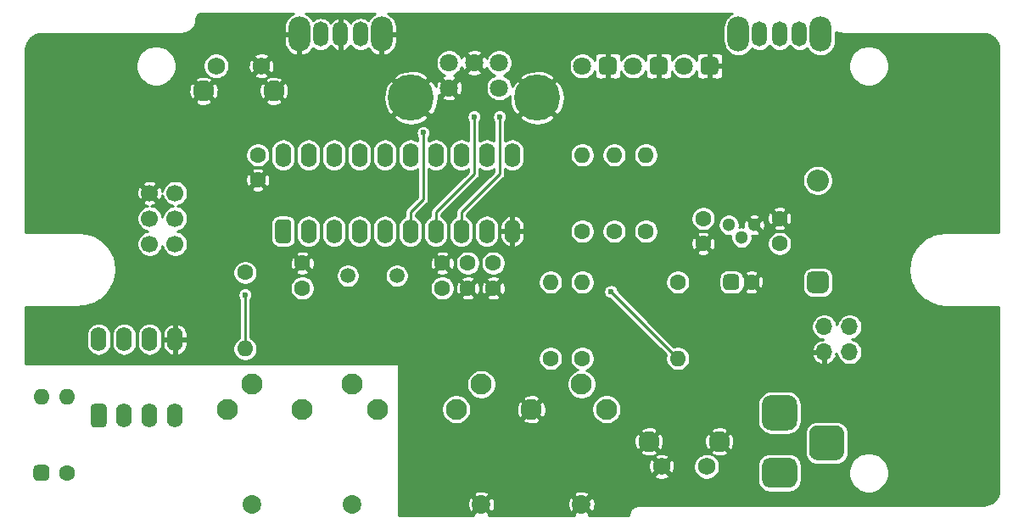
<source format=gbr>
%TF.GenerationSoftware,KiCad,Pcbnew,(5.1.9)-1*%
%TF.CreationDate,2021-04-04T20:09:26-07:00*%
%TF.ProjectId,miditwiddle,6d696469-7477-4696-9464-6c652e6b6963,rev?*%
%TF.SameCoordinates,PX9157080PY60e4b00*%
%TF.FileFunction,Copper,L2,Bot*%
%TF.FilePolarity,Positive*%
%FSLAX46Y46*%
G04 Gerber Fmt 4.6, Leading zero omitted, Abs format (unit mm)*
G04 Created by KiCad (PCBNEW (5.1.9)-1) date 2021-04-04 20:09:26*
%MOMM*%
%LPD*%
G01*
G04 APERTURE LIST*
%TA.AperFunction,ComponentPad*%
%ADD10C,1.860000*%
%TD*%
%TA.AperFunction,ComponentPad*%
%ADD11C,2.100000*%
%TD*%
%TA.AperFunction,ComponentPad*%
%ADD12C,1.800000*%
%TD*%
%TA.AperFunction,ComponentPad*%
%ADD13C,4.600001*%
%TD*%
%TA.AperFunction,ComponentPad*%
%ADD14C,1.600000*%
%TD*%
%TA.AperFunction,ComponentPad*%
%ADD15O,2.200000X2.200000*%
%TD*%
%TA.AperFunction,ComponentPad*%
%ADD16O,1.600000X1.600000*%
%TD*%
%TA.AperFunction,ComponentPad*%
%ADD17O,1.500000X2.500000*%
%TD*%
%TA.AperFunction,ComponentPad*%
%ADD18O,2.200000X3.500000*%
%TD*%
%TA.AperFunction,ComponentPad*%
%ADD19O,2.200000X3.500001*%
%TD*%
%TA.AperFunction,ComponentPad*%
%ADD20C,1.750000*%
%TD*%
%TA.AperFunction,ComponentPad*%
%ADD21O,1.700000X1.700000*%
%TD*%
%TA.AperFunction,ComponentPad*%
%ADD22C,1.500000*%
%TD*%
%TA.AperFunction,ComponentPad*%
%ADD23O,1.600000X2.400000*%
%TD*%
%TA.AperFunction,ComponentPad*%
%ADD24C,1.300000*%
%TD*%
%TA.AperFunction,ComponentPad*%
%ADD25C,1.700000*%
%TD*%
%TA.AperFunction,ViaPad*%
%ADD26C,0.600000*%
%TD*%
%TA.AperFunction,Conductor*%
%ADD27C,0.254000*%
%TD*%
%TA.AperFunction,Conductor*%
%ADD28C,0.100000*%
%TD*%
G04 APERTURE END LIST*
D10*
%TO.P,J4,MH2*%
%TO.N,GND*%
X-3095000Y-23470000D03*
%TO.P,J4,MH1*%
X6905000Y-23470000D03*
D11*
%TO.P,J4,5*%
%TO.N,/Out-*%
X-3095000Y-11470000D03*
%TO.P,J4,4*%
%TO.N,/Out+*%
X6905000Y-11470000D03*
%TO.P,J4,3*%
%TO.N,Net-(J4-Pad3)*%
X-5595000Y-13970000D03*
%TO.P,J4,2*%
%TO.N,GND*%
X1905000Y-13970000D03*
%TO.P,J4,1*%
%TO.N,Net-(J4-Pad1)*%
X9405000Y-13970000D03*
%TD*%
D10*
%TO.P,J3,MH2*%
%TO.N,N/C*%
X-25955000Y-23470000D03*
%TO.P,J3,MH1*%
X-15955000Y-23470000D03*
D11*
%TO.P,J3,5*%
%TO.N,/In-*%
X-25955000Y-11470000D03*
%TO.P,J3,4*%
%TO.N,/In+*%
X-15955000Y-11470000D03*
%TO.P,J3,3*%
%TO.N,Net-(J3-Pad3)*%
X-28455000Y-13970000D03*
%TO.P,J3,2*%
%TO.N,Net-(J3-Pad2)*%
X-20955000Y-13970000D03*
%TO.P,J3,1*%
%TO.N,Net-(J3-Pad1)*%
X-13455000Y-13970000D03*
%TD*%
D12*
%TO.P,SW5,S2*%
%TO.N,GND*%
X-6310000Y18137500D03*
%TO.P,SW5,S1*%
%TO.N,Enc_SW*%
X-1310000Y18137500D03*
D13*
%TO.P,SW5,*%
%TO.N,GND*%
X2490000Y17137500D03*
X-10110000Y17137500D03*
D12*
%TO.P,SW5,A*%
%TO.N,Enc_A*%
X-1310000Y20637500D03*
%TO.P,SW5,C*%
%TO.N,GND*%
X-3810000Y20637500D03*
%TO.P,SW5,B*%
%TO.N,Enc_B*%
X-6310000Y20637500D03*
%TD*%
D14*
%TO.P,C8,2*%
%TO.N,GND*%
X-4445000Y-1865000D03*
%TO.P,C8,1*%
%TO.N,Enc_B*%
X-4445000Y635000D03*
%TD*%
%TO.P,C7,2*%
%TO.N,GND*%
X-1905000Y-1865000D03*
%TO.P,C7,1*%
%TO.N,Enc_A*%
X-1905000Y635000D03*
%TD*%
%TO.P,C3,1*%
%TO.N,+5V*%
%TA.AperFunction,ComponentPad*%
G36*
G01*
X21050000Y-1670000D02*
X21050000Y-870000D01*
G75*
G02*
X21450000Y-470000I400000J0D01*
G01*
X22250000Y-470000D01*
G75*
G02*
X22650000Y-870000I0J-400000D01*
G01*
X22650000Y-1670000D01*
G75*
G02*
X22250000Y-2070000I-400000J0D01*
G01*
X21450000Y-2070000D01*
G75*
G02*
X21050000Y-1670000I0J400000D01*
G01*
G37*
%TD.AperFunction*%
%TO.P,C3,2*%
%TO.N,GND*%
X23850000Y-1270000D03*
%TD*%
D15*
%TO.P,D1,2*%
%TO.N,/Raw'*%
X30480000Y8890000D03*
%TO.P,D1,1*%
%TO.N,/Raw''*%
%TA.AperFunction,ComponentPad*%
G36*
G01*
X31030000Y-2370000D02*
X29930000Y-2370000D01*
G75*
G02*
X29380000Y-1820000I0J550000D01*
G01*
X29380000Y-720000D01*
G75*
G02*
X29930000Y-170000I550000J0D01*
G01*
X31030000Y-170000D01*
G75*
G02*
X31580000Y-720000I0J-550000D01*
G01*
X31580000Y-1820000D01*
G75*
G02*
X31030000Y-2370000I-550000J0D01*
G01*
G37*
%TD.AperFunction*%
%TD*%
D16*
%TO.P,R6,2*%
%TO.N,/LEDP*%
X13335000Y11430000D03*
D14*
%TO.P,R6,1*%
%TO.N,+5V*%
X13335000Y3810000D03*
%TD*%
D17*
%TO.P,SW1,1*%
%TO.N,Net-(SW1-Pad1)*%
X28670000Y23495000D03*
%TO.P,SW1,2*%
%TO.N,/Raw*%
X26670000Y23495000D03*
%TO.P,SW1,3*%
%TO.N,/Raw'*%
X24670000Y23495000D03*
D18*
%TO.P,SW1,*%
%TO.N,*%
X30770000Y23495000D03*
X22570000Y23495000D03*
%TD*%
D17*
%TO.P,SW3,1*%
%TO.N,Switch*%
X-15145000Y23495000D03*
%TO.P,SW3,2*%
%TO.N,GND*%
X-17145000Y23495000D03*
%TO.P,SW3,3*%
%TO.N,Net-(SW3-Pad3)*%
X-19145000Y23495000D03*
D19*
%TO.P,SW3,*%
%TO.N,GND*%
X-13045000Y23495000D03*
X-21245000Y23495000D03*
%TD*%
D11*
%TO.P,SW2,*%
%TO.N,GND*%
X13635000Y-17195000D03*
D20*
%TO.P,SW2,2*%
X14895000Y-19685000D03*
%TO.P,SW2,1*%
%TO.N,~Reset*%
X19395000Y-19685000D03*
D11*
%TO.P,SW2,*%
%TO.N,GND*%
X20645000Y-17195000D03*
%TD*%
D21*
%TO.P,JP1,4*%
%TO.N,/Raw*%
X33655000Y-5715000D03*
%TO.P,JP1,3*%
%TO.N,/J1Brl*%
X33655000Y-8255000D03*
%TO.P,JP1,2*%
%TO.N,/J1Pin*%
X31115000Y-5715000D03*
%TO.P,JP1,1*%
%TO.N,GND*%
X31115000Y-8255000D03*
%TD*%
D22*
%TO.P,Y1,2*%
%TO.N,/X1*%
X-11530000Y-635000D03*
%TO.P,Y1,1*%
%TO.N,/X2*%
X-16410000Y-635000D03*
%TD*%
D11*
%TO.P,SW4,*%
%TO.N,GND*%
X-23795000Y17830000D03*
D20*
%TO.P,SW4,2*%
X-25055000Y20320000D03*
%TO.P,SW4,1*%
%TO.N,Button*%
X-29555000Y20320000D03*
D11*
%TO.P,SW4,*%
%TO.N,GND*%
X-30805000Y17830000D03*
%TD*%
D12*
%TO.P,D3,2*%
%TO.N,/LEDP*%
X17145000Y20320000D03*
%TO.P,D3,1*%
%TO.N,GND*%
%TA.AperFunction,ComponentPad*%
G36*
G01*
X20585000Y20770000D02*
X20585000Y19870000D01*
G75*
G02*
X20135000Y19420000I-450000J0D01*
G01*
X19235000Y19420000D01*
G75*
G02*
X18785000Y19870000I0J450000D01*
G01*
X18785000Y20770000D01*
G75*
G02*
X19235000Y21220000I450000J0D01*
G01*
X20135000Y21220000D01*
G75*
G02*
X20585000Y20770000I0J-450000D01*
G01*
G37*
%TD.AperFunction*%
%TD*%
D23*
%TO.P,U3,8*%
%TO.N,+5V*%
X-41275000Y-6985000D03*
%TO.P,U3,4*%
%TO.N,Net-(U3-Pad4)*%
X-33655000Y-14605000D03*
%TO.P,U3,7*%
%TO.N,Net-(U3-Pad7)*%
X-38735000Y-6985000D03*
%TO.P,U3,3*%
%TO.N,/In-*%
X-36195000Y-14605000D03*
%TO.P,U3,6*%
%TO.N,RX*%
X-36195000Y-6985000D03*
%TO.P,U3,2*%
%TO.N,/In+'*%
X-38735000Y-14605000D03*
%TO.P,U3,5*%
%TO.N,GND*%
X-33655000Y-6985000D03*
%TO.P,U3,1*%
%TO.N,Net-(U3-Pad1)*%
%TA.AperFunction,ComponentPad*%
G36*
G01*
X-40875000Y-15805000D02*
X-41675000Y-15805000D01*
G75*
G02*
X-42075000Y-15405000I0J400000D01*
G01*
X-42075000Y-13805000D01*
G75*
G02*
X-41675000Y-13405000I400000J0D01*
G01*
X-40875000Y-13405000D01*
G75*
G02*
X-40475000Y-13805000I0J-400000D01*
G01*
X-40475000Y-15405000D01*
G75*
G02*
X-40875000Y-15805000I-400000J0D01*
G01*
G37*
%TD.AperFunction*%
%TD*%
%TO.P,U2,1*%
%TO.N,~Reset*%
%TA.AperFunction,ComponentPad*%
G36*
G01*
X-22460000Y2610000D02*
X-23260000Y2610000D01*
G75*
G02*
X-23660000Y3010000I0J400000D01*
G01*
X-23660000Y4610000D01*
G75*
G02*
X-23260000Y5010000I400000J0D01*
G01*
X-22460000Y5010000D01*
G75*
G02*
X-22060000Y4610000I0J-400000D01*
G01*
X-22060000Y3010000D01*
G75*
G02*
X-22460000Y2610000I-400000J0D01*
G01*
G37*
%TD.AperFunction*%
%TO.P,U2,11*%
%TO.N,Net-(U2-Pad11)*%
X0Y11430000D03*
%TO.P,U2,2*%
%TO.N,RX*%
X-20320000Y3810000D03*
%TO.P,U2,12*%
%TO.N,Button*%
X-2540000Y11430000D03*
%TO.P,U2,3*%
%TO.N,TX*%
X-17780000Y3810000D03*
%TO.P,U2,13*%
%TO.N,Switch*%
X-5080000Y11430000D03*
%TO.P,U2,4*%
%TO.N,/X2*%
X-15240000Y3810000D03*
%TO.P,U2,14*%
%TO.N,LED1*%
X-7620000Y11430000D03*
%TO.P,U2,5*%
%TO.N,/X1*%
X-12700000Y3810000D03*
%TO.P,U2,15*%
%TO.N,LED2*%
X-10160000Y11430000D03*
%TO.P,U2,6*%
%TO.N,Enc_B*%
X-10160000Y3810000D03*
%TO.P,U2,16*%
%TO.N,Net-(U2-Pad16)*%
X-12700000Y11430000D03*
%TO.P,U2,7*%
%TO.N,Enc_A*%
X-7620000Y3810000D03*
%TO.P,U2,17*%
%TO.N,/MOSI*%
X-15240000Y11430000D03*
%TO.P,U2,8*%
%TO.N,Enc_SW*%
X-5080000Y3810000D03*
%TO.P,U2,18*%
%TO.N,/MISO*%
X-17780000Y11430000D03*
%TO.P,U2,9*%
%TO.N,Net-(U2-Pad9)*%
X-2540000Y3810000D03*
%TO.P,U2,19*%
%TO.N,/SCK*%
X-20320000Y11430000D03*
%TO.P,U2,10*%
%TO.N,GND*%
X0Y3810000D03*
%TO.P,U2,20*%
%TO.N,+5V*%
X-22860000Y11430000D03*
%TD*%
D24*
%TO.P,U1,1*%
%TO.N,GND*%
X24130000Y4445000D03*
%TO.P,U1,3*%
%TO.N,+5V*%
X21590000Y4445000D03*
%TO.P,U1,2*%
%TO.N,/Raw''*%
X22860000Y3175000D03*
%TD*%
D16*
%TO.P,R8,2*%
%TO.N,/LED2'*%
X6985000Y11430000D03*
D14*
%TO.P,R8,1*%
%TO.N,LED2*%
X6985000Y3810000D03*
%TD*%
D16*
%TO.P,R7,2*%
%TO.N,/LED1'*%
X10160000Y11430000D03*
D14*
%TO.P,R7,1*%
%TO.N,LED1*%
X10160000Y3810000D03*
%TD*%
D16*
%TO.P,R5,2*%
%TO.N,TX*%
X3810000Y-1270000D03*
D14*
%TO.P,R5,1*%
%TO.N,/Out-*%
X3810000Y-8890000D03*
%TD*%
D16*
%TO.P,R4,2*%
%TO.N,+5V*%
X6985000Y-1270000D03*
D14*
%TO.P,R4,1*%
%TO.N,/Out+*%
X6985000Y-8890000D03*
%TD*%
%TO.P,R3,1*%
%TO.N,+5V*%
X-26670000Y-317500D03*
D16*
%TO.P,R3,2*%
%TO.N,RX*%
X-26670000Y-7937500D03*
%TD*%
D14*
%TO.P,R2,1*%
%TO.N,/In+'*%
X-44450000Y-20320000D03*
D16*
%TO.P,R2,2*%
%TO.N,/In+*%
X-44450000Y-12700000D03*
%TD*%
%TO.P,R1,2*%
%TO.N,~Reset*%
X16510000Y-8890000D03*
D14*
%TO.P,R1,1*%
%TO.N,+5V*%
X16510000Y-1270000D03*
%TD*%
D25*
%TO.P,J2,6*%
%TO.N,GND*%
X-36195000Y7620000D03*
%TO.P,J2,4*%
%TO.N,/MOSI*%
X-36195000Y5080000D03*
%TO.P,J2,2*%
%TO.N,+5V*%
X-36195000Y2540000D03*
%TO.P,J2,5*%
%TO.N,~Reset*%
X-33655000Y7620000D03*
%TO.P,J2,3*%
%TO.N,/SCK*%
X-33655000Y5080000D03*
%TO.P,J2,1*%
%TO.N,/MISO*%
X-33655000Y2540000D03*
%TD*%
%TO.P,J1,3*%
%TO.N,/J1Brl*%
%TA.AperFunction,ComponentPad*%
G36*
G01*
X32245000Y-19070000D02*
X30495000Y-19070000D01*
G75*
G02*
X29620000Y-18195000I0J875000D01*
G01*
X29620000Y-16445000D01*
G75*
G02*
X30495000Y-15570000I875000J0D01*
G01*
X32245000Y-15570000D01*
G75*
G02*
X33120000Y-16445000I0J-875000D01*
G01*
X33120000Y-18195000D01*
G75*
G02*
X32245000Y-19070000I-875000J0D01*
G01*
G37*
%TD.AperFunction*%
%TO.P,J1,2*%
%TA.AperFunction,ComponentPad*%
G36*
G01*
X27670000Y-21820000D02*
X25670000Y-21820000D01*
G75*
G02*
X24920000Y-21070000I0J750000D01*
G01*
X24920000Y-19570000D01*
G75*
G02*
X25670000Y-18820000I750000J0D01*
G01*
X27670000Y-18820000D01*
G75*
G02*
X28420000Y-19570000I0J-750000D01*
G01*
X28420000Y-21070000D01*
G75*
G02*
X27670000Y-21820000I-750000J0D01*
G01*
G37*
%TD.AperFunction*%
%TO.P,J1,1*%
%TO.N,/J1Pin*%
%TA.AperFunction,ComponentPad*%
G36*
G01*
X27545000Y-16070000D02*
X25795000Y-16070000D01*
G75*
G02*
X24920000Y-15195000I0J875000D01*
G01*
X24920000Y-13445000D01*
G75*
G02*
X25795000Y-12570000I875000J0D01*
G01*
X27545000Y-12570000D01*
G75*
G02*
X28420000Y-13445000I0J-875000D01*
G01*
X28420000Y-15195000D01*
G75*
G02*
X27545000Y-16070000I-875000J0D01*
G01*
G37*
%TD.AperFunction*%
%TD*%
D12*
%TO.P,D5,2*%
%TO.N,/LED2'*%
X6985000Y20320000D03*
%TO.P,D5,1*%
%TO.N,GND*%
%TA.AperFunction,ComponentPad*%
G36*
G01*
X10425000Y20770000D02*
X10425000Y19870000D01*
G75*
G02*
X9975000Y19420000I-450000J0D01*
G01*
X9075000Y19420000D01*
G75*
G02*
X8625000Y19870000I0J450000D01*
G01*
X8625000Y20770000D01*
G75*
G02*
X9075000Y21220000I450000J0D01*
G01*
X9975000Y21220000D01*
G75*
G02*
X10425000Y20770000I0J-450000D01*
G01*
G37*
%TD.AperFunction*%
%TD*%
%TO.P,D4,2*%
%TO.N,/LED1'*%
X12065000Y20320000D03*
%TO.P,D4,1*%
%TO.N,GND*%
%TA.AperFunction,ComponentPad*%
G36*
G01*
X15505000Y20770000D02*
X15505000Y19870000D01*
G75*
G02*
X15055000Y19420000I-450000J0D01*
G01*
X14155000Y19420000D01*
G75*
G02*
X13705000Y19870000I0J450000D01*
G01*
X13705000Y20770000D01*
G75*
G02*
X14155000Y21220000I450000J0D01*
G01*
X15055000Y21220000D01*
G75*
G02*
X15505000Y20770000I0J-450000D01*
G01*
G37*
%TD.AperFunction*%
%TD*%
%TO.P,D2,1*%
%TO.N,/In+'*%
%TA.AperFunction,ComponentPad*%
G36*
G01*
X-46590000Y-21120000D02*
X-47390000Y-21120000D01*
G75*
G02*
X-47790000Y-20720000I0J400000D01*
G01*
X-47790000Y-19920000D01*
G75*
G02*
X-47390000Y-19520000I400000J0D01*
G01*
X-46590000Y-19520000D01*
G75*
G02*
X-46190000Y-19920000I0J-400000D01*
G01*
X-46190000Y-20720000D01*
G75*
G02*
X-46590000Y-21120000I-400000J0D01*
G01*
G37*
%TD.AperFunction*%
D16*
%TO.P,D2,2*%
%TO.N,/In-*%
X-46990000Y-12700000D03*
%TD*%
D14*
%TO.P,C6,1*%
%TO.N,/X2*%
X-20955000Y-1865000D03*
%TO.P,C6,2*%
%TO.N,GND*%
X-20955000Y635000D03*
%TD*%
%TO.P,C5,2*%
%TO.N,GND*%
X-6985000Y635000D03*
%TO.P,C5,1*%
%TO.N,/X1*%
X-6985000Y-1865000D03*
%TD*%
%TO.P,C4,2*%
%TO.N,GND*%
X-25400000Y8930000D03*
%TO.P,C4,1*%
%TO.N,+5V*%
X-25400000Y11430000D03*
%TD*%
%TO.P,C2,2*%
%TO.N,GND*%
X19050000Y2580000D03*
%TO.P,C2,1*%
%TO.N,+5V*%
X19050000Y5080000D03*
%TD*%
%TO.P,C1,2*%
%TO.N,GND*%
X26670000Y5080000D03*
%TO.P,C1,1*%
%TO.N,/Raw''*%
X26670000Y2580000D03*
%TD*%
D26*
%TO.N,RX*%
X-26670000Y-2540000D03*
%TO.N,~Reset*%
X9842502Y-2222500D03*
%TO.N,Enc_A*%
X-3810000Y15240000D03*
%TO.N,Enc_B*%
X-8890000Y13652500D03*
%TO.N,Enc_SW*%
X-1270000Y15240000D03*
%TD*%
D27*
%TO.N,RX*%
X-26670000Y-7937500D02*
X-26670000Y-2540000D01*
%TO.N,~Reset*%
X9842502Y-2222502D02*
X9842502Y-2222500D01*
X16510000Y-8890000D02*
X9842502Y-2222502D01*
%TO.N,Enc_A*%
X-3810000Y9525000D02*
X-3810000Y15240000D01*
X-7620000Y5715000D02*
X-3810000Y9525000D01*
X-7620000Y3810000D02*
X-7620000Y5715000D01*
%TO.N,Enc_B*%
X-8890000Y6985000D02*
X-8890000Y13652500D01*
X-10160000Y5715000D02*
X-8890000Y6985000D01*
X-10160000Y3810000D02*
X-10160000Y5715000D01*
%TO.N,Enc_SW*%
X-5080000Y3810000D02*
X-5080000Y5715000D01*
X-5080000Y5715000D02*
X-1270000Y9525000D01*
X-1270000Y9525000D02*
X-1270000Y15240000D01*
%TD*%
%TO.N,GND*%
X-21990425Y25489202D02*
X-22238343Y25317948D01*
X-22448087Y25101619D01*
X-22611597Y24848527D01*
X-22722590Y24568399D01*
X-22776800Y24272000D01*
X-22776800Y23622000D01*
X-21372000Y23622000D01*
X-21372000Y23642000D01*
X-21118000Y23642000D01*
X-21118000Y23622000D01*
X-21098000Y23622000D01*
X-21098000Y23368000D01*
X-21118000Y23368000D01*
X-21118000Y21426825D01*
X-20880762Y21357135D01*
X-20776139Y21381201D01*
X-20499575Y21500798D01*
X-20251657Y21672052D01*
X-20041913Y21888381D01*
X-19909398Y22093497D01*
X-19804750Y22007615D01*
X-19599443Y21897876D01*
X-19376673Y21830300D01*
X-19145000Y21807482D01*
X-18913328Y21830300D01*
X-18690558Y21897876D01*
X-18485251Y22007615D01*
X-18305298Y22155298D01*
X-18157615Y22335250D01*
X-18144079Y22360573D01*
X-18057074Y22232830D01*
X-17890857Y22069538D01*
X-17695977Y21941811D01*
X-17479923Y21854557D01*
X-17454240Y21854377D01*
X-17272000Y21928686D01*
X-17272000Y23368000D01*
X-17292000Y23368000D01*
X-17292000Y23622000D01*
X-17272000Y23622000D01*
X-17272000Y25061314D01*
X-17454240Y25135623D01*
X-17479923Y25135443D01*
X-17695977Y25048189D01*
X-17890857Y24920462D01*
X-18057074Y24757170D01*
X-18144079Y24629427D01*
X-18157615Y24654750D01*
X-18305298Y24834702D01*
X-18485250Y24982385D01*
X-18690557Y25092124D01*
X-18913327Y25159700D01*
X-19145000Y25182518D01*
X-19376672Y25159700D01*
X-19599442Y25092124D01*
X-19804749Y24982385D01*
X-19909397Y24896502D01*
X-20041913Y25101619D01*
X-20251657Y25317948D01*
X-20499575Y25489202D01*
X-20624444Y25543200D01*
X-13665556Y25543200D01*
X-13790425Y25489202D01*
X-14038343Y25317948D01*
X-14248087Y25101619D01*
X-14380602Y24896503D01*
X-14485250Y24982385D01*
X-14690557Y25092124D01*
X-14913327Y25159700D01*
X-15145000Y25182518D01*
X-15376672Y25159700D01*
X-15599442Y25092124D01*
X-15804749Y24982385D01*
X-15984701Y24834702D01*
X-16132384Y24654750D01*
X-16145920Y24629426D01*
X-16232926Y24757170D01*
X-16399143Y24920462D01*
X-16594023Y25048189D01*
X-16810077Y25135443D01*
X-16835760Y25135623D01*
X-17018000Y25061314D01*
X-17018000Y23622000D01*
X-16998000Y23622000D01*
X-16998000Y23368000D01*
X-17018000Y23368000D01*
X-17018000Y21928686D01*
X-16835760Y21854377D01*
X-16810077Y21854557D01*
X-16594023Y21941811D01*
X-16399143Y22069538D01*
X-16232926Y22232830D01*
X-16145920Y22360574D01*
X-16132385Y22335251D01*
X-15984702Y22155298D01*
X-15804750Y22007615D01*
X-15599443Y21897876D01*
X-15376673Y21830300D01*
X-15145000Y21807482D01*
X-14913328Y21830300D01*
X-14690558Y21897876D01*
X-14485251Y22007615D01*
X-14380602Y22093497D01*
X-14248087Y21888381D01*
X-14038343Y21672052D01*
X-13790425Y21500798D01*
X-13513861Y21381201D01*
X-13409238Y21357135D01*
X-13172000Y21426825D01*
X-13172000Y23368000D01*
X-12918000Y23368000D01*
X-12918000Y21426825D01*
X-12680762Y21357135D01*
X-12576139Y21381201D01*
X-12299575Y21500798D01*
X-12051657Y21672052D01*
X-11841913Y21888381D01*
X-11678403Y22141473D01*
X-11567410Y22421601D01*
X-11513200Y22718000D01*
X-11513200Y23368000D01*
X-12918000Y23368000D01*
X-13172000Y23368000D01*
X-13192000Y23368000D01*
X-13192000Y23622000D01*
X-13172000Y23622000D01*
X-13172000Y23642000D01*
X-12918000Y23642000D01*
X-12918000Y23622000D01*
X-11513200Y23622000D01*
X-11513200Y24272000D01*
X-11567410Y24568399D01*
X-11678403Y24848527D01*
X-11841913Y25101619D01*
X-12051657Y25317948D01*
X-12299575Y25489202D01*
X-12424444Y25543200D01*
X21936358Y25543200D01*
X21714861Y25424807D01*
X21481614Y25233387D01*
X21290194Y25000140D01*
X21147954Y24734031D01*
X21060365Y24445285D01*
X21038200Y24220244D01*
X21038200Y22769757D01*
X21060365Y22544716D01*
X21147954Y22255970D01*
X21290193Y21989861D01*
X21481613Y21756613D01*
X21714860Y21565193D01*
X21980969Y21422954D01*
X22269715Y21335365D01*
X22570000Y21305789D01*
X22870284Y21335365D01*
X23159030Y21422954D01*
X23425139Y21565193D01*
X23658387Y21756613D01*
X23849807Y21989860D01*
X23905324Y22093725D01*
X24010250Y22007615D01*
X24215557Y21897876D01*
X24438327Y21830300D01*
X24670000Y21807482D01*
X24901672Y21830300D01*
X25124442Y21897876D01*
X25329749Y22007615D01*
X25509702Y22155298D01*
X25657385Y22335250D01*
X25670000Y22358851D01*
X25682615Y22335251D01*
X25830298Y22155298D01*
X26010250Y22007615D01*
X26215557Y21897876D01*
X26438327Y21830300D01*
X26670000Y21807482D01*
X26901672Y21830300D01*
X27124442Y21897876D01*
X27329749Y22007615D01*
X27509702Y22155298D01*
X27657385Y22335250D01*
X27670000Y22358851D01*
X27682615Y22335251D01*
X27830298Y22155298D01*
X28010250Y22007615D01*
X28215557Y21897876D01*
X28438327Y21830300D01*
X28670000Y21807482D01*
X28901672Y21830300D01*
X29124442Y21897876D01*
X29329749Y22007615D01*
X29434676Y22093726D01*
X29490193Y21989861D01*
X29681613Y21756613D01*
X29914860Y21565193D01*
X30180969Y21422954D01*
X30469715Y21335365D01*
X30770000Y21305789D01*
X31070284Y21335365D01*
X31359030Y21422954D01*
X31625139Y21565193D01*
X31858387Y21756613D01*
X32049807Y21989860D01*
X32192046Y22255969D01*
X32279635Y22544715D01*
X32301800Y22769756D01*
X32301800Y23726717D01*
X32404476Y23672123D01*
X32442761Y23656344D01*
X32480808Y23640037D01*
X32486901Y23638150D01*
X32673737Y23581741D01*
X32714354Y23573699D01*
X32754847Y23565092D01*
X32761190Y23564425D01*
X32955423Y23545380D01*
X32955429Y23545380D01*
X32977562Y23543200D01*
X46977657Y23543200D01*
X47299317Y23511661D01*
X47587232Y23424735D01*
X47852784Y23283537D01*
X48085846Y23093457D01*
X48277554Y22861723D01*
X48420601Y22597162D01*
X48509533Y22309867D01*
X48543200Y21989553D01*
X48543201Y3706800D01*
X43227562Y3706800D01*
X43225972Y3706643D01*
X43201432Y3706472D01*
X43180791Y3704302D01*
X43160048Y3704302D01*
X43153704Y3703636D01*
X42523368Y3632933D01*
X42482877Y3624326D01*
X42442258Y3616283D01*
X42436165Y3614398D01*
X41831566Y3422607D01*
X41793513Y3406298D01*
X41755235Y3390520D01*
X41749624Y3387487D01*
X41193792Y3081916D01*
X41159616Y3058515D01*
X41125146Y3035613D01*
X41120231Y3031548D01*
X40634338Y2623835D01*
X40605373Y2594256D01*
X40575994Y2565081D01*
X40571962Y2560138D01*
X40174514Y2065812D01*
X40151854Y2031182D01*
X40128693Y1996845D01*
X40125698Y1991214D01*
X39831834Y1429105D01*
X39816332Y1390735D01*
X39800281Y1352551D01*
X39798437Y1346445D01*
X39619351Y737963D01*
X39611583Y697242D01*
X39603269Y656737D01*
X39602646Y650389D01*
X39545159Y18712D01*
X39545448Y-22656D01*
X39545159Y-64090D01*
X39545781Y-70437D01*
X39612082Y-701252D01*
X39620413Y-741837D01*
X39628166Y-782477D01*
X39630009Y-788583D01*
X39817574Y-1394506D01*
X39833621Y-1432679D01*
X39849128Y-1471059D01*
X39852122Y-1476691D01*
X40153805Y-2034643D01*
X40176959Y-2068970D01*
X40199627Y-2103609D01*
X40203658Y-2108552D01*
X40607969Y-2597280D01*
X40637318Y-2626425D01*
X40666314Y-2656034D01*
X40671228Y-2660100D01*
X41162766Y-3060988D01*
X41197247Y-3083897D01*
X41231412Y-3107290D01*
X41237022Y-3110324D01*
X41797066Y-3408105D01*
X41835344Y-3423882D01*
X41873399Y-3440192D01*
X41879492Y-3442079D01*
X42486709Y-3625408D01*
X42527320Y-3633449D01*
X42567819Y-3642057D01*
X42574162Y-3642724D01*
X43205424Y-3704620D01*
X43205429Y-3704620D01*
X43227562Y-3706800D01*
X48543200Y-3706800D01*
X48543201Y-21977647D01*
X48511661Y-22299317D01*
X48424733Y-22587235D01*
X48283540Y-22852779D01*
X48093457Y-23085846D01*
X47861723Y-23277554D01*
X47597163Y-23420600D01*
X47309866Y-23509533D01*
X46989553Y-23543200D01*
X12577562Y-23543200D01*
X12558138Y-23545113D01*
X12555109Y-23545092D01*
X12548762Y-23545714D01*
X12451713Y-23555914D01*
X12411134Y-23564244D01*
X12370488Y-23571998D01*
X12364382Y-23573841D01*
X12271163Y-23602697D01*
X12233016Y-23618733D01*
X12194606Y-23634252D01*
X12188974Y-23637246D01*
X12103137Y-23683659D01*
X12068821Y-23706806D01*
X12034171Y-23729480D01*
X12029228Y-23733511D01*
X11954039Y-23795713D01*
X11924861Y-23825096D01*
X11895289Y-23854055D01*
X11891223Y-23858969D01*
X11829547Y-23934590D01*
X11806646Y-23969058D01*
X11783241Y-24003241D01*
X11780207Y-24008852D01*
X11734395Y-24095013D01*
X11718608Y-24133315D01*
X11702311Y-24171341D01*
X11700424Y-24177433D01*
X11672219Y-24270851D01*
X11664177Y-24311466D01*
X11655569Y-24351966D01*
X11654902Y-24358309D01*
X11645380Y-24455422D01*
X11645380Y-24455426D01*
X11640229Y-24507964D01*
X11637915Y-24515628D01*
X11634157Y-24522695D01*
X11629101Y-24528895D01*
X11622929Y-24534000D01*
X11615891Y-24537806D01*
X11608249Y-24540171D01*
X11579434Y-24543200D01*
X7654254Y-24543200D01*
X7701927Y-24446532D01*
X6905000Y-23649605D01*
X6108073Y-24446532D01*
X6155746Y-24543200D01*
X-2345746Y-24543200D01*
X-2298073Y-24446532D01*
X-3095000Y-23649605D01*
X-3891927Y-24446532D01*
X-3844254Y-24543200D01*
X-11303000Y-24543200D01*
X-11303000Y-23543412D01*
X-4461419Y-23543412D01*
X-4420841Y-23808576D01*
X-4329313Y-24060730D01*
X-4271921Y-24168102D01*
X-4071532Y-24266927D01*
X-3274605Y-23470000D01*
X-2915395Y-23470000D01*
X-2118468Y-24266927D01*
X-1918079Y-24168102D01*
X-1804501Y-23925082D01*
X-1740515Y-23664574D01*
X-1735120Y-23543412D01*
X5538581Y-23543412D01*
X5579159Y-23808576D01*
X5670687Y-24060730D01*
X5728079Y-24168102D01*
X5928468Y-24266927D01*
X6725395Y-23470000D01*
X7084605Y-23470000D01*
X7881532Y-24266927D01*
X8081921Y-24168102D01*
X8195499Y-23925082D01*
X8259485Y-23664574D01*
X8271419Y-23396588D01*
X8230841Y-23131424D01*
X8139313Y-22879270D01*
X8081921Y-22771898D01*
X7881532Y-22673073D01*
X7084605Y-23470000D01*
X6725395Y-23470000D01*
X5928468Y-22673073D01*
X5728079Y-22771898D01*
X5614501Y-23014918D01*
X5550515Y-23275426D01*
X5538581Y-23543412D01*
X-1735120Y-23543412D01*
X-1728581Y-23396588D01*
X-1769159Y-23131424D01*
X-1860687Y-22879270D01*
X-1918079Y-22771898D01*
X-2118468Y-22673073D01*
X-2915395Y-23470000D01*
X-3274605Y-23470000D01*
X-4071532Y-22673073D01*
X-4271921Y-22771898D01*
X-4385499Y-23014918D01*
X-4449485Y-23275426D01*
X-4461419Y-23543412D01*
X-11303000Y-23543412D01*
X-11303000Y-22493468D01*
X-3891927Y-22493468D01*
X-3095000Y-23290395D01*
X-2298073Y-22493468D01*
X6108073Y-22493468D01*
X6905000Y-23290395D01*
X7701927Y-22493468D01*
X7603102Y-22293079D01*
X7360082Y-22179501D01*
X7099574Y-22115515D01*
X6831588Y-22103581D01*
X6566424Y-22144159D01*
X6314270Y-22235687D01*
X6206898Y-22293079D01*
X6108073Y-22493468D01*
X-2298073Y-22493468D01*
X-2396898Y-22293079D01*
X-2639918Y-22179501D01*
X-2900426Y-22115515D01*
X-3168412Y-22103581D01*
X-3433576Y-22144159D01*
X-3685730Y-22235687D01*
X-3793102Y-22293079D01*
X-3891927Y-22493468D01*
X-11303000Y-22493468D01*
X-11303000Y-20622244D01*
X14137361Y-20622244D01*
X14229529Y-20817007D01*
X14463160Y-20925083D01*
X14713386Y-20985503D01*
X14970591Y-20995945D01*
X15224891Y-20956008D01*
X15466514Y-20867228D01*
X15560471Y-20817007D01*
X15652639Y-20622244D01*
X14895000Y-19864605D01*
X14137361Y-20622244D01*
X-11303000Y-20622244D01*
X-11303000Y-19760591D01*
X13584055Y-19760591D01*
X13623992Y-20014891D01*
X13712772Y-20256514D01*
X13762993Y-20350471D01*
X13957756Y-20442639D01*
X14715395Y-19685000D01*
X15074605Y-19685000D01*
X15832244Y-20442639D01*
X16027007Y-20350471D01*
X16135083Y-20116840D01*
X16195503Y-19866614D01*
X16205945Y-19609409D01*
X16197603Y-19556291D01*
X18088200Y-19556291D01*
X18088200Y-19813709D01*
X18138420Y-20066179D01*
X18236929Y-20304002D01*
X18379942Y-20518036D01*
X18561964Y-20700058D01*
X18775998Y-20843071D01*
X19013821Y-20941580D01*
X19266291Y-20991800D01*
X19523709Y-20991800D01*
X19776179Y-20941580D01*
X20014002Y-20843071D01*
X20228036Y-20700058D01*
X20410058Y-20518036D01*
X20553071Y-20304002D01*
X20651580Y-20066179D01*
X20701800Y-19813709D01*
X20701800Y-19570000D01*
X24486111Y-19570000D01*
X24486111Y-21070000D01*
X24508859Y-21300965D01*
X24576229Y-21523055D01*
X24685632Y-21727733D01*
X24832864Y-21907136D01*
X25012267Y-22054368D01*
X25216945Y-22163771D01*
X25439035Y-22231141D01*
X25670000Y-22253889D01*
X27670000Y-22253889D01*
X27900965Y-22231141D01*
X28123055Y-22163771D01*
X28327733Y-22054368D01*
X28507136Y-21907136D01*
X28654368Y-21727733D01*
X28763771Y-21523055D01*
X28831141Y-21300965D01*
X28853889Y-21070000D01*
X28853889Y-20119885D01*
X33528200Y-20119885D01*
X33528200Y-20520115D01*
X33606281Y-20912654D01*
X33759442Y-21282418D01*
X33981798Y-21615197D01*
X34264803Y-21898202D01*
X34597582Y-22120558D01*
X34967346Y-22273719D01*
X35359885Y-22351800D01*
X35760115Y-22351800D01*
X36152654Y-22273719D01*
X36522418Y-22120558D01*
X36855197Y-21898202D01*
X37138202Y-21615197D01*
X37360558Y-21282418D01*
X37513719Y-20912654D01*
X37591800Y-20520115D01*
X37591800Y-20119885D01*
X37513719Y-19727346D01*
X37360558Y-19357582D01*
X37138202Y-19024803D01*
X36855197Y-18741798D01*
X36522418Y-18519442D01*
X36152654Y-18366281D01*
X35760115Y-18288200D01*
X35359885Y-18288200D01*
X34967346Y-18366281D01*
X34597582Y-18519442D01*
X34264803Y-18741798D01*
X33981798Y-19024803D01*
X33759442Y-19357582D01*
X33606281Y-19727346D01*
X33528200Y-20119885D01*
X28853889Y-20119885D01*
X28853889Y-19570000D01*
X28831141Y-19339035D01*
X28763771Y-19116945D01*
X28654368Y-18912267D01*
X28507136Y-18732864D01*
X28327733Y-18585632D01*
X28123055Y-18476229D01*
X27900965Y-18408859D01*
X27670000Y-18386111D01*
X25670000Y-18386111D01*
X25439035Y-18408859D01*
X25216945Y-18476229D01*
X25012267Y-18585632D01*
X24832864Y-18732864D01*
X24685632Y-18912267D01*
X24576229Y-19116945D01*
X24508859Y-19339035D01*
X24486111Y-19570000D01*
X20701800Y-19570000D01*
X20701800Y-19556291D01*
X20651580Y-19303821D01*
X20553071Y-19065998D01*
X20410058Y-18851964D01*
X20228036Y-18669942D01*
X20060072Y-18557712D01*
X20139234Y-18595440D01*
X20422164Y-18667201D01*
X20713659Y-18682386D01*
X21002514Y-18640412D01*
X21277630Y-18542891D01*
X21414260Y-18469861D01*
X21527588Y-18257193D01*
X20645000Y-17374605D01*
X19762412Y-18257193D01*
X19875602Y-18469602D01*
X19776179Y-18428420D01*
X19523709Y-18378200D01*
X19266291Y-18378200D01*
X19013821Y-18428420D01*
X18775998Y-18526929D01*
X18561964Y-18669942D01*
X18379942Y-18851964D01*
X18236929Y-19065998D01*
X18138420Y-19303821D01*
X18088200Y-19556291D01*
X16197603Y-19556291D01*
X16166008Y-19355109D01*
X16077228Y-19113486D01*
X16027007Y-19019529D01*
X15832244Y-18927361D01*
X15074605Y-19685000D01*
X14715395Y-19685000D01*
X13957756Y-18927361D01*
X13762993Y-19019529D01*
X13654917Y-19253160D01*
X13594497Y-19503386D01*
X13584055Y-19760591D01*
X-11303000Y-19760591D01*
X-11303000Y-18257193D01*
X12752412Y-18257193D01*
X12865740Y-18469861D01*
X13129234Y-18595440D01*
X13412164Y-18667201D01*
X13703659Y-18682386D01*
X13992514Y-18640412D01*
X14227594Y-18557083D01*
X14137361Y-18747756D01*
X14895000Y-19505395D01*
X15652639Y-18747756D01*
X15560471Y-18552993D01*
X15326840Y-18444917D01*
X15076614Y-18384497D01*
X14819409Y-18374055D01*
X14565109Y-18413992D01*
X14384915Y-18480201D01*
X14404260Y-18469861D01*
X14517588Y-18257193D01*
X13635000Y-17374605D01*
X12752412Y-18257193D01*
X-11303000Y-18257193D01*
X-11303000Y-17263659D01*
X12147614Y-17263659D01*
X12189588Y-17552514D01*
X12287109Y-17827630D01*
X12360139Y-17964260D01*
X12572807Y-18077588D01*
X13455395Y-17195000D01*
X13814605Y-17195000D01*
X14697193Y-18077588D01*
X14909861Y-17964260D01*
X15035440Y-17700766D01*
X15107201Y-17417836D01*
X15115232Y-17263659D01*
X19157614Y-17263659D01*
X19199588Y-17552514D01*
X19297109Y-17827630D01*
X19370139Y-17964260D01*
X19582807Y-18077588D01*
X20465395Y-17195000D01*
X20824605Y-17195000D01*
X21707193Y-18077588D01*
X21919861Y-17964260D01*
X22045440Y-17700766D01*
X22117201Y-17417836D01*
X22132386Y-17126341D01*
X22090412Y-16837486D01*
X21992891Y-16562370D01*
X21919861Y-16425740D01*
X21707193Y-16312412D01*
X20824605Y-17195000D01*
X20465395Y-17195000D01*
X19582807Y-16312412D01*
X19370139Y-16425740D01*
X19244560Y-16689234D01*
X19172799Y-16972164D01*
X19157614Y-17263659D01*
X15115232Y-17263659D01*
X15122386Y-17126341D01*
X15080412Y-16837486D01*
X14982891Y-16562370D01*
X14909861Y-16425740D01*
X14697193Y-16312412D01*
X13814605Y-17195000D01*
X13455395Y-17195000D01*
X12572807Y-16312412D01*
X12360139Y-16425740D01*
X12234560Y-16689234D01*
X12162799Y-16972164D01*
X12147614Y-17263659D01*
X-11303000Y-17263659D01*
X-11303000Y-16132807D01*
X12752412Y-16132807D01*
X13635000Y-17015395D01*
X14517588Y-16132807D01*
X19762412Y-16132807D01*
X20645000Y-17015395D01*
X21527588Y-16132807D01*
X21414260Y-15920139D01*
X21150766Y-15794560D01*
X20867836Y-15722799D01*
X20576341Y-15707614D01*
X20287486Y-15749588D01*
X20012370Y-15847109D01*
X19875740Y-15920139D01*
X19762412Y-16132807D01*
X14517588Y-16132807D01*
X14404260Y-15920139D01*
X14140766Y-15794560D01*
X13857836Y-15722799D01*
X13566341Y-15707614D01*
X13277486Y-15749588D01*
X13002370Y-15847109D01*
X12865740Y-15920139D01*
X12752412Y-16132807D01*
X-11303000Y-16132807D01*
X-11303000Y-13824055D01*
X-7076800Y-13824055D01*
X-7076800Y-14115945D01*
X-7019855Y-14402225D01*
X-6908154Y-14671896D01*
X-6745989Y-14914593D01*
X-6539593Y-15120989D01*
X-6296896Y-15283154D01*
X-6027225Y-15394855D01*
X-5740945Y-15451800D01*
X-5449055Y-15451800D01*
X-5162775Y-15394855D01*
X-4893104Y-15283154D01*
X-4650407Y-15120989D01*
X-4561611Y-15032193D01*
X1022412Y-15032193D01*
X1135740Y-15244861D01*
X1399234Y-15370440D01*
X1682164Y-15442201D01*
X1973659Y-15457386D01*
X2262514Y-15415412D01*
X2537630Y-15317891D01*
X2674260Y-15244861D01*
X2787588Y-15032193D01*
X1905000Y-14149605D01*
X1022412Y-15032193D01*
X-4561611Y-15032193D01*
X-4444011Y-14914593D01*
X-4281846Y-14671896D01*
X-4170145Y-14402225D01*
X-4113200Y-14115945D01*
X-4113200Y-14038659D01*
X417614Y-14038659D01*
X459588Y-14327514D01*
X557109Y-14602630D01*
X630139Y-14739260D01*
X842807Y-14852588D01*
X1725395Y-13970000D01*
X2084605Y-13970000D01*
X2967193Y-14852588D01*
X3179861Y-14739260D01*
X3305440Y-14475766D01*
X3377201Y-14192836D01*
X3392386Y-13901341D01*
X3381156Y-13824055D01*
X7923200Y-13824055D01*
X7923200Y-14115945D01*
X7980145Y-14402225D01*
X8091846Y-14671896D01*
X8254011Y-14914593D01*
X8460407Y-15120989D01*
X8703104Y-15283154D01*
X8972775Y-15394855D01*
X9259055Y-15451800D01*
X9550945Y-15451800D01*
X9837225Y-15394855D01*
X10106896Y-15283154D01*
X10349593Y-15120989D01*
X10555989Y-14914593D01*
X10718154Y-14671896D01*
X10829855Y-14402225D01*
X10886800Y-14115945D01*
X10886800Y-13824055D01*
X10829855Y-13537775D01*
X10791427Y-13445000D01*
X24486111Y-13445000D01*
X24486111Y-15195000D01*
X24511261Y-15450352D01*
X24585744Y-15695890D01*
X24706699Y-15922180D01*
X24869476Y-16120524D01*
X25067820Y-16283301D01*
X25294110Y-16404256D01*
X25539648Y-16478739D01*
X25795000Y-16503889D01*
X27545000Y-16503889D01*
X27800352Y-16478739D01*
X27911574Y-16445000D01*
X29186111Y-16445000D01*
X29186111Y-18195000D01*
X29211261Y-18450352D01*
X29285744Y-18695890D01*
X29406699Y-18922180D01*
X29569476Y-19120524D01*
X29767820Y-19283301D01*
X29994110Y-19404256D01*
X30239648Y-19478739D01*
X30495000Y-19503889D01*
X32245000Y-19503889D01*
X32500352Y-19478739D01*
X32745890Y-19404256D01*
X32972180Y-19283301D01*
X33170524Y-19120524D01*
X33333301Y-18922180D01*
X33454256Y-18695890D01*
X33528739Y-18450352D01*
X33553889Y-18195000D01*
X33553889Y-16445000D01*
X33528739Y-16189648D01*
X33454256Y-15944110D01*
X33333301Y-15717820D01*
X33170524Y-15519476D01*
X32972180Y-15356699D01*
X32745890Y-15235744D01*
X32500352Y-15161261D01*
X32245000Y-15136111D01*
X30495000Y-15136111D01*
X30239648Y-15161261D01*
X29994110Y-15235744D01*
X29767820Y-15356699D01*
X29569476Y-15519476D01*
X29406699Y-15717820D01*
X29285744Y-15944110D01*
X29211261Y-16189648D01*
X29186111Y-16445000D01*
X27911574Y-16445000D01*
X28045890Y-16404256D01*
X28272180Y-16283301D01*
X28470524Y-16120524D01*
X28633301Y-15922180D01*
X28754256Y-15695890D01*
X28828739Y-15450352D01*
X28853889Y-15195000D01*
X28853889Y-13445000D01*
X28828739Y-13189648D01*
X28754256Y-12944110D01*
X28633301Y-12717820D01*
X28470524Y-12519476D01*
X28272180Y-12356699D01*
X28045890Y-12235744D01*
X27800352Y-12161261D01*
X27545000Y-12136111D01*
X25795000Y-12136111D01*
X25539648Y-12161261D01*
X25294110Y-12235744D01*
X25067820Y-12356699D01*
X24869476Y-12519476D01*
X24706699Y-12717820D01*
X24585744Y-12944110D01*
X24511261Y-13189648D01*
X24486111Y-13445000D01*
X10791427Y-13445000D01*
X10718154Y-13268104D01*
X10555989Y-13025407D01*
X10349593Y-12819011D01*
X10106896Y-12656846D01*
X9837225Y-12545145D01*
X9550945Y-12488200D01*
X9259055Y-12488200D01*
X8972775Y-12545145D01*
X8703104Y-12656846D01*
X8460407Y-12819011D01*
X8254011Y-13025407D01*
X8091846Y-13268104D01*
X7980145Y-13537775D01*
X7923200Y-13824055D01*
X3381156Y-13824055D01*
X3350412Y-13612486D01*
X3252891Y-13337370D01*
X3179861Y-13200740D01*
X2967193Y-13087412D01*
X2084605Y-13970000D01*
X1725395Y-13970000D01*
X842807Y-13087412D01*
X630139Y-13200740D01*
X504560Y-13464234D01*
X432799Y-13747164D01*
X417614Y-14038659D01*
X-4113200Y-14038659D01*
X-4113200Y-13824055D01*
X-4170145Y-13537775D01*
X-4281846Y-13268104D01*
X-4444011Y-13025407D01*
X-4650407Y-12819011D01*
X-4893104Y-12656846D01*
X-5162775Y-12545145D01*
X-5449055Y-12488200D01*
X-5740945Y-12488200D01*
X-6027225Y-12545145D01*
X-6296896Y-12656846D01*
X-6539593Y-12819011D01*
X-6745989Y-13025407D01*
X-6908154Y-13268104D01*
X-7019855Y-13537775D01*
X-7076800Y-13824055D01*
X-11303000Y-13824055D01*
X-11303000Y-11324055D01*
X-4576800Y-11324055D01*
X-4576800Y-11615945D01*
X-4519855Y-11902225D01*
X-4408154Y-12171896D01*
X-4245989Y-12414593D01*
X-4039593Y-12620989D01*
X-3796896Y-12783154D01*
X-3527225Y-12894855D01*
X-3240945Y-12951800D01*
X-2949055Y-12951800D01*
X-2727889Y-12907807D01*
X1022412Y-12907807D01*
X1905000Y-13790395D01*
X2787588Y-12907807D01*
X2674260Y-12695139D01*
X2410766Y-12569560D01*
X2127836Y-12497799D01*
X1836341Y-12482614D01*
X1547486Y-12524588D01*
X1272370Y-12622109D01*
X1135740Y-12695139D01*
X1022412Y-12907807D01*
X-2727889Y-12907807D01*
X-2662775Y-12894855D01*
X-2393104Y-12783154D01*
X-2150407Y-12620989D01*
X-1944011Y-12414593D01*
X-1781846Y-12171896D01*
X-1670145Y-11902225D01*
X-1613200Y-11615945D01*
X-1613200Y-11324055D01*
X5423200Y-11324055D01*
X5423200Y-11615945D01*
X5480145Y-11902225D01*
X5591846Y-12171896D01*
X5754011Y-12414593D01*
X5960407Y-12620989D01*
X6203104Y-12783154D01*
X6472775Y-12894855D01*
X6759055Y-12951800D01*
X7050945Y-12951800D01*
X7337225Y-12894855D01*
X7606896Y-12783154D01*
X7849593Y-12620989D01*
X8055989Y-12414593D01*
X8218154Y-12171896D01*
X8329855Y-11902225D01*
X8386800Y-11615945D01*
X8386800Y-11324055D01*
X8329855Y-11037775D01*
X8218154Y-10768104D01*
X8055989Y-10525407D01*
X7849593Y-10319011D01*
X7606896Y-10156846D01*
X7376153Y-10061269D01*
X7568476Y-9981607D01*
X7770227Y-9846801D01*
X7941801Y-9675227D01*
X8076607Y-9473476D01*
X8169462Y-9249303D01*
X8216800Y-9011322D01*
X8216800Y-8768678D01*
X8169462Y-8530697D01*
X8076607Y-8306524D01*
X7941801Y-8104773D01*
X7770227Y-7933199D01*
X7568476Y-7798393D01*
X7344303Y-7705538D01*
X7106322Y-7658200D01*
X6863678Y-7658200D01*
X6625697Y-7705538D01*
X6401524Y-7798393D01*
X6199773Y-7933199D01*
X6028199Y-8104773D01*
X5893393Y-8306524D01*
X5800538Y-8530697D01*
X5753200Y-8768678D01*
X5753200Y-9011322D01*
X5800538Y-9249303D01*
X5893393Y-9473476D01*
X6028199Y-9675227D01*
X6199773Y-9846801D01*
X6401524Y-9981607D01*
X6528269Y-10034106D01*
X6472775Y-10045145D01*
X6203104Y-10156846D01*
X5960407Y-10319011D01*
X5754011Y-10525407D01*
X5591846Y-10768104D01*
X5480145Y-11037775D01*
X5423200Y-11324055D01*
X-1613200Y-11324055D01*
X-1670145Y-11037775D01*
X-1781846Y-10768104D01*
X-1944011Y-10525407D01*
X-2150407Y-10319011D01*
X-2393104Y-10156846D01*
X-2662775Y-10045145D01*
X-2949055Y-9988200D01*
X-3240945Y-9988200D01*
X-3527225Y-10045145D01*
X-3796896Y-10156846D01*
X-4039593Y-10319011D01*
X-4245989Y-10525407D01*
X-4408154Y-10768104D01*
X-4519855Y-11037775D01*
X-4576800Y-11324055D01*
X-11303000Y-11324055D01*
X-11303000Y-9525000D01*
X-11305440Y-9500224D01*
X-11312667Y-9476399D01*
X-11324403Y-9454443D01*
X-11340197Y-9435197D01*
X-11359443Y-9419403D01*
X-11381399Y-9407667D01*
X-11405224Y-9400440D01*
X-11430000Y-9398000D01*
X-48543200Y-9398000D01*
X-48543200Y-6524488D01*
X-42506800Y-6524488D01*
X-42506800Y-7445513D01*
X-42488977Y-7626475D01*
X-42418541Y-7858670D01*
X-42304159Y-8072663D01*
X-42150227Y-8260228D01*
X-41962662Y-8414160D01*
X-41748669Y-8528541D01*
X-41516474Y-8598977D01*
X-41275000Y-8622760D01*
X-41033525Y-8598977D01*
X-40801330Y-8528541D01*
X-40587337Y-8414160D01*
X-40399772Y-8260228D01*
X-40245840Y-8072663D01*
X-40131459Y-7858670D01*
X-40061023Y-7626474D01*
X-40043200Y-7445512D01*
X-40043200Y-6524488D01*
X-39966800Y-6524488D01*
X-39966800Y-7445513D01*
X-39948977Y-7626475D01*
X-39878541Y-7858670D01*
X-39764159Y-8072663D01*
X-39610227Y-8260228D01*
X-39422662Y-8414160D01*
X-39208669Y-8528541D01*
X-38976474Y-8598977D01*
X-38735000Y-8622760D01*
X-38493525Y-8598977D01*
X-38261330Y-8528541D01*
X-38047337Y-8414160D01*
X-37859772Y-8260228D01*
X-37705840Y-8072663D01*
X-37591459Y-7858670D01*
X-37521023Y-7626474D01*
X-37503200Y-7445512D01*
X-37503200Y-6524488D01*
X-37426800Y-6524488D01*
X-37426800Y-7445513D01*
X-37408977Y-7626475D01*
X-37338541Y-7858670D01*
X-37224159Y-8072663D01*
X-37070227Y-8260228D01*
X-36882662Y-8414160D01*
X-36668669Y-8528541D01*
X-36436474Y-8598977D01*
X-36195000Y-8622760D01*
X-35953525Y-8598977D01*
X-35721330Y-8528541D01*
X-35507337Y-8414160D01*
X-35319772Y-8260228D01*
X-35165840Y-8072663D01*
X-35051459Y-7858670D01*
X-34981023Y-7626474D01*
X-34963200Y-7445512D01*
X-34963200Y-7112000D01*
X-34886800Y-7112000D01*
X-34886800Y-7512000D01*
X-34838355Y-7749872D01*
X-34744434Y-7973722D01*
X-34608647Y-8174948D01*
X-34436212Y-8345817D01*
X-34233755Y-8479762D01*
X-34009057Y-8571636D01*
X-33972106Y-8575284D01*
X-33782000Y-8501651D01*
X-33782000Y-7112000D01*
X-33528000Y-7112000D01*
X-33528000Y-8501651D01*
X-33337894Y-8575284D01*
X-33300943Y-8571636D01*
X-33076245Y-8479762D01*
X-32873788Y-8345817D01*
X-32701353Y-8174948D01*
X-32565566Y-7973722D01*
X-32499466Y-7816178D01*
X-27901800Y-7816178D01*
X-27901800Y-8058822D01*
X-27854462Y-8296803D01*
X-27761607Y-8520976D01*
X-27626801Y-8722727D01*
X-27455227Y-8894301D01*
X-27253476Y-9029107D01*
X-27029303Y-9121962D01*
X-26791322Y-9169300D01*
X-26548678Y-9169300D01*
X-26310697Y-9121962D01*
X-26086524Y-9029107D01*
X-25884773Y-8894301D01*
X-25759150Y-8768678D01*
X2578200Y-8768678D01*
X2578200Y-9011322D01*
X2625538Y-9249303D01*
X2718393Y-9473476D01*
X2853199Y-9675227D01*
X3024773Y-9846801D01*
X3226524Y-9981607D01*
X3450697Y-10074462D01*
X3688678Y-10121800D01*
X3931322Y-10121800D01*
X4169303Y-10074462D01*
X4393476Y-9981607D01*
X4595227Y-9846801D01*
X4766801Y-9675227D01*
X4901607Y-9473476D01*
X4994462Y-9249303D01*
X5041800Y-9011322D01*
X5041800Y-8768678D01*
X4994462Y-8530697D01*
X4901607Y-8306524D01*
X4766801Y-8104773D01*
X4595227Y-7933199D01*
X4393476Y-7798393D01*
X4169303Y-7705538D01*
X3931322Y-7658200D01*
X3688678Y-7658200D01*
X3450697Y-7705538D01*
X3226524Y-7798393D01*
X3024773Y-7933199D01*
X2853199Y-8104773D01*
X2718393Y-8306524D01*
X2625538Y-8530697D01*
X2578200Y-8768678D01*
X-25759150Y-8768678D01*
X-25713199Y-8722727D01*
X-25578393Y-8520976D01*
X-25485538Y-8296803D01*
X-25438200Y-8058822D01*
X-25438200Y-7816178D01*
X-25485538Y-7578197D01*
X-25578393Y-7354024D01*
X-25713199Y-7152273D01*
X-25884773Y-6980699D01*
X-26086524Y-6845893D01*
X-26111200Y-6835672D01*
X-26111200Y-3016121D01*
X-26101574Y-3006495D01*
X-26021487Y-2886637D01*
X-25966323Y-2753458D01*
X-25938200Y-2612076D01*
X-25938200Y-2467924D01*
X-25966323Y-2326542D01*
X-26021487Y-2193363D01*
X-26101574Y-2073505D01*
X-26203505Y-1971574D01*
X-26323363Y-1891487D01*
X-26456542Y-1836323D01*
X-26597924Y-1808200D01*
X-26742076Y-1808200D01*
X-26883458Y-1836323D01*
X-27016637Y-1891487D01*
X-27136495Y-1971574D01*
X-27238426Y-2073505D01*
X-27318513Y-2193363D01*
X-27373677Y-2326542D01*
X-27401800Y-2467924D01*
X-27401800Y-2612076D01*
X-27373677Y-2753458D01*
X-27318513Y-2886637D01*
X-27238426Y-3006495D01*
X-27228799Y-3016122D01*
X-27228800Y-6835672D01*
X-27253476Y-6845893D01*
X-27455227Y-6980699D01*
X-27626801Y-7152273D01*
X-27761607Y-7354024D01*
X-27854462Y-7578197D01*
X-27901800Y-7816178D01*
X-32499466Y-7816178D01*
X-32471645Y-7749872D01*
X-32423200Y-7512000D01*
X-32423200Y-7112000D01*
X-33528000Y-7112000D01*
X-33782000Y-7112000D01*
X-34886800Y-7112000D01*
X-34963200Y-7112000D01*
X-34963200Y-6524487D01*
X-34969748Y-6458000D01*
X-34886800Y-6458000D01*
X-34886800Y-6858000D01*
X-33782000Y-6858000D01*
X-33782000Y-5468349D01*
X-33528000Y-5468349D01*
X-33528000Y-6858000D01*
X-32423200Y-6858000D01*
X-32423200Y-6458000D01*
X-32471645Y-6220128D01*
X-32565566Y-5996278D01*
X-32701353Y-5795052D01*
X-32873788Y-5624183D01*
X-33076245Y-5490238D01*
X-33300943Y-5398364D01*
X-33337894Y-5394716D01*
X-33528000Y-5468349D01*
X-33782000Y-5468349D01*
X-33972106Y-5394716D01*
X-34009057Y-5398364D01*
X-34233755Y-5490238D01*
X-34436212Y-5624183D01*
X-34608647Y-5795052D01*
X-34744434Y-5996278D01*
X-34838355Y-6220128D01*
X-34886800Y-6458000D01*
X-34969748Y-6458000D01*
X-34981023Y-6343525D01*
X-35051459Y-6111330D01*
X-35165840Y-5897337D01*
X-35319772Y-5709772D01*
X-35507338Y-5555840D01*
X-35721331Y-5441459D01*
X-35953526Y-5371023D01*
X-36195000Y-5347240D01*
X-36436475Y-5371023D01*
X-36668670Y-5441459D01*
X-36882663Y-5555840D01*
X-37070228Y-5709772D01*
X-37224160Y-5897338D01*
X-37338541Y-6111331D01*
X-37408977Y-6343526D01*
X-37426800Y-6524488D01*
X-37503200Y-6524488D01*
X-37503200Y-6524487D01*
X-37521023Y-6343525D01*
X-37591459Y-6111330D01*
X-37705840Y-5897337D01*
X-37859772Y-5709772D01*
X-38047338Y-5555840D01*
X-38261331Y-5441459D01*
X-38493526Y-5371023D01*
X-38735000Y-5347240D01*
X-38976475Y-5371023D01*
X-39208670Y-5441459D01*
X-39422663Y-5555840D01*
X-39610228Y-5709772D01*
X-39764160Y-5897338D01*
X-39878541Y-6111331D01*
X-39948977Y-6343526D01*
X-39966800Y-6524488D01*
X-40043200Y-6524488D01*
X-40043200Y-6524487D01*
X-40061023Y-6343525D01*
X-40131459Y-6111330D01*
X-40245840Y-5897337D01*
X-40399772Y-5709772D01*
X-40587338Y-5555840D01*
X-40801331Y-5441459D01*
X-41033526Y-5371023D01*
X-41275000Y-5347240D01*
X-41516475Y-5371023D01*
X-41748670Y-5441459D01*
X-41962663Y-5555840D01*
X-42150228Y-5709772D01*
X-42304160Y-5897338D01*
X-42418541Y-6111331D01*
X-42488977Y-6343526D01*
X-42506800Y-6524488D01*
X-48543200Y-6524488D01*
X-48543200Y-3706800D01*
X-43227562Y-3706800D01*
X-43225972Y-3706643D01*
X-43201432Y-3706472D01*
X-43180791Y-3704302D01*
X-43160048Y-3704302D01*
X-43153704Y-3703636D01*
X-42523368Y-3632933D01*
X-42482884Y-3624328D01*
X-42442257Y-3616283D01*
X-42436164Y-3614397D01*
X-41831566Y-3422607D01*
X-41793513Y-3406298D01*
X-41755235Y-3390520D01*
X-41749624Y-3387487D01*
X-41193792Y-3081916D01*
X-41159616Y-3058515D01*
X-41125146Y-3035613D01*
X-41120231Y-3031548D01*
X-40634339Y-2623835D01*
X-40605376Y-2594260D01*
X-40575994Y-2565081D01*
X-40571962Y-2560138D01*
X-40174515Y-2065813D01*
X-40151850Y-2031176D01*
X-40128693Y-1996845D01*
X-40125698Y-1991214D01*
X-39996290Y-1743678D01*
X-22186800Y-1743678D01*
X-22186800Y-1986322D01*
X-22139462Y-2224303D01*
X-22046607Y-2448476D01*
X-21911801Y-2650227D01*
X-21740227Y-2821801D01*
X-21538476Y-2956607D01*
X-21314303Y-3049462D01*
X-21076322Y-3096800D01*
X-20833678Y-3096800D01*
X-20595697Y-3049462D01*
X-20371524Y-2956607D01*
X-20169773Y-2821801D01*
X-19998199Y-2650227D01*
X-19863393Y-2448476D01*
X-19770538Y-2224303D01*
X-19723200Y-1986322D01*
X-19723200Y-1743678D01*
X-19770538Y-1505697D01*
X-19863393Y-1281524D01*
X-19998199Y-1079773D01*
X-20169773Y-908199D01*
X-20371524Y-773393D01*
X-20595697Y-680538D01*
X-20833678Y-633200D01*
X-21076322Y-633200D01*
X-21314303Y-680538D01*
X-21538476Y-773393D01*
X-21740227Y-908199D01*
X-21911801Y-1079773D01*
X-22046607Y-1281524D01*
X-22139462Y-1505697D01*
X-22186800Y-1743678D01*
X-39996290Y-1743678D01*
X-39831834Y-1429105D01*
X-39816326Y-1390721D01*
X-39800281Y-1352550D01*
X-39798437Y-1346445D01*
X-39619351Y-737962D01*
X-39611585Y-697249D01*
X-39603269Y-656737D01*
X-39602646Y-650390D01*
X-39561310Y-196178D01*
X-27901800Y-196178D01*
X-27901800Y-438822D01*
X-27854462Y-676803D01*
X-27761607Y-900976D01*
X-27626801Y-1102727D01*
X-27455227Y-1274301D01*
X-27253476Y-1409107D01*
X-27029303Y-1501962D01*
X-26791322Y-1549300D01*
X-26548678Y-1549300D01*
X-26310697Y-1501962D01*
X-26086524Y-1409107D01*
X-25884773Y-1274301D01*
X-25713199Y-1102727D01*
X-25578393Y-900976D01*
X-25485538Y-676803D01*
X-25438200Y-438822D01*
X-25438200Y-248635D01*
X-21659030Y-248635D01*
X-21575951Y-435732D01*
X-21355131Y-536300D01*
X-21118933Y-591856D01*
X-20876435Y-600264D01*
X-20636957Y-561202D01*
X-20523107Y-518603D01*
X-17591800Y-518603D01*
X-17591800Y-751397D01*
X-17546384Y-979718D01*
X-17457297Y-1194792D01*
X-17327964Y-1388353D01*
X-17163353Y-1552964D01*
X-16969792Y-1682297D01*
X-16754718Y-1771384D01*
X-16526397Y-1816800D01*
X-16293603Y-1816800D01*
X-16065282Y-1771384D01*
X-15850208Y-1682297D01*
X-15656647Y-1552964D01*
X-15492036Y-1388353D01*
X-15362703Y-1194792D01*
X-15273616Y-979718D01*
X-15228200Y-751397D01*
X-15228200Y-518603D01*
X-12711800Y-518603D01*
X-12711800Y-751397D01*
X-12666384Y-979718D01*
X-12577297Y-1194792D01*
X-12447964Y-1388353D01*
X-12283353Y-1552964D01*
X-12089792Y-1682297D01*
X-11874718Y-1771384D01*
X-11646397Y-1816800D01*
X-11413603Y-1816800D01*
X-11185282Y-1771384D01*
X-11118395Y-1743678D01*
X-8216800Y-1743678D01*
X-8216800Y-1986322D01*
X-8169462Y-2224303D01*
X-8076607Y-2448476D01*
X-7941801Y-2650227D01*
X-7770227Y-2821801D01*
X-7568476Y-2956607D01*
X-7344303Y-3049462D01*
X-7106322Y-3096800D01*
X-6863678Y-3096800D01*
X-6625697Y-3049462D01*
X-6401524Y-2956607D01*
X-6199773Y-2821801D01*
X-6126607Y-2748635D01*
X-5149030Y-2748635D01*
X-5065951Y-2935732D01*
X-4845131Y-3036300D01*
X-4608933Y-3091856D01*
X-4366435Y-3100264D01*
X-4126957Y-3061202D01*
X-3899700Y-2976170D01*
X-3824049Y-2935732D01*
X-3740970Y-2748635D01*
X-2609030Y-2748635D01*
X-2525951Y-2935732D01*
X-2305131Y-3036300D01*
X-2068933Y-3091856D01*
X-1826435Y-3100264D01*
X-1586957Y-3061202D01*
X-1359700Y-2976170D01*
X-1284049Y-2935732D01*
X-1200970Y-2748635D01*
X-1905000Y-2044605D01*
X-2609030Y-2748635D01*
X-3740970Y-2748635D01*
X-4445000Y-2044605D01*
X-5149030Y-2748635D01*
X-6126607Y-2748635D01*
X-6028199Y-2650227D01*
X-5893393Y-2448476D01*
X-5800538Y-2224303D01*
X-5753200Y-1986322D01*
X-5753200Y-1943565D01*
X-5680264Y-1943565D01*
X-5641202Y-2183043D01*
X-5556170Y-2410300D01*
X-5515732Y-2485951D01*
X-5328635Y-2569030D01*
X-4624605Y-1865000D01*
X-4265395Y-1865000D01*
X-3561365Y-2569030D01*
X-3374268Y-2485951D01*
X-3273700Y-2265131D01*
X-3218144Y-2028933D01*
X-3215185Y-1943565D01*
X-3140264Y-1943565D01*
X-3101202Y-2183043D01*
X-3016170Y-2410300D01*
X-2975732Y-2485951D01*
X-2788635Y-2569030D01*
X-2084605Y-1865000D01*
X-1725395Y-1865000D01*
X-1021365Y-2569030D01*
X-834268Y-2485951D01*
X-733700Y-2265131D01*
X-678144Y-2028933D01*
X-669736Y-1786435D01*
X-708798Y-1546957D01*
X-793830Y-1319700D01*
X-834268Y-1244049D01*
X-1021365Y-1160970D01*
X-1725395Y-1865000D01*
X-2084605Y-1865000D01*
X-2788635Y-1160970D01*
X-2975732Y-1244049D01*
X-3076300Y-1464869D01*
X-3131856Y-1701067D01*
X-3140264Y-1943565D01*
X-3215185Y-1943565D01*
X-3209736Y-1786435D01*
X-3248798Y-1546957D01*
X-3333830Y-1319700D01*
X-3374268Y-1244049D01*
X-3561365Y-1160970D01*
X-4265395Y-1865000D01*
X-4624605Y-1865000D01*
X-5328635Y-1160970D01*
X-5515732Y-1244049D01*
X-5616300Y-1464869D01*
X-5671856Y-1701067D01*
X-5680264Y-1943565D01*
X-5753200Y-1943565D01*
X-5753200Y-1743678D01*
X-5800538Y-1505697D01*
X-5893393Y-1281524D01*
X-6028199Y-1079773D01*
X-6126607Y-981365D01*
X-5149030Y-981365D01*
X-4445000Y-1685395D01*
X-3740970Y-981365D01*
X-2609030Y-981365D01*
X-1905000Y-1685395D01*
X-1368283Y-1148678D01*
X2578200Y-1148678D01*
X2578200Y-1391322D01*
X2625538Y-1629303D01*
X2718393Y-1853476D01*
X2853199Y-2055227D01*
X3024773Y-2226801D01*
X3226524Y-2361607D01*
X3450697Y-2454462D01*
X3688678Y-2501800D01*
X3931322Y-2501800D01*
X4169303Y-2454462D01*
X4393476Y-2361607D01*
X4595227Y-2226801D01*
X4766801Y-2055227D01*
X4901607Y-1853476D01*
X4994462Y-1629303D01*
X5041800Y-1391322D01*
X5041800Y-1148678D01*
X5753200Y-1148678D01*
X5753200Y-1391322D01*
X5800538Y-1629303D01*
X5893393Y-1853476D01*
X6028199Y-2055227D01*
X6199773Y-2226801D01*
X6401524Y-2361607D01*
X6625697Y-2454462D01*
X6863678Y-2501800D01*
X7106322Y-2501800D01*
X7344303Y-2454462D01*
X7568476Y-2361607D01*
X7770227Y-2226801D01*
X7846604Y-2150424D01*
X9110702Y-2150424D01*
X9110702Y-2294576D01*
X9138825Y-2435958D01*
X9193989Y-2569137D01*
X9274076Y-2688995D01*
X9376007Y-2790926D01*
X9495865Y-2871013D01*
X9629044Y-2926177D01*
X9770426Y-2954300D01*
X9784038Y-2954300D01*
X15335759Y-8506022D01*
X15325538Y-8530697D01*
X15278200Y-8768678D01*
X15278200Y-9011322D01*
X15325538Y-9249303D01*
X15418393Y-9473476D01*
X15553199Y-9675227D01*
X15724773Y-9846801D01*
X15926524Y-9981607D01*
X16150697Y-10074462D01*
X16388678Y-10121800D01*
X16631322Y-10121800D01*
X16869303Y-10074462D01*
X17093476Y-9981607D01*
X17295227Y-9846801D01*
X17466801Y-9675227D01*
X17601607Y-9473476D01*
X17694462Y-9249303D01*
X17741800Y-9011322D01*
X17741800Y-8768678D01*
X17704263Y-8579968D01*
X29875072Y-8579968D01*
X29962295Y-8815622D01*
X30093816Y-9029731D01*
X30264580Y-9214068D01*
X30468025Y-9361548D01*
X30696333Y-9466505D01*
X30790033Y-9494922D01*
X30988000Y-9421960D01*
X30988000Y-8382000D01*
X29947451Y-8382000D01*
X29875072Y-8579968D01*
X17704263Y-8579968D01*
X17694462Y-8530697D01*
X17601607Y-8306524D01*
X17466801Y-8104773D01*
X17295227Y-7933199D01*
X17093476Y-7798393D01*
X16869303Y-7705538D01*
X16631322Y-7658200D01*
X16388678Y-7658200D01*
X16150697Y-7705538D01*
X16126022Y-7715759D01*
X13999017Y-5588754D01*
X29833200Y-5588754D01*
X29833200Y-5841246D01*
X29882459Y-6088887D01*
X29979084Y-6322160D01*
X30119361Y-6532100D01*
X30297900Y-6710639D01*
X30507840Y-6850916D01*
X30741113Y-6947541D01*
X30987998Y-6996650D01*
X30987998Y-7088039D01*
X30790033Y-7015078D01*
X30696333Y-7043495D01*
X30468025Y-7148452D01*
X30264580Y-7295932D01*
X30093816Y-7480269D01*
X29962295Y-7694378D01*
X29875072Y-7930032D01*
X29947451Y-8128000D01*
X30988000Y-8128000D01*
X30988000Y-8108000D01*
X31242000Y-8108000D01*
X31242000Y-8128000D01*
X31262000Y-8128000D01*
X31262000Y-8382000D01*
X31242000Y-8382000D01*
X31242000Y-9421960D01*
X31439967Y-9494922D01*
X31533667Y-9466505D01*
X31761975Y-9361548D01*
X31965420Y-9214068D01*
X32136184Y-9029731D01*
X32267705Y-8815622D01*
X32354928Y-8579968D01*
X32282550Y-8382002D01*
X32373350Y-8382002D01*
X32422459Y-8628887D01*
X32519084Y-8862160D01*
X32659361Y-9072100D01*
X32837900Y-9250639D01*
X33047840Y-9390916D01*
X33281113Y-9487541D01*
X33528754Y-9536800D01*
X33781246Y-9536800D01*
X34028887Y-9487541D01*
X34262160Y-9390916D01*
X34472100Y-9250639D01*
X34650639Y-9072100D01*
X34790916Y-8862160D01*
X34887541Y-8628887D01*
X34936800Y-8381246D01*
X34936800Y-8128754D01*
X34887541Y-7881113D01*
X34790916Y-7647840D01*
X34650639Y-7437900D01*
X34472100Y-7259361D01*
X34262160Y-7119084D01*
X34028887Y-7022459D01*
X33840568Y-6985000D01*
X34028887Y-6947541D01*
X34262160Y-6850916D01*
X34472100Y-6710639D01*
X34650639Y-6532100D01*
X34790916Y-6322160D01*
X34887541Y-6088887D01*
X34936800Y-5841246D01*
X34936800Y-5588754D01*
X34887541Y-5341113D01*
X34790916Y-5107840D01*
X34650639Y-4897900D01*
X34472100Y-4719361D01*
X34262160Y-4579084D01*
X34028887Y-4482459D01*
X33781246Y-4433200D01*
X33528754Y-4433200D01*
X33281113Y-4482459D01*
X33047840Y-4579084D01*
X32837900Y-4719361D01*
X32659361Y-4897900D01*
X32519084Y-5107840D01*
X32422459Y-5341113D01*
X32385000Y-5529432D01*
X32347541Y-5341113D01*
X32250916Y-5107840D01*
X32110639Y-4897900D01*
X31932100Y-4719361D01*
X31722160Y-4579084D01*
X31488887Y-4482459D01*
X31241246Y-4433200D01*
X30988754Y-4433200D01*
X30741113Y-4482459D01*
X30507840Y-4579084D01*
X30297900Y-4719361D01*
X30119361Y-4897900D01*
X29979084Y-5107840D01*
X29882459Y-5341113D01*
X29833200Y-5588754D01*
X13999017Y-5588754D01*
X10574302Y-2164040D01*
X10574302Y-2150424D01*
X10546179Y-2009042D01*
X10491015Y-1875863D01*
X10410928Y-1756005D01*
X10308997Y-1654074D01*
X10189139Y-1573987D01*
X10055960Y-1518823D01*
X9914578Y-1490700D01*
X9770426Y-1490700D01*
X9629044Y-1518823D01*
X9495865Y-1573987D01*
X9376007Y-1654074D01*
X9274076Y-1756005D01*
X9193989Y-1875863D01*
X9138825Y-2009042D01*
X9110702Y-2150424D01*
X7846604Y-2150424D01*
X7941801Y-2055227D01*
X8076607Y-1853476D01*
X8169462Y-1629303D01*
X8216800Y-1391322D01*
X8216800Y-1148678D01*
X15278200Y-1148678D01*
X15278200Y-1391322D01*
X15325538Y-1629303D01*
X15418393Y-1853476D01*
X15553199Y-2055227D01*
X15724773Y-2226801D01*
X15926524Y-2361607D01*
X16150697Y-2454462D01*
X16388678Y-2501800D01*
X16631322Y-2501800D01*
X16869303Y-2454462D01*
X17093476Y-2361607D01*
X17295227Y-2226801D01*
X17466801Y-2055227D01*
X17601607Y-1853476D01*
X17694462Y-1629303D01*
X17741800Y-1391322D01*
X17741800Y-1148678D01*
X17694462Y-910697D01*
X17677605Y-870000D01*
X20616111Y-870000D01*
X20616111Y-1670000D01*
X20632134Y-1832684D01*
X20679587Y-1989116D01*
X20756647Y-2133284D01*
X20860351Y-2259649D01*
X20986716Y-2363353D01*
X21130884Y-2440413D01*
X21287316Y-2487866D01*
X21450000Y-2503889D01*
X22250000Y-2503889D01*
X22412684Y-2487866D01*
X22569116Y-2440413D01*
X22713284Y-2363353D01*
X22839649Y-2259649D01*
X22926651Y-2153635D01*
X23145970Y-2153635D01*
X23229049Y-2340732D01*
X23449869Y-2441300D01*
X23686067Y-2496856D01*
X23928565Y-2505264D01*
X24168043Y-2466202D01*
X24395300Y-2381170D01*
X24470951Y-2340732D01*
X24554030Y-2153635D01*
X23850000Y-1449605D01*
X23145970Y-2153635D01*
X22926651Y-2153635D01*
X22943353Y-2133284D01*
X23020413Y-1989116D01*
X23050516Y-1889879D01*
X23670395Y-1270000D01*
X24029605Y-1270000D01*
X24733635Y-1974030D01*
X24920732Y-1890951D01*
X25021300Y-1670131D01*
X25076856Y-1433933D01*
X25085264Y-1191435D01*
X25046202Y-951957D01*
X24961170Y-724700D01*
X24958658Y-720000D01*
X28946111Y-720000D01*
X28946111Y-1820000D01*
X28965016Y-2011947D01*
X29021005Y-2196518D01*
X29111926Y-2366619D01*
X29234285Y-2515715D01*
X29383381Y-2638074D01*
X29553482Y-2728995D01*
X29738053Y-2784984D01*
X29930000Y-2803889D01*
X31030000Y-2803889D01*
X31221947Y-2784984D01*
X31406518Y-2728995D01*
X31576619Y-2638074D01*
X31725715Y-2515715D01*
X31848074Y-2366619D01*
X31938995Y-2196518D01*
X31994984Y-2011947D01*
X32013889Y-1820000D01*
X32013889Y-720000D01*
X31994984Y-528053D01*
X31938995Y-343482D01*
X31848074Y-173381D01*
X31725715Y-24285D01*
X31576619Y98074D01*
X31406518Y188995D01*
X31221947Y244984D01*
X31030000Y263889D01*
X29930000Y263889D01*
X29738053Y244984D01*
X29553482Y188995D01*
X29383381Y98074D01*
X29234285Y-24285D01*
X29111926Y-173381D01*
X29021005Y-343482D01*
X28965016Y-528053D01*
X28946111Y-720000D01*
X24958658Y-720000D01*
X24920732Y-649049D01*
X24733635Y-565970D01*
X24029605Y-1270000D01*
X23670395Y-1270000D01*
X23050516Y-650121D01*
X23020413Y-550884D01*
X22943353Y-406716D01*
X22926652Y-386365D01*
X23145970Y-386365D01*
X23850000Y-1090395D01*
X24554030Y-386365D01*
X24470951Y-199268D01*
X24250131Y-98700D01*
X24013933Y-43144D01*
X23771435Y-34736D01*
X23531957Y-73798D01*
X23304700Y-158830D01*
X23229049Y-199268D01*
X23145970Y-386365D01*
X22926652Y-386365D01*
X22839649Y-280351D01*
X22713284Y-176647D01*
X22569116Y-99587D01*
X22412684Y-52134D01*
X22250000Y-36111D01*
X21450000Y-36111D01*
X21287316Y-52134D01*
X21130884Y-99587D01*
X20986716Y-176647D01*
X20860351Y-280351D01*
X20756647Y-406716D01*
X20679587Y-550884D01*
X20632134Y-707316D01*
X20616111Y-870000D01*
X17677605Y-870000D01*
X17601607Y-686524D01*
X17466801Y-484773D01*
X17295227Y-313199D01*
X17093476Y-178393D01*
X16869303Y-85538D01*
X16631322Y-38200D01*
X16388678Y-38200D01*
X16150697Y-85538D01*
X15926524Y-178393D01*
X15724773Y-313199D01*
X15553199Y-484773D01*
X15418393Y-686524D01*
X15325538Y-910697D01*
X15278200Y-1148678D01*
X8216800Y-1148678D01*
X8169462Y-910697D01*
X8076607Y-686524D01*
X7941801Y-484773D01*
X7770227Y-313199D01*
X7568476Y-178393D01*
X7344303Y-85538D01*
X7106322Y-38200D01*
X6863678Y-38200D01*
X6625697Y-85538D01*
X6401524Y-178393D01*
X6199773Y-313199D01*
X6028199Y-484773D01*
X5893393Y-686524D01*
X5800538Y-910697D01*
X5753200Y-1148678D01*
X5041800Y-1148678D01*
X4994462Y-910697D01*
X4901607Y-686524D01*
X4766801Y-484773D01*
X4595227Y-313199D01*
X4393476Y-178393D01*
X4169303Y-85538D01*
X3931322Y-38200D01*
X3688678Y-38200D01*
X3450697Y-85538D01*
X3226524Y-178393D01*
X3024773Y-313199D01*
X2853199Y-484773D01*
X2718393Y-686524D01*
X2625538Y-910697D01*
X2578200Y-1148678D01*
X-1368283Y-1148678D01*
X-1200970Y-981365D01*
X-1284049Y-794268D01*
X-1504869Y-693700D01*
X-1741067Y-638144D01*
X-1983565Y-629736D01*
X-2223043Y-668798D01*
X-2450300Y-753830D01*
X-2525951Y-794268D01*
X-2609030Y-981365D01*
X-3740970Y-981365D01*
X-3824049Y-794268D01*
X-4044869Y-693700D01*
X-4281067Y-638144D01*
X-4523565Y-629736D01*
X-4763043Y-668798D01*
X-4990300Y-753830D01*
X-5065951Y-794268D01*
X-5149030Y-981365D01*
X-6126607Y-981365D01*
X-6199773Y-908199D01*
X-6401524Y-773393D01*
X-6625697Y-680538D01*
X-6863678Y-633200D01*
X-7106322Y-633200D01*
X-7344303Y-680538D01*
X-7568476Y-773393D01*
X-7770227Y-908199D01*
X-7941801Y-1079773D01*
X-8076607Y-1281524D01*
X-8169462Y-1505697D01*
X-8216800Y-1743678D01*
X-11118395Y-1743678D01*
X-10970208Y-1682297D01*
X-10776647Y-1552964D01*
X-10612036Y-1388353D01*
X-10482703Y-1194792D01*
X-10393616Y-979718D01*
X-10348200Y-751397D01*
X-10348200Y-518603D01*
X-10393616Y-290282D01*
X-10410866Y-248635D01*
X-7689030Y-248635D01*
X-7605951Y-435732D01*
X-7385131Y-536300D01*
X-7148933Y-591856D01*
X-6906435Y-600264D01*
X-6666957Y-561202D01*
X-6439700Y-476170D01*
X-6364049Y-435732D01*
X-6280970Y-248635D01*
X-6985000Y455395D01*
X-7689030Y-248635D01*
X-10410866Y-248635D01*
X-10482703Y-75208D01*
X-10612036Y118353D01*
X-10776647Y282964D01*
X-10970208Y412297D01*
X-11185282Y501384D01*
X-11413603Y546800D01*
X-11646397Y546800D01*
X-11874718Y501384D01*
X-12089792Y412297D01*
X-12283353Y282964D01*
X-12447964Y118353D01*
X-12577297Y-75208D01*
X-12666384Y-290282D01*
X-12711800Y-518603D01*
X-15228200Y-518603D01*
X-15273616Y-290282D01*
X-15362703Y-75208D01*
X-15492036Y118353D01*
X-15656647Y282964D01*
X-15850208Y412297D01*
X-16065282Y501384D01*
X-16293603Y546800D01*
X-16526397Y546800D01*
X-16754718Y501384D01*
X-16969792Y412297D01*
X-17163353Y282964D01*
X-17327964Y118353D01*
X-17457297Y-75208D01*
X-17546384Y-290282D01*
X-17591800Y-518603D01*
X-20523107Y-518603D01*
X-20409700Y-476170D01*
X-20334049Y-435732D01*
X-20250970Y-248635D01*
X-20955000Y455395D01*
X-21659030Y-248635D01*
X-25438200Y-248635D01*
X-25438200Y-196178D01*
X-25485538Y41803D01*
X-25578393Y265976D01*
X-25713199Y467727D01*
X-25801907Y556435D01*
X-22190264Y556435D01*
X-22151202Y316957D01*
X-22066170Y89700D01*
X-22025732Y14049D01*
X-21838635Y-69030D01*
X-21134605Y635000D01*
X-20775395Y635000D01*
X-20071365Y-69030D01*
X-19884268Y14049D01*
X-19783700Y234869D01*
X-19728144Y471067D01*
X-19725185Y556435D01*
X-8220264Y556435D01*
X-8181202Y316957D01*
X-8096170Y89700D01*
X-8055732Y14049D01*
X-7868635Y-69030D01*
X-7164605Y635000D01*
X-6805395Y635000D01*
X-6101365Y-69030D01*
X-5914268Y14049D01*
X-5813700Y234869D01*
X-5758144Y471067D01*
X-5749736Y713565D01*
X-5756710Y756322D01*
X-5676800Y756322D01*
X-5676800Y513678D01*
X-5629462Y275697D01*
X-5536607Y51524D01*
X-5401801Y-150227D01*
X-5230227Y-321801D01*
X-5028476Y-456607D01*
X-4804303Y-549462D01*
X-4566322Y-596800D01*
X-4323678Y-596800D01*
X-4085697Y-549462D01*
X-3861524Y-456607D01*
X-3659773Y-321801D01*
X-3488199Y-150227D01*
X-3353393Y51524D01*
X-3260538Y275697D01*
X-3213200Y513678D01*
X-3213200Y756322D01*
X-3136800Y756322D01*
X-3136800Y513678D01*
X-3089462Y275697D01*
X-2996607Y51524D01*
X-2861801Y-150227D01*
X-2690227Y-321801D01*
X-2488476Y-456607D01*
X-2264303Y-549462D01*
X-2026322Y-596800D01*
X-1783678Y-596800D01*
X-1545697Y-549462D01*
X-1321524Y-456607D01*
X-1119773Y-321801D01*
X-948199Y-150227D01*
X-813393Y51524D01*
X-720538Y275697D01*
X-673200Y513678D01*
X-673200Y756322D01*
X-720538Y994303D01*
X-813393Y1218476D01*
X-948199Y1420227D01*
X-1119773Y1591801D01*
X-1276263Y1696365D01*
X18345970Y1696365D01*
X18429049Y1509268D01*
X18649869Y1408700D01*
X18886067Y1353144D01*
X19128565Y1344736D01*
X19368043Y1383798D01*
X19595300Y1468830D01*
X19670951Y1509268D01*
X19754030Y1696365D01*
X19050000Y2400395D01*
X18345970Y1696365D01*
X-1276263Y1696365D01*
X-1321524Y1726607D01*
X-1545697Y1819462D01*
X-1783678Y1866800D01*
X-2026322Y1866800D01*
X-2264303Y1819462D01*
X-2488476Y1726607D01*
X-2690227Y1591801D01*
X-2861801Y1420227D01*
X-2996607Y1218476D01*
X-3089462Y994303D01*
X-3136800Y756322D01*
X-3213200Y756322D01*
X-3260538Y994303D01*
X-3353393Y1218476D01*
X-3488199Y1420227D01*
X-3659773Y1591801D01*
X-3861524Y1726607D01*
X-4085697Y1819462D01*
X-4323678Y1866800D01*
X-4566322Y1866800D01*
X-4804303Y1819462D01*
X-5028476Y1726607D01*
X-5230227Y1591801D01*
X-5401801Y1420227D01*
X-5536607Y1218476D01*
X-5629462Y994303D01*
X-5676800Y756322D01*
X-5756710Y756322D01*
X-5788798Y953043D01*
X-5873830Y1180300D01*
X-5914268Y1255951D01*
X-6101365Y1339030D01*
X-6805395Y635000D01*
X-7164605Y635000D01*
X-7868635Y1339030D01*
X-8055732Y1255951D01*
X-8156300Y1035131D01*
X-8211856Y798933D01*
X-8220264Y556435D01*
X-19725185Y556435D01*
X-19719736Y713565D01*
X-19758798Y953043D01*
X-19843830Y1180300D01*
X-19884268Y1255951D01*
X-20071365Y1339030D01*
X-20775395Y635000D01*
X-21134605Y635000D01*
X-21838635Y1339030D01*
X-22025732Y1255951D01*
X-22126300Y1035131D01*
X-22181856Y798933D01*
X-22190264Y556435D01*
X-25801907Y556435D01*
X-25884773Y639301D01*
X-26086524Y774107D01*
X-26310697Y866962D01*
X-26548678Y914300D01*
X-26791322Y914300D01*
X-27029303Y866962D01*
X-27253476Y774107D01*
X-27455227Y639301D01*
X-27626801Y467727D01*
X-27761607Y265976D01*
X-27854462Y41803D01*
X-27901800Y-196178D01*
X-39561310Y-196178D01*
X-39545159Y-18712D01*
X-39545448Y22655D01*
X-39545159Y64089D01*
X-39545781Y70437D01*
X-39612082Y701251D01*
X-39620413Y741837D01*
X-39628166Y782476D01*
X-39630009Y788582D01*
X-39817574Y1394506D01*
X-39833612Y1432658D01*
X-39849127Y1471059D01*
X-39852121Y1476691D01*
X-40153805Y2034642D01*
X-40176948Y2068952D01*
X-40199627Y2103609D01*
X-40203658Y2108552D01*
X-40607969Y2597280D01*
X-40637318Y2626425D01*
X-40666314Y2656034D01*
X-40671228Y2660100D01*
X-41162766Y3060989D01*
X-41197289Y3083926D01*
X-41231412Y3107290D01*
X-41237022Y3110324D01*
X-41797066Y3408105D01*
X-41835344Y3423882D01*
X-41873399Y3440192D01*
X-41879491Y3442079D01*
X-42486709Y3625408D01*
X-42527333Y3633452D01*
X-42567819Y3642057D01*
X-42574162Y3642724D01*
X-43205424Y3704620D01*
X-43205429Y3704620D01*
X-43227562Y3706800D01*
X-48543200Y3706800D01*
X-48543200Y5206246D01*
X-37476800Y5206246D01*
X-37476800Y4953754D01*
X-37427541Y4706113D01*
X-37330916Y4472840D01*
X-37190639Y4262900D01*
X-37012100Y4084361D01*
X-36802160Y3944084D01*
X-36568887Y3847459D01*
X-36380568Y3810000D01*
X-36568887Y3772541D01*
X-36802160Y3675916D01*
X-37012100Y3535639D01*
X-37190639Y3357100D01*
X-37330916Y3147160D01*
X-37427541Y2913887D01*
X-37476800Y2666246D01*
X-37476800Y2413754D01*
X-37427541Y2166113D01*
X-37330916Y1932840D01*
X-37190639Y1722900D01*
X-37012100Y1544361D01*
X-36802160Y1404084D01*
X-36568887Y1307459D01*
X-36321246Y1258200D01*
X-36068754Y1258200D01*
X-35821113Y1307459D01*
X-35587840Y1404084D01*
X-35377900Y1544361D01*
X-35199361Y1722900D01*
X-35059084Y1932840D01*
X-34962459Y2166113D01*
X-34925000Y2354432D01*
X-34887541Y2166113D01*
X-34790916Y1932840D01*
X-34650639Y1722900D01*
X-34472100Y1544361D01*
X-34262160Y1404084D01*
X-34028887Y1307459D01*
X-33781246Y1258200D01*
X-33528754Y1258200D01*
X-33281113Y1307459D01*
X-33047840Y1404084D01*
X-32876402Y1518635D01*
X-21659030Y1518635D01*
X-20955000Y814605D01*
X-20250970Y1518635D01*
X-7689030Y1518635D01*
X-6985000Y814605D01*
X-6280970Y1518635D01*
X-6364049Y1705732D01*
X-6584869Y1806300D01*
X-6821067Y1861856D01*
X-7063565Y1870264D01*
X-7303043Y1831202D01*
X-7530300Y1746170D01*
X-7605951Y1705732D01*
X-7689030Y1518635D01*
X-20250970Y1518635D01*
X-20334049Y1705732D01*
X-20554869Y1806300D01*
X-20791067Y1861856D01*
X-21033565Y1870264D01*
X-21273043Y1831202D01*
X-21500300Y1746170D01*
X-21575951Y1705732D01*
X-21659030Y1518635D01*
X-32876402Y1518635D01*
X-32837900Y1544361D01*
X-32659361Y1722900D01*
X-32519084Y1932840D01*
X-32422459Y2166113D01*
X-32373200Y2413754D01*
X-32373200Y2666246D01*
X-32422459Y2913887D01*
X-32519084Y3147160D01*
X-32659361Y3357100D01*
X-32837900Y3535639D01*
X-33047840Y3675916D01*
X-33281113Y3772541D01*
X-33469432Y3810000D01*
X-33281113Y3847459D01*
X-33047840Y3944084D01*
X-32837900Y4084361D01*
X-32659361Y4262900D01*
X-32519084Y4472840D01*
X-32462271Y4610000D01*
X-24093889Y4610000D01*
X-24093889Y3010000D01*
X-24077866Y2847316D01*
X-24030413Y2690884D01*
X-23953353Y2546716D01*
X-23849649Y2420351D01*
X-23723284Y2316647D01*
X-23579116Y2239587D01*
X-23422684Y2192134D01*
X-23260000Y2176111D01*
X-22460000Y2176111D01*
X-22297316Y2192134D01*
X-22140884Y2239587D01*
X-21996716Y2316647D01*
X-21870351Y2420351D01*
X-21766647Y2546716D01*
X-21689587Y2690884D01*
X-21642134Y2847316D01*
X-21626111Y3010000D01*
X-21626111Y4270512D01*
X-21551800Y4270512D01*
X-21551800Y3349487D01*
X-21533977Y3168525D01*
X-21463541Y2936330D01*
X-21349159Y2722337D01*
X-21195227Y2534772D01*
X-21007662Y2380840D01*
X-20793669Y2266459D01*
X-20561474Y2196023D01*
X-20320000Y2172240D01*
X-20078525Y2196023D01*
X-19846330Y2266459D01*
X-19632337Y2380840D01*
X-19444772Y2534772D01*
X-19290840Y2722337D01*
X-19176459Y2936330D01*
X-19106023Y3168526D01*
X-19088200Y3349488D01*
X-19088200Y4270512D01*
X-19011800Y4270512D01*
X-19011800Y3349487D01*
X-18993977Y3168525D01*
X-18923541Y2936330D01*
X-18809159Y2722337D01*
X-18655227Y2534772D01*
X-18467662Y2380840D01*
X-18253669Y2266459D01*
X-18021474Y2196023D01*
X-17780000Y2172240D01*
X-17538525Y2196023D01*
X-17306330Y2266459D01*
X-17092337Y2380840D01*
X-16904772Y2534772D01*
X-16750840Y2722337D01*
X-16636459Y2936330D01*
X-16566023Y3168526D01*
X-16548200Y3349488D01*
X-16548200Y4270512D01*
X-16471800Y4270512D01*
X-16471800Y3349487D01*
X-16453977Y3168525D01*
X-16383541Y2936330D01*
X-16269159Y2722337D01*
X-16115227Y2534772D01*
X-15927662Y2380840D01*
X-15713669Y2266459D01*
X-15481474Y2196023D01*
X-15240000Y2172240D01*
X-14998525Y2196023D01*
X-14766330Y2266459D01*
X-14552337Y2380840D01*
X-14364772Y2534772D01*
X-14210840Y2722337D01*
X-14096459Y2936330D01*
X-14026023Y3168526D01*
X-14008200Y3349488D01*
X-14008200Y4270512D01*
X-13931800Y4270512D01*
X-13931800Y3349487D01*
X-13913977Y3168525D01*
X-13843541Y2936330D01*
X-13729159Y2722337D01*
X-13575227Y2534772D01*
X-13387662Y2380840D01*
X-13173669Y2266459D01*
X-12941474Y2196023D01*
X-12700000Y2172240D01*
X-12458525Y2196023D01*
X-12226330Y2266459D01*
X-12012337Y2380840D01*
X-11824772Y2534772D01*
X-11670840Y2722337D01*
X-11556459Y2936330D01*
X-11486023Y3168526D01*
X-11468200Y3349488D01*
X-11468200Y4270513D01*
X-11486023Y4451475D01*
X-11556459Y4683670D01*
X-11670840Y4897663D01*
X-11824772Y5085228D01*
X-12012338Y5239160D01*
X-12226331Y5353541D01*
X-12458526Y5423977D01*
X-12700000Y5447760D01*
X-12941475Y5423977D01*
X-13173670Y5353541D01*
X-13387663Y5239160D01*
X-13575228Y5085228D01*
X-13729160Y4897662D01*
X-13843541Y4683669D01*
X-13913977Y4451474D01*
X-13931800Y4270512D01*
X-14008200Y4270512D01*
X-14008200Y4270513D01*
X-14026023Y4451475D01*
X-14096459Y4683670D01*
X-14210840Y4897663D01*
X-14364772Y5085228D01*
X-14552338Y5239160D01*
X-14766331Y5353541D01*
X-14998526Y5423977D01*
X-15240000Y5447760D01*
X-15481475Y5423977D01*
X-15713670Y5353541D01*
X-15927663Y5239160D01*
X-16115228Y5085228D01*
X-16269160Y4897662D01*
X-16383541Y4683669D01*
X-16453977Y4451474D01*
X-16471800Y4270512D01*
X-16548200Y4270512D01*
X-16548200Y4270513D01*
X-16566023Y4451475D01*
X-16636459Y4683670D01*
X-16750840Y4897663D01*
X-16904772Y5085228D01*
X-17092338Y5239160D01*
X-17306331Y5353541D01*
X-17538526Y5423977D01*
X-17780000Y5447760D01*
X-18021475Y5423977D01*
X-18253670Y5353541D01*
X-18467663Y5239160D01*
X-18655228Y5085228D01*
X-18809160Y4897662D01*
X-18923541Y4683669D01*
X-18993977Y4451474D01*
X-19011800Y4270512D01*
X-19088200Y4270512D01*
X-19088200Y4270513D01*
X-19106023Y4451475D01*
X-19176459Y4683670D01*
X-19290840Y4897663D01*
X-19444772Y5085228D01*
X-19632338Y5239160D01*
X-19846331Y5353541D01*
X-20078526Y5423977D01*
X-20320000Y5447760D01*
X-20561475Y5423977D01*
X-20793670Y5353541D01*
X-21007663Y5239160D01*
X-21195228Y5085228D01*
X-21349160Y4897662D01*
X-21463541Y4683669D01*
X-21533977Y4451474D01*
X-21551800Y4270512D01*
X-21626111Y4270512D01*
X-21626111Y4610000D01*
X-21642134Y4772684D01*
X-21689587Y4929116D01*
X-21766647Y5073284D01*
X-21870351Y5199649D01*
X-21996716Y5303353D01*
X-22140884Y5380413D01*
X-22297316Y5427866D01*
X-22460000Y5443889D01*
X-23260000Y5443889D01*
X-23422684Y5427866D01*
X-23579116Y5380413D01*
X-23723284Y5303353D01*
X-23849649Y5199649D01*
X-23953353Y5073284D01*
X-24030413Y4929116D01*
X-24077866Y4772684D01*
X-24093889Y4610000D01*
X-32462271Y4610000D01*
X-32422459Y4706113D01*
X-32373200Y4953754D01*
X-32373200Y5206246D01*
X-32422459Y5453887D01*
X-32519084Y5687160D01*
X-32659361Y5897100D01*
X-32837900Y6075639D01*
X-33047840Y6215916D01*
X-33281113Y6312541D01*
X-33469432Y6350000D01*
X-33281113Y6387459D01*
X-33047840Y6484084D01*
X-32837900Y6624361D01*
X-32659361Y6802900D01*
X-32519084Y7012840D01*
X-32422459Y7246113D01*
X-32373200Y7493754D01*
X-32373200Y7746246D01*
X-32422459Y7993887D01*
X-32444196Y8046365D01*
X-26104030Y8046365D01*
X-26020951Y7859268D01*
X-25800131Y7758700D01*
X-25563933Y7703144D01*
X-25321435Y7694736D01*
X-25081957Y7733798D01*
X-24854700Y7818830D01*
X-24779049Y7859268D01*
X-24695970Y8046365D01*
X-25400000Y8750395D01*
X-26104030Y8046365D01*
X-32444196Y8046365D01*
X-32519084Y8227160D01*
X-32659361Y8437100D01*
X-32837900Y8615639D01*
X-33047840Y8755916D01*
X-33278442Y8851435D01*
X-26635264Y8851435D01*
X-26596202Y8611957D01*
X-26511170Y8384700D01*
X-26470732Y8309049D01*
X-26283635Y8225970D01*
X-25579605Y8930000D01*
X-25220395Y8930000D01*
X-24516365Y8225970D01*
X-24329268Y8309049D01*
X-24228700Y8529869D01*
X-24173144Y8766067D01*
X-24164736Y9008565D01*
X-24203798Y9248043D01*
X-24288830Y9475300D01*
X-24329268Y9550951D01*
X-24516365Y9634030D01*
X-25220395Y8930000D01*
X-25579605Y8930000D01*
X-26283635Y9634030D01*
X-26470732Y9550951D01*
X-26571300Y9330131D01*
X-26626856Y9093933D01*
X-26635264Y8851435D01*
X-33278442Y8851435D01*
X-33281113Y8852541D01*
X-33528754Y8901800D01*
X-33781246Y8901800D01*
X-34028887Y8852541D01*
X-34262160Y8755916D01*
X-34472100Y8615639D01*
X-34650639Y8437100D01*
X-34790916Y8227160D01*
X-34887541Y7993887D01*
X-34925892Y7801086D01*
X-34948922Y7945942D01*
X-35036453Y8182777D01*
X-35083414Y8270634D01*
X-35275621Y8359774D01*
X-36015395Y7620000D01*
X-35275621Y6880226D01*
X-35083414Y6969366D01*
X-34977840Y7198727D01*
X-34923366Y7426217D01*
X-34887541Y7246113D01*
X-34790916Y7012840D01*
X-34650639Y6802900D01*
X-34472100Y6624361D01*
X-34262160Y6484084D01*
X-34028887Y6387459D01*
X-33840568Y6350000D01*
X-34028887Y6312541D01*
X-34262160Y6215916D01*
X-34472100Y6075639D01*
X-34650639Y5897100D01*
X-34790916Y5687160D01*
X-34887541Y5453887D01*
X-34925000Y5265568D01*
X-34962459Y5453887D01*
X-35059084Y5687160D01*
X-35199361Y5897100D01*
X-35377900Y6075639D01*
X-35587840Y6215916D01*
X-35821113Y6312541D01*
X-36013914Y6350892D01*
X-35869058Y6373922D01*
X-35632223Y6461453D01*
X-35544366Y6508414D01*
X-35455226Y6700621D01*
X-36195000Y7440395D01*
X-36934774Y6700621D01*
X-36845634Y6508414D01*
X-36616273Y6402840D01*
X-36388783Y6348366D01*
X-36568887Y6312541D01*
X-36802160Y6215916D01*
X-37012100Y6075639D01*
X-37190639Y5897100D01*
X-37330916Y5687160D01*
X-37427541Y5453887D01*
X-37476800Y5206246D01*
X-48543200Y5206246D01*
X-48543200Y7543418D01*
X-37480723Y7543418D01*
X-37441078Y7294058D01*
X-37353547Y7057223D01*
X-37306586Y6969366D01*
X-37114379Y6880226D01*
X-36374605Y7620000D01*
X-37114379Y8359774D01*
X-37306586Y8270634D01*
X-37412160Y8041273D01*
X-37470959Y7795722D01*
X-37480723Y7543418D01*
X-48543200Y7543418D01*
X-48543200Y8539379D01*
X-36934774Y8539379D01*
X-36195000Y7799605D01*
X-35455226Y8539379D01*
X-35544366Y8731586D01*
X-35773727Y8837160D01*
X-36019278Y8895959D01*
X-36271582Y8905723D01*
X-36520942Y8866078D01*
X-36757777Y8778547D01*
X-36845634Y8731586D01*
X-36934774Y8539379D01*
X-48543200Y8539379D01*
X-48543200Y9813635D01*
X-26104030Y9813635D01*
X-25400000Y9109605D01*
X-24695970Y9813635D01*
X-24779049Y10000732D01*
X-24999869Y10101300D01*
X-25236067Y10156856D01*
X-25478565Y10165264D01*
X-25718043Y10126202D01*
X-25945300Y10041170D01*
X-26020951Y10000732D01*
X-26104030Y9813635D01*
X-48543200Y9813635D01*
X-48543200Y11551322D01*
X-26631800Y11551322D01*
X-26631800Y11308678D01*
X-26584462Y11070697D01*
X-26491607Y10846524D01*
X-26356801Y10644773D01*
X-26185227Y10473199D01*
X-25983476Y10338393D01*
X-25759303Y10245538D01*
X-25521322Y10198200D01*
X-25278678Y10198200D01*
X-25040697Y10245538D01*
X-24816524Y10338393D01*
X-24614773Y10473199D01*
X-24443199Y10644773D01*
X-24308393Y10846524D01*
X-24215538Y11070697D01*
X-24168200Y11308678D01*
X-24168200Y11551322D01*
X-24215538Y11789303D01*
X-24257459Y11890512D01*
X-24091800Y11890512D01*
X-24091800Y10969487D01*
X-24073977Y10788525D01*
X-24003541Y10556330D01*
X-23889159Y10342337D01*
X-23735227Y10154772D01*
X-23547662Y10000840D01*
X-23333669Y9886459D01*
X-23101474Y9816023D01*
X-22860000Y9792240D01*
X-22618525Y9816023D01*
X-22386330Y9886459D01*
X-22172337Y10000840D01*
X-21984772Y10154772D01*
X-21830840Y10342337D01*
X-21716459Y10556330D01*
X-21646023Y10788526D01*
X-21628200Y10969488D01*
X-21628200Y11890512D01*
X-21551800Y11890512D01*
X-21551800Y10969487D01*
X-21533977Y10788525D01*
X-21463541Y10556330D01*
X-21349159Y10342337D01*
X-21195227Y10154772D01*
X-21007662Y10000840D01*
X-20793669Y9886459D01*
X-20561474Y9816023D01*
X-20320000Y9792240D01*
X-20078525Y9816023D01*
X-19846330Y9886459D01*
X-19632337Y10000840D01*
X-19444772Y10154772D01*
X-19290840Y10342337D01*
X-19176459Y10556330D01*
X-19106023Y10788526D01*
X-19088200Y10969488D01*
X-19088200Y11890512D01*
X-19011800Y11890512D01*
X-19011800Y10969487D01*
X-18993977Y10788525D01*
X-18923541Y10556330D01*
X-18809159Y10342337D01*
X-18655227Y10154772D01*
X-18467662Y10000840D01*
X-18253669Y9886459D01*
X-18021474Y9816023D01*
X-17780000Y9792240D01*
X-17538525Y9816023D01*
X-17306330Y9886459D01*
X-17092337Y10000840D01*
X-16904772Y10154772D01*
X-16750840Y10342337D01*
X-16636459Y10556330D01*
X-16566023Y10788526D01*
X-16548200Y10969488D01*
X-16548200Y11890512D01*
X-16471800Y11890512D01*
X-16471800Y10969487D01*
X-16453977Y10788525D01*
X-16383541Y10556330D01*
X-16269159Y10342337D01*
X-16115227Y10154772D01*
X-15927662Y10000840D01*
X-15713669Y9886459D01*
X-15481474Y9816023D01*
X-15240000Y9792240D01*
X-14998525Y9816023D01*
X-14766330Y9886459D01*
X-14552337Y10000840D01*
X-14364772Y10154772D01*
X-14210840Y10342337D01*
X-14096459Y10556330D01*
X-14026023Y10788526D01*
X-14008200Y10969488D01*
X-14008200Y11890512D01*
X-13931800Y11890512D01*
X-13931800Y10969487D01*
X-13913977Y10788525D01*
X-13843541Y10556330D01*
X-13729159Y10342337D01*
X-13575227Y10154772D01*
X-13387662Y10000840D01*
X-13173669Y9886459D01*
X-12941474Y9816023D01*
X-12700000Y9792240D01*
X-12458525Y9816023D01*
X-12226330Y9886459D01*
X-12012337Y10000840D01*
X-11824772Y10154772D01*
X-11670840Y10342337D01*
X-11556459Y10556330D01*
X-11486023Y10788526D01*
X-11468200Y10969488D01*
X-11468200Y11890512D01*
X-11391800Y11890512D01*
X-11391800Y10969487D01*
X-11373977Y10788525D01*
X-11303541Y10556330D01*
X-11189159Y10342337D01*
X-11035227Y10154772D01*
X-10847662Y10000840D01*
X-10633669Y9886459D01*
X-10401474Y9816023D01*
X-10160000Y9792240D01*
X-9918525Y9816023D01*
X-9686330Y9886459D01*
X-9472337Y10000840D01*
X-9448800Y10020157D01*
X-9448800Y7216462D01*
X-10535724Y6129538D01*
X-10557042Y6112043D01*
X-10574537Y6090725D01*
X-10626872Y6026954D01*
X-10678761Y5929877D01*
X-10710713Y5824544D01*
X-10721503Y5715000D01*
X-10718799Y5687548D01*
X-10718799Y5308039D01*
X-10847663Y5239160D01*
X-11035228Y5085228D01*
X-11189160Y4897662D01*
X-11303541Y4683669D01*
X-11373977Y4451474D01*
X-11391800Y4270512D01*
X-11391800Y3349487D01*
X-11373977Y3168525D01*
X-11303541Y2936330D01*
X-11189159Y2722337D01*
X-11035227Y2534772D01*
X-10847662Y2380840D01*
X-10633669Y2266459D01*
X-10401474Y2196023D01*
X-10160000Y2172240D01*
X-9918525Y2196023D01*
X-9686330Y2266459D01*
X-9472337Y2380840D01*
X-9284772Y2534772D01*
X-9130840Y2722337D01*
X-9016459Y2936330D01*
X-8946023Y3168526D01*
X-8928200Y3349488D01*
X-8928200Y4270512D01*
X-8851800Y4270512D01*
X-8851800Y3349487D01*
X-8833977Y3168525D01*
X-8763541Y2936330D01*
X-8649159Y2722337D01*
X-8495227Y2534772D01*
X-8307662Y2380840D01*
X-8093669Y2266459D01*
X-7861474Y2196023D01*
X-7620000Y2172240D01*
X-7378525Y2196023D01*
X-7146330Y2266459D01*
X-6932337Y2380840D01*
X-6744772Y2534772D01*
X-6590840Y2722337D01*
X-6476459Y2936330D01*
X-6406023Y3168526D01*
X-6388200Y3349488D01*
X-6388200Y4270513D01*
X-6406023Y4451475D01*
X-6476459Y4683670D01*
X-6590840Y4897663D01*
X-6744772Y5085228D01*
X-6932338Y5239160D01*
X-7061200Y5308038D01*
X-7061200Y5483538D01*
X-3434275Y9110462D01*
X-3412957Y9127957D01*
X-3384202Y9162995D01*
X-3343127Y9213045D01*
X-3291239Y9310122D01*
X-3259286Y9415455D01*
X-3248497Y9525000D01*
X-3251200Y9552444D01*
X-3251200Y10020157D01*
X-3227662Y10000840D01*
X-3013669Y9886459D01*
X-2781474Y9816023D01*
X-2540000Y9792240D01*
X-2298525Y9816023D01*
X-2066330Y9886459D01*
X-1852337Y10000840D01*
X-1828800Y10020157D01*
X-1828800Y9756463D01*
X-5455724Y6129538D01*
X-5477042Y6112043D01*
X-5494537Y6090725D01*
X-5546872Y6026954D01*
X-5598761Y5929877D01*
X-5630713Y5824544D01*
X-5641503Y5715000D01*
X-5638799Y5687548D01*
X-5638799Y5308039D01*
X-5767663Y5239160D01*
X-5955228Y5085228D01*
X-6109160Y4897662D01*
X-6223541Y4683669D01*
X-6293977Y4451474D01*
X-6311800Y4270512D01*
X-6311800Y3349487D01*
X-6293977Y3168525D01*
X-6223541Y2936330D01*
X-6109159Y2722337D01*
X-5955227Y2534772D01*
X-5767662Y2380840D01*
X-5553669Y2266459D01*
X-5321474Y2196023D01*
X-5080000Y2172240D01*
X-4838525Y2196023D01*
X-4606330Y2266459D01*
X-4392337Y2380840D01*
X-4204772Y2534772D01*
X-4050840Y2722337D01*
X-3936459Y2936330D01*
X-3866023Y3168526D01*
X-3848200Y3349488D01*
X-3848200Y4270512D01*
X-3771800Y4270512D01*
X-3771800Y3349487D01*
X-3753977Y3168525D01*
X-3683541Y2936330D01*
X-3569159Y2722337D01*
X-3415227Y2534772D01*
X-3227662Y2380840D01*
X-3013669Y2266459D01*
X-2781474Y2196023D01*
X-2540000Y2172240D01*
X-2298525Y2196023D01*
X-2066330Y2266459D01*
X-1852337Y2380840D01*
X-1664772Y2534772D01*
X-1510840Y2722337D01*
X-1396459Y2936330D01*
X-1326023Y3168526D01*
X-1308200Y3349488D01*
X-1308200Y3683000D01*
X-1231800Y3683000D01*
X-1231800Y3283000D01*
X-1183355Y3045128D01*
X-1089434Y2821278D01*
X-953647Y2620052D01*
X-781212Y2449183D01*
X-578755Y2315238D01*
X-354057Y2223364D01*
X-317106Y2219716D01*
X-127000Y2293349D01*
X-127000Y3683000D01*
X127000Y3683000D01*
X127000Y2293349D01*
X317106Y2219716D01*
X354057Y2223364D01*
X578755Y2315238D01*
X781212Y2449183D01*
X833942Y2501435D01*
X17814736Y2501435D01*
X17853798Y2261957D01*
X17938830Y2034700D01*
X17979268Y1959049D01*
X18166365Y1875970D01*
X18870395Y2580000D01*
X19229605Y2580000D01*
X19933635Y1875970D01*
X20120732Y1959049D01*
X20221300Y2179869D01*
X20276856Y2416067D01*
X20285264Y2658565D01*
X20246202Y2898043D01*
X20161170Y3125300D01*
X20120732Y3200951D01*
X19933635Y3284030D01*
X19229605Y2580000D01*
X18870395Y2580000D01*
X18166365Y3284030D01*
X17979268Y3200951D01*
X17878700Y2980131D01*
X17823144Y2743933D01*
X17814736Y2501435D01*
X833942Y2501435D01*
X953647Y2620052D01*
X1089434Y2821278D01*
X1183355Y3045128D01*
X1231800Y3283000D01*
X1231800Y3683000D01*
X127000Y3683000D01*
X-127000Y3683000D01*
X-1231800Y3683000D01*
X-1308200Y3683000D01*
X-1308200Y3931322D01*
X5753200Y3931322D01*
X5753200Y3688678D01*
X5800538Y3450697D01*
X5893393Y3226524D01*
X6028199Y3024773D01*
X6199773Y2853199D01*
X6401524Y2718393D01*
X6625697Y2625538D01*
X6863678Y2578200D01*
X7106322Y2578200D01*
X7344303Y2625538D01*
X7568476Y2718393D01*
X7770227Y2853199D01*
X7941801Y3024773D01*
X8076607Y3226524D01*
X8169462Y3450697D01*
X8216800Y3688678D01*
X8216800Y3931322D01*
X8928200Y3931322D01*
X8928200Y3688678D01*
X8975538Y3450697D01*
X9068393Y3226524D01*
X9203199Y3024773D01*
X9374773Y2853199D01*
X9576524Y2718393D01*
X9800697Y2625538D01*
X10038678Y2578200D01*
X10281322Y2578200D01*
X10519303Y2625538D01*
X10743476Y2718393D01*
X10945227Y2853199D01*
X11116801Y3024773D01*
X11251607Y3226524D01*
X11344462Y3450697D01*
X11391800Y3688678D01*
X11391800Y3931322D01*
X12103200Y3931322D01*
X12103200Y3688678D01*
X12150538Y3450697D01*
X12243393Y3226524D01*
X12378199Y3024773D01*
X12549773Y2853199D01*
X12751524Y2718393D01*
X12975697Y2625538D01*
X13213678Y2578200D01*
X13456322Y2578200D01*
X13694303Y2625538D01*
X13918476Y2718393D01*
X14120227Y2853199D01*
X14291801Y3024773D01*
X14426607Y3226524D01*
X14519462Y3450697D01*
X14522035Y3463635D01*
X18345970Y3463635D01*
X19050000Y2759605D01*
X19754030Y3463635D01*
X19670951Y3650732D01*
X19450131Y3751300D01*
X19213933Y3806856D01*
X18971435Y3815264D01*
X18731957Y3776202D01*
X18504700Y3691170D01*
X18429049Y3650732D01*
X18345970Y3463635D01*
X14522035Y3463635D01*
X14566800Y3688678D01*
X14566800Y3931322D01*
X14519462Y4169303D01*
X14426607Y4393476D01*
X14291801Y4595227D01*
X14120227Y4766801D01*
X13918476Y4901607D01*
X13694303Y4994462D01*
X13456322Y5041800D01*
X13213678Y5041800D01*
X12975697Y4994462D01*
X12751524Y4901607D01*
X12549773Y4766801D01*
X12378199Y4595227D01*
X12243393Y4393476D01*
X12150538Y4169303D01*
X12103200Y3931322D01*
X11391800Y3931322D01*
X11344462Y4169303D01*
X11251607Y4393476D01*
X11116801Y4595227D01*
X10945227Y4766801D01*
X10743476Y4901607D01*
X10519303Y4994462D01*
X10281322Y5041800D01*
X10038678Y5041800D01*
X9800697Y4994462D01*
X9576524Y4901607D01*
X9374773Y4766801D01*
X9203199Y4595227D01*
X9068393Y4393476D01*
X8975538Y4169303D01*
X8928200Y3931322D01*
X8216800Y3931322D01*
X8169462Y4169303D01*
X8076607Y4393476D01*
X7941801Y4595227D01*
X7770227Y4766801D01*
X7568476Y4901607D01*
X7344303Y4994462D01*
X7106322Y5041800D01*
X6863678Y5041800D01*
X6625697Y4994462D01*
X6401524Y4901607D01*
X6199773Y4766801D01*
X6028199Y4595227D01*
X5893393Y4393476D01*
X5800538Y4169303D01*
X5753200Y3931322D01*
X-1308200Y3931322D01*
X-1308200Y4270513D01*
X-1314748Y4337000D01*
X-1231800Y4337000D01*
X-1231800Y3937000D01*
X-127000Y3937000D01*
X-127000Y5326651D01*
X127000Y5326651D01*
X127000Y3937000D01*
X1231800Y3937000D01*
X1231800Y4337000D01*
X1183355Y4574872D01*
X1089434Y4798722D01*
X953647Y4999948D01*
X781212Y5170817D01*
X735104Y5201322D01*
X17818200Y5201322D01*
X17818200Y4958678D01*
X17865538Y4720697D01*
X17958393Y4496524D01*
X18093199Y4294773D01*
X18264773Y4123199D01*
X18466524Y3988393D01*
X18690697Y3895538D01*
X18928678Y3848200D01*
X19171322Y3848200D01*
X19409303Y3895538D01*
X19633476Y3988393D01*
X19835227Y4123199D01*
X20006801Y4294773D01*
X20141607Y4496524D01*
X20164398Y4551548D01*
X20508200Y4551548D01*
X20508200Y4338452D01*
X20549773Y4129451D01*
X20631322Y3932576D01*
X20749711Y3755393D01*
X20900393Y3604711D01*
X21077576Y3486322D01*
X21274451Y3404773D01*
X21483452Y3363200D01*
X21696548Y3363200D01*
X21798474Y3383474D01*
X21778200Y3281548D01*
X21778200Y3068452D01*
X21819773Y2859451D01*
X21901322Y2662576D01*
X22019711Y2485393D01*
X22170393Y2334711D01*
X22347576Y2216322D01*
X22544451Y2134773D01*
X22753452Y2093200D01*
X22966548Y2093200D01*
X23175549Y2134773D01*
X23372424Y2216322D01*
X23549607Y2334711D01*
X23700289Y2485393D01*
X23818678Y2662576D01*
X23834727Y2701322D01*
X25438200Y2701322D01*
X25438200Y2458678D01*
X25485538Y2220697D01*
X25578393Y1996524D01*
X25713199Y1794773D01*
X25884773Y1623199D01*
X26086524Y1488393D01*
X26310697Y1395538D01*
X26548678Y1348200D01*
X26791322Y1348200D01*
X27029303Y1395538D01*
X27253476Y1488393D01*
X27455227Y1623199D01*
X27626801Y1794773D01*
X27761607Y1996524D01*
X27854462Y2220697D01*
X27901800Y2458678D01*
X27901800Y2701322D01*
X27854462Y2939303D01*
X27761607Y3163476D01*
X27626801Y3365227D01*
X27455227Y3536801D01*
X27253476Y3671607D01*
X27029303Y3764462D01*
X26791322Y3811800D01*
X26548678Y3811800D01*
X26310697Y3764462D01*
X26086524Y3671607D01*
X25884773Y3536801D01*
X25713199Y3365227D01*
X25578393Y3163476D01*
X25485538Y2939303D01*
X25438200Y2701322D01*
X23834727Y2701322D01*
X23900227Y2859451D01*
X23941800Y3068452D01*
X23941800Y3281548D01*
X23921584Y3383178D01*
X24001466Y3365592D01*
X24214518Y3361256D01*
X24424323Y3398569D01*
X24622815Y3476095D01*
X24661821Y3496944D01*
X24726665Y3668730D01*
X24130000Y4265395D01*
X24115858Y4251252D01*
X23936253Y4430857D01*
X23950395Y4445000D01*
X24309605Y4445000D01*
X24906270Y3848335D01*
X25078056Y3913179D01*
X25163592Y4108354D01*
X25182967Y4196365D01*
X25965970Y4196365D01*
X26049049Y4009268D01*
X26269869Y3908700D01*
X26506067Y3853144D01*
X26748565Y3844736D01*
X26988043Y3883798D01*
X27215300Y3968830D01*
X27290951Y4009268D01*
X27374030Y4196365D01*
X26670000Y4900395D01*
X25965970Y4196365D01*
X25182967Y4196365D01*
X25209408Y4316466D01*
X25213744Y4529518D01*
X25176431Y4739323D01*
X25098905Y4937815D01*
X25078056Y4976821D01*
X25012849Y5001435D01*
X25434736Y5001435D01*
X25473798Y4761957D01*
X25558830Y4534700D01*
X25599268Y4459049D01*
X25786365Y4375970D01*
X26490395Y5080000D01*
X26849605Y5080000D01*
X27553635Y4375970D01*
X27740732Y4459049D01*
X27841300Y4679869D01*
X27896856Y4916067D01*
X27905264Y5158565D01*
X27866202Y5398043D01*
X27781170Y5625300D01*
X27740732Y5700951D01*
X27553635Y5784030D01*
X26849605Y5080000D01*
X26490395Y5080000D01*
X25786365Y5784030D01*
X25599268Y5700951D01*
X25498700Y5480131D01*
X25443144Y5243933D01*
X25434736Y5001435D01*
X25012849Y5001435D01*
X24906270Y5041665D01*
X24309605Y4445000D01*
X23950395Y4445000D01*
X23353730Y5041665D01*
X23181944Y4976821D01*
X23096408Y4781646D01*
X23050592Y4573534D01*
X23046256Y4360482D01*
X23068295Y4236561D01*
X22966548Y4256800D01*
X22753452Y4256800D01*
X22651526Y4236526D01*
X22671800Y4338452D01*
X22671800Y4551548D01*
X22630227Y4760549D01*
X22548678Y4957424D01*
X22430289Y5134607D01*
X22343626Y5221270D01*
X23533335Y5221270D01*
X24130000Y4624605D01*
X24726665Y5221270D01*
X24661821Y5393056D01*
X24466646Y5478592D01*
X24258534Y5524408D01*
X24045482Y5528744D01*
X23835677Y5491431D01*
X23637185Y5413905D01*
X23598179Y5393056D01*
X23533335Y5221270D01*
X22343626Y5221270D01*
X22279607Y5285289D01*
X22102424Y5403678D01*
X21905549Y5485227D01*
X21696548Y5526800D01*
X21483452Y5526800D01*
X21274451Y5485227D01*
X21077576Y5403678D01*
X20900393Y5285289D01*
X20749711Y5134607D01*
X20631322Y4957424D01*
X20549773Y4760549D01*
X20508200Y4551548D01*
X20164398Y4551548D01*
X20234462Y4720697D01*
X20281800Y4958678D01*
X20281800Y5201322D01*
X20234462Y5439303D01*
X20141607Y5663476D01*
X20006801Y5865227D01*
X19908393Y5963635D01*
X25965970Y5963635D01*
X26670000Y5259605D01*
X27374030Y5963635D01*
X27290951Y6150732D01*
X27070131Y6251300D01*
X26833933Y6306856D01*
X26591435Y6315264D01*
X26351957Y6276202D01*
X26124700Y6191170D01*
X26049049Y6150732D01*
X25965970Y5963635D01*
X19908393Y5963635D01*
X19835227Y6036801D01*
X19633476Y6171607D01*
X19409303Y6264462D01*
X19171322Y6311800D01*
X18928678Y6311800D01*
X18690697Y6264462D01*
X18466524Y6171607D01*
X18264773Y6036801D01*
X18093199Y5865227D01*
X17958393Y5663476D01*
X17865538Y5439303D01*
X17818200Y5201322D01*
X735104Y5201322D01*
X578755Y5304762D01*
X354057Y5396636D01*
X317106Y5400284D01*
X127000Y5326651D01*
X-127000Y5326651D01*
X-317106Y5400284D01*
X-354057Y5396636D01*
X-578755Y5304762D01*
X-781212Y5170817D01*
X-953647Y4999948D01*
X-1089434Y4798722D01*
X-1183355Y4574872D01*
X-1231800Y4337000D01*
X-1314748Y4337000D01*
X-1326023Y4451475D01*
X-1396459Y4683670D01*
X-1510840Y4897663D01*
X-1664772Y5085228D01*
X-1852338Y5239160D01*
X-2066331Y5353541D01*
X-2298526Y5423977D01*
X-2540000Y5447760D01*
X-2781475Y5423977D01*
X-3013670Y5353541D01*
X-3227663Y5239160D01*
X-3415228Y5085228D01*
X-3569160Y4897662D01*
X-3683541Y4683669D01*
X-3753977Y4451474D01*
X-3771800Y4270512D01*
X-3848200Y4270512D01*
X-3848200Y4270513D01*
X-3866023Y4451475D01*
X-3936459Y4683670D01*
X-4050840Y4897663D01*
X-4204772Y5085228D01*
X-4392338Y5239160D01*
X-4521200Y5308038D01*
X-4521200Y5483538D01*
X-963869Y9040869D01*
X28948200Y9040869D01*
X28948200Y8739131D01*
X29007066Y8443190D01*
X29122536Y8164420D01*
X29290173Y7913534D01*
X29503534Y7700173D01*
X29754420Y7532536D01*
X30033190Y7417066D01*
X30329131Y7358200D01*
X30630869Y7358200D01*
X30926810Y7417066D01*
X31205580Y7532536D01*
X31456466Y7700173D01*
X31669827Y7913534D01*
X31837464Y8164420D01*
X31952934Y8443190D01*
X32011800Y8739131D01*
X32011800Y9040869D01*
X31952934Y9336810D01*
X31837464Y9615580D01*
X31669827Y9866466D01*
X31456466Y10079827D01*
X31205580Y10247464D01*
X30926810Y10362934D01*
X30630869Y10421800D01*
X30329131Y10421800D01*
X30033190Y10362934D01*
X29754420Y10247464D01*
X29503534Y10079827D01*
X29290173Y9866466D01*
X29122536Y9615580D01*
X29007066Y9336810D01*
X28948200Y9040869D01*
X-963869Y9040869D01*
X-894275Y9110462D01*
X-872957Y9127957D01*
X-844202Y9162995D01*
X-803127Y9213045D01*
X-751239Y9310122D01*
X-719286Y9415455D01*
X-708497Y9525000D01*
X-711200Y9552444D01*
X-711200Y10020157D01*
X-687662Y10000840D01*
X-473669Y9886459D01*
X-241474Y9816023D01*
X0Y9792240D01*
X241475Y9816023D01*
X473670Y9886459D01*
X687663Y10000840D01*
X875228Y10154772D01*
X1029160Y10342337D01*
X1143541Y10556330D01*
X1213977Y10788526D01*
X1231800Y10969488D01*
X1231800Y11551322D01*
X5753200Y11551322D01*
X5753200Y11308678D01*
X5800538Y11070697D01*
X5893393Y10846524D01*
X6028199Y10644773D01*
X6199773Y10473199D01*
X6401524Y10338393D01*
X6625697Y10245538D01*
X6863678Y10198200D01*
X7106322Y10198200D01*
X7344303Y10245538D01*
X7568476Y10338393D01*
X7770227Y10473199D01*
X7941801Y10644773D01*
X8076607Y10846524D01*
X8169462Y11070697D01*
X8216800Y11308678D01*
X8216800Y11551322D01*
X8928200Y11551322D01*
X8928200Y11308678D01*
X8975538Y11070697D01*
X9068393Y10846524D01*
X9203199Y10644773D01*
X9374773Y10473199D01*
X9576524Y10338393D01*
X9800697Y10245538D01*
X10038678Y10198200D01*
X10281322Y10198200D01*
X10519303Y10245538D01*
X10743476Y10338393D01*
X10945227Y10473199D01*
X11116801Y10644773D01*
X11251607Y10846524D01*
X11344462Y11070697D01*
X11391800Y11308678D01*
X11391800Y11551322D01*
X12103200Y11551322D01*
X12103200Y11308678D01*
X12150538Y11070697D01*
X12243393Y10846524D01*
X12378199Y10644773D01*
X12549773Y10473199D01*
X12751524Y10338393D01*
X12975697Y10245538D01*
X13213678Y10198200D01*
X13456322Y10198200D01*
X13694303Y10245538D01*
X13918476Y10338393D01*
X14120227Y10473199D01*
X14291801Y10644773D01*
X14426607Y10846524D01*
X14519462Y11070697D01*
X14566800Y11308678D01*
X14566800Y11551322D01*
X14519462Y11789303D01*
X14426607Y12013476D01*
X14291801Y12215227D01*
X14120227Y12386801D01*
X13918476Y12521607D01*
X13694303Y12614462D01*
X13456322Y12661800D01*
X13213678Y12661800D01*
X12975697Y12614462D01*
X12751524Y12521607D01*
X12549773Y12386801D01*
X12378199Y12215227D01*
X12243393Y12013476D01*
X12150538Y11789303D01*
X12103200Y11551322D01*
X11391800Y11551322D01*
X11344462Y11789303D01*
X11251607Y12013476D01*
X11116801Y12215227D01*
X10945227Y12386801D01*
X10743476Y12521607D01*
X10519303Y12614462D01*
X10281322Y12661800D01*
X10038678Y12661800D01*
X9800697Y12614462D01*
X9576524Y12521607D01*
X9374773Y12386801D01*
X9203199Y12215227D01*
X9068393Y12013476D01*
X8975538Y11789303D01*
X8928200Y11551322D01*
X8216800Y11551322D01*
X8169462Y11789303D01*
X8076607Y12013476D01*
X7941801Y12215227D01*
X7770227Y12386801D01*
X7568476Y12521607D01*
X7344303Y12614462D01*
X7106322Y12661800D01*
X6863678Y12661800D01*
X6625697Y12614462D01*
X6401524Y12521607D01*
X6199773Y12386801D01*
X6028199Y12215227D01*
X5893393Y12013476D01*
X5800538Y11789303D01*
X5753200Y11551322D01*
X1231800Y11551322D01*
X1231800Y11890513D01*
X1213977Y12071475D01*
X1143541Y12303670D01*
X1029160Y12517663D01*
X875228Y12705228D01*
X687662Y12859160D01*
X473669Y12973541D01*
X241474Y13043977D01*
X0Y13067760D01*
X-241475Y13043977D01*
X-473670Y12973541D01*
X-687663Y12859160D01*
X-711200Y12839844D01*
X-711200Y14763879D01*
X-701574Y14773505D01*
X-621487Y14893363D01*
X-566323Y15026542D01*
X-538200Y15167924D01*
X-538200Y15185173D01*
X717278Y15185173D01*
X980992Y14844463D01*
X1457336Y14594130D01*
X1973364Y14441537D01*
X2509248Y14392549D01*
X3044392Y14449047D01*
X3558230Y14608862D01*
X3999008Y14844463D01*
X4262722Y15185173D01*
X2490000Y16957895D01*
X717278Y15185173D01*
X-538200Y15185173D01*
X-538200Y15312076D01*
X-566323Y15453458D01*
X-621487Y15586637D01*
X-701574Y15706495D01*
X-803505Y15808426D01*
X-923363Y15888513D01*
X-1056542Y15943677D01*
X-1197924Y15971800D01*
X-1342076Y15971800D01*
X-1483458Y15943677D01*
X-1616637Y15888513D01*
X-1736495Y15808426D01*
X-1838426Y15706495D01*
X-1918513Y15586637D01*
X-1973677Y15453458D01*
X-2001800Y15312076D01*
X-2001800Y15167924D01*
X-1973677Y15026542D01*
X-1918513Y14893363D01*
X-1838426Y14773505D01*
X-1828799Y14763878D01*
X-1828799Y12839842D01*
X-1852338Y12859160D01*
X-2066331Y12973541D01*
X-2298526Y13043977D01*
X-2540000Y13067760D01*
X-2781475Y13043977D01*
X-3013670Y12973541D01*
X-3227663Y12859160D01*
X-3251200Y12839844D01*
X-3251200Y14763879D01*
X-3241574Y14773505D01*
X-3161487Y14893363D01*
X-3106323Y15026542D01*
X-3078200Y15167924D01*
X-3078200Y15312076D01*
X-3106323Y15453458D01*
X-3161487Y15586637D01*
X-3241574Y15706495D01*
X-3343505Y15808426D01*
X-3463363Y15888513D01*
X-3596542Y15943677D01*
X-3737924Y15971800D01*
X-3882076Y15971800D01*
X-4023458Y15943677D01*
X-4156637Y15888513D01*
X-4276495Y15808426D01*
X-4378426Y15706495D01*
X-4458513Y15586637D01*
X-4513677Y15453458D01*
X-4541800Y15312076D01*
X-4541800Y15167924D01*
X-4513677Y15026542D01*
X-4458513Y14893363D01*
X-4378426Y14773505D01*
X-4368799Y14763878D01*
X-4368799Y12839842D01*
X-4392338Y12859160D01*
X-4606331Y12973541D01*
X-4838526Y13043977D01*
X-5080000Y13067760D01*
X-5321475Y13043977D01*
X-5553670Y12973541D01*
X-5767663Y12859160D01*
X-5955228Y12705228D01*
X-6109160Y12517662D01*
X-6223541Y12303669D01*
X-6293977Y12071474D01*
X-6311800Y11890512D01*
X-6311800Y10969487D01*
X-6293977Y10788525D01*
X-6223541Y10556330D01*
X-6109159Y10342337D01*
X-5955227Y10154772D01*
X-5767662Y10000840D01*
X-5553669Y9886459D01*
X-5321474Y9816023D01*
X-5080000Y9792240D01*
X-4838525Y9816023D01*
X-4606330Y9886459D01*
X-4392337Y10000840D01*
X-4368800Y10020157D01*
X-4368800Y9756463D01*
X-7995724Y6129538D01*
X-8017042Y6112043D01*
X-8034537Y6090725D01*
X-8086872Y6026954D01*
X-8138761Y5929877D01*
X-8170713Y5824544D01*
X-8181503Y5715000D01*
X-8178799Y5687548D01*
X-8178799Y5308039D01*
X-8307663Y5239160D01*
X-8495228Y5085228D01*
X-8649160Y4897662D01*
X-8763541Y4683669D01*
X-8833977Y4451474D01*
X-8851800Y4270512D01*
X-8928200Y4270512D01*
X-8928200Y4270513D01*
X-8946023Y4451475D01*
X-9016459Y4683670D01*
X-9130840Y4897663D01*
X-9284772Y5085228D01*
X-9472338Y5239160D01*
X-9601200Y5308038D01*
X-9601200Y5483538D01*
X-8514281Y6570457D01*
X-8492957Y6587957D01*
X-8423127Y6673046D01*
X-8371239Y6770122D01*
X-8339286Y6875456D01*
X-8331200Y6957556D01*
X-8331200Y6957557D01*
X-8328497Y6984999D01*
X-8331200Y7012441D01*
X-8331200Y10020157D01*
X-8307662Y10000840D01*
X-8093669Y9886459D01*
X-7861474Y9816023D01*
X-7620000Y9792240D01*
X-7378525Y9816023D01*
X-7146330Y9886459D01*
X-6932337Y10000840D01*
X-6744772Y10154772D01*
X-6590840Y10342337D01*
X-6476459Y10556330D01*
X-6406023Y10788526D01*
X-6388200Y10969488D01*
X-6388200Y11890513D01*
X-6406023Y12071475D01*
X-6476459Y12303670D01*
X-6590840Y12517663D01*
X-6744772Y12705228D01*
X-6932338Y12859160D01*
X-7146331Y12973541D01*
X-7378526Y13043977D01*
X-7620000Y13067760D01*
X-7861475Y13043977D01*
X-8093670Y12973541D01*
X-8307663Y12859160D01*
X-8331200Y12839844D01*
X-8331200Y13176379D01*
X-8321574Y13186005D01*
X-8241487Y13305863D01*
X-8186323Y13439042D01*
X-8158200Y13580424D01*
X-8158200Y13724576D01*
X-8186323Y13865958D01*
X-8241487Y13999137D01*
X-8321574Y14118995D01*
X-8423505Y14220926D01*
X-8543363Y14301013D01*
X-8676542Y14356177D01*
X-8817924Y14384300D01*
X-8962076Y14384300D01*
X-9103458Y14356177D01*
X-9236637Y14301013D01*
X-9356495Y14220926D01*
X-9458426Y14118995D01*
X-9538513Y13999137D01*
X-9593677Y13865958D01*
X-9621800Y13724576D01*
X-9621800Y13580424D01*
X-9593677Y13439042D01*
X-9538513Y13305863D01*
X-9458426Y13186005D01*
X-9448799Y13176378D01*
X-9448799Y12839842D01*
X-9472338Y12859160D01*
X-9686331Y12973541D01*
X-9918526Y13043977D01*
X-10160000Y13067760D01*
X-10401475Y13043977D01*
X-10633670Y12973541D01*
X-10847663Y12859160D01*
X-11035228Y12705228D01*
X-11189160Y12517662D01*
X-11303541Y12303669D01*
X-11373977Y12071474D01*
X-11391800Y11890512D01*
X-11468200Y11890512D01*
X-11468200Y11890513D01*
X-11486023Y12071475D01*
X-11556459Y12303670D01*
X-11670840Y12517663D01*
X-11824772Y12705228D01*
X-12012338Y12859160D01*
X-12226331Y12973541D01*
X-12458526Y13043977D01*
X-12700000Y13067760D01*
X-12941475Y13043977D01*
X-13173670Y12973541D01*
X-13387663Y12859160D01*
X-13575228Y12705228D01*
X-13729160Y12517662D01*
X-13843541Y12303669D01*
X-13913977Y12071474D01*
X-13931800Y11890512D01*
X-14008200Y11890512D01*
X-14008200Y11890513D01*
X-14026023Y12071475D01*
X-14096459Y12303670D01*
X-14210840Y12517663D01*
X-14364772Y12705228D01*
X-14552338Y12859160D01*
X-14766331Y12973541D01*
X-14998526Y13043977D01*
X-15240000Y13067760D01*
X-15481475Y13043977D01*
X-15713670Y12973541D01*
X-15927663Y12859160D01*
X-16115228Y12705228D01*
X-16269160Y12517662D01*
X-16383541Y12303669D01*
X-16453977Y12071474D01*
X-16471800Y11890512D01*
X-16548200Y11890512D01*
X-16548200Y11890513D01*
X-16566023Y12071475D01*
X-16636459Y12303670D01*
X-16750840Y12517663D01*
X-16904772Y12705228D01*
X-17092338Y12859160D01*
X-17306331Y12973541D01*
X-17538526Y13043977D01*
X-17780000Y13067760D01*
X-18021475Y13043977D01*
X-18253670Y12973541D01*
X-18467663Y12859160D01*
X-18655228Y12705228D01*
X-18809160Y12517662D01*
X-18923541Y12303669D01*
X-18993977Y12071474D01*
X-19011800Y11890512D01*
X-19088200Y11890512D01*
X-19088200Y11890513D01*
X-19106023Y12071475D01*
X-19176459Y12303670D01*
X-19290840Y12517663D01*
X-19444772Y12705228D01*
X-19632338Y12859160D01*
X-19846331Y12973541D01*
X-20078526Y13043977D01*
X-20320000Y13067760D01*
X-20561475Y13043977D01*
X-20793670Y12973541D01*
X-21007663Y12859160D01*
X-21195228Y12705228D01*
X-21349160Y12517662D01*
X-21463541Y12303669D01*
X-21533977Y12071474D01*
X-21551800Y11890512D01*
X-21628200Y11890512D01*
X-21628200Y11890513D01*
X-21646023Y12071475D01*
X-21716459Y12303670D01*
X-21830840Y12517663D01*
X-21984772Y12705228D01*
X-22172338Y12859160D01*
X-22386331Y12973541D01*
X-22618526Y13043977D01*
X-22860000Y13067760D01*
X-23101475Y13043977D01*
X-23333670Y12973541D01*
X-23547663Y12859160D01*
X-23735228Y12705228D01*
X-23889160Y12517662D01*
X-24003541Y12303669D01*
X-24073977Y12071474D01*
X-24091800Y11890512D01*
X-24257459Y11890512D01*
X-24308393Y12013476D01*
X-24443199Y12215227D01*
X-24614773Y12386801D01*
X-24816524Y12521607D01*
X-25040697Y12614462D01*
X-25278678Y12661800D01*
X-25521322Y12661800D01*
X-25759303Y12614462D01*
X-25983476Y12521607D01*
X-26185227Y12386801D01*
X-26356801Y12215227D01*
X-26491607Y12013476D01*
X-26584462Y11789303D01*
X-26631800Y11551322D01*
X-48543200Y11551322D01*
X-48543200Y15185173D01*
X-11882722Y15185173D01*
X-11619008Y14844463D01*
X-11142664Y14594130D01*
X-10626636Y14441537D01*
X-10090752Y14392549D01*
X-9555608Y14449047D01*
X-9041770Y14608862D01*
X-8600992Y14844463D01*
X-8337278Y15185173D01*
X-10110000Y16957895D01*
X-11882722Y15185173D01*
X-48543200Y15185173D01*
X-48543200Y16767807D01*
X-31687588Y16767807D01*
X-31574260Y16555139D01*
X-31310766Y16429560D01*
X-31027836Y16357799D01*
X-30736341Y16342614D01*
X-30447486Y16384588D01*
X-30172370Y16482109D01*
X-30035740Y16555139D01*
X-29922412Y16767807D01*
X-24677588Y16767807D01*
X-24564260Y16555139D01*
X-24300766Y16429560D01*
X-24017836Y16357799D01*
X-23726341Y16342614D01*
X-23437486Y16384588D01*
X-23162370Y16482109D01*
X-23025740Y16555139D01*
X-22912412Y16767807D01*
X-23795000Y17650395D01*
X-24677588Y16767807D01*
X-29922412Y16767807D01*
X-30805000Y17650395D01*
X-31687588Y16767807D01*
X-48543200Y16767807D01*
X-48543200Y17761341D01*
X-32292386Y17761341D01*
X-32250412Y17472486D01*
X-32152891Y17197370D01*
X-32079861Y17060740D01*
X-31867193Y16947412D01*
X-30984605Y17830000D01*
X-30625395Y17830000D01*
X-29742807Y16947412D01*
X-29530139Y17060740D01*
X-29404560Y17324234D01*
X-29332799Y17607164D01*
X-29324768Y17761341D01*
X-25282386Y17761341D01*
X-25240412Y17472486D01*
X-25142891Y17197370D01*
X-25069861Y17060740D01*
X-24857193Y16947412D01*
X-23974605Y17830000D01*
X-23615395Y17830000D01*
X-22732807Y16947412D01*
X-22520139Y17060740D01*
X-22492730Y17118252D01*
X-12854951Y17118252D01*
X-12798453Y16583108D01*
X-12638638Y16069270D01*
X-12403037Y15628492D01*
X-12062327Y15364778D01*
X-10289605Y17137500D01*
X-9930395Y17137500D01*
X-8157673Y15364778D01*
X-7816963Y15628492D01*
X-7566630Y16104836D01*
X-7414037Y16620864D01*
X-7365049Y17156748D01*
X-7367756Y17182395D01*
X-7085500Y17182395D01*
X-6990305Y16985076D01*
X-6752406Y16874498D01*
X-6497506Y16812458D01*
X-6235400Y16801338D01*
X-5976161Y16841566D01*
X-5729751Y16931596D01*
X-5629695Y16985076D01*
X-5534500Y17182395D01*
X-6310000Y17957895D01*
X-7085500Y17182395D01*
X-7367756Y17182395D01*
X-7393245Y17423820D01*
X-7265105Y17362000D01*
X-6489605Y18137500D01*
X-6130395Y18137500D01*
X-5354895Y17362000D01*
X-5157576Y17457195D01*
X-5046998Y17695094D01*
X-4984958Y17949994D01*
X-4973838Y18212100D01*
X-5014066Y18471339D01*
X-5104096Y18717749D01*
X-5157576Y18817805D01*
X-5354895Y18913000D01*
X-6130395Y18137500D01*
X-6489605Y18137500D01*
X-7265105Y18913000D01*
X-7462424Y18817805D01*
X-7573002Y18579906D01*
X-7635042Y18325006D01*
X-7635783Y18307544D01*
X-7816963Y18646508D01*
X-8157673Y18910222D01*
X-9930395Y17137500D01*
X-10289605Y17137500D01*
X-12062327Y18910222D01*
X-12403037Y18646508D01*
X-12653370Y18170164D01*
X-12805963Y17654136D01*
X-12854951Y17118252D01*
X-22492730Y17118252D01*
X-22394560Y17324234D01*
X-22322799Y17607164D01*
X-22307614Y17898659D01*
X-22349588Y18187514D01*
X-22447109Y18462630D01*
X-22520139Y18599260D01*
X-22732807Y18712588D01*
X-23615395Y17830000D01*
X-23974605Y17830000D01*
X-24857193Y18712588D01*
X-25069861Y18599260D01*
X-25195440Y18335766D01*
X-25267201Y18052836D01*
X-25282386Y17761341D01*
X-29324768Y17761341D01*
X-29317614Y17898659D01*
X-29359588Y18187514D01*
X-29457109Y18462630D01*
X-29530139Y18599260D01*
X-29742807Y18712588D01*
X-30625395Y17830000D01*
X-30984605Y17830000D01*
X-31867193Y18712588D01*
X-32079861Y18599260D01*
X-32205440Y18335766D01*
X-32277201Y18052836D01*
X-32292386Y17761341D01*
X-48543200Y17761341D01*
X-48543200Y20520115D01*
X-37591800Y20520115D01*
X-37591800Y20119885D01*
X-37513719Y19727346D01*
X-37360558Y19357582D01*
X-37138202Y19024803D01*
X-36855197Y18741798D01*
X-36522418Y18519442D01*
X-36152654Y18366281D01*
X-35760115Y18288200D01*
X-35359885Y18288200D01*
X-34967346Y18366281D01*
X-34597582Y18519442D01*
X-34264803Y18741798D01*
X-34114408Y18892193D01*
X-31687588Y18892193D01*
X-30805000Y18009605D01*
X-29922412Y18892193D01*
X-30035602Y19104602D01*
X-29936179Y19063420D01*
X-29683709Y19013200D01*
X-29426291Y19013200D01*
X-29173821Y19063420D01*
X-28935998Y19161929D01*
X-28721964Y19304942D01*
X-28644150Y19382756D01*
X-25812639Y19382756D01*
X-25720471Y19187993D01*
X-25486840Y19079917D01*
X-25236614Y19019497D01*
X-24979409Y19009055D01*
X-24725109Y19048992D01*
X-24544915Y19115201D01*
X-24564260Y19104861D01*
X-24677588Y18892193D01*
X-23795000Y18009605D01*
X-22912412Y18892193D01*
X-23017728Y19089827D01*
X-11882722Y19089827D01*
X-10110000Y17317105D01*
X-8337278Y19089827D01*
X-8600992Y19430537D01*
X-9077336Y19680870D01*
X-9593364Y19833463D01*
X-10129248Y19882451D01*
X-10664392Y19825953D01*
X-11178230Y19666138D01*
X-11619008Y19430537D01*
X-11882722Y19089827D01*
X-23017728Y19089827D01*
X-23025740Y19104861D01*
X-23289234Y19230440D01*
X-23572164Y19302201D01*
X-23863659Y19317386D01*
X-24152514Y19275412D01*
X-24387594Y19192083D01*
X-24297361Y19382756D01*
X-25055000Y20140395D01*
X-25812639Y19382756D01*
X-28644150Y19382756D01*
X-28539942Y19486964D01*
X-28396929Y19700998D01*
X-28298420Y19938821D01*
X-28248200Y20191291D01*
X-28248200Y20244409D01*
X-26365945Y20244409D01*
X-26326008Y19990109D01*
X-26237228Y19748486D01*
X-26187007Y19654529D01*
X-25992244Y19562361D01*
X-25234605Y20320000D01*
X-24875395Y20320000D01*
X-24117756Y19562361D01*
X-23922993Y19654529D01*
X-23814917Y19888160D01*
X-23754497Y20138386D01*
X-23744055Y20395591D01*
X-23783992Y20649891D01*
X-23827635Y20768671D01*
X-7641800Y20768671D01*
X-7641800Y20506329D01*
X-7590620Y20249028D01*
X-7490226Y20006656D01*
X-7344477Y19788527D01*
X-7158973Y19603023D01*
X-6940844Y19457274D01*
X-6771066Y19386949D01*
X-6890249Y19343404D01*
X-6990305Y19289924D01*
X-7085500Y19092605D01*
X-6310000Y18317105D01*
X-5534500Y19092605D01*
X-5629695Y19289924D01*
X-5843383Y19389249D01*
X-5679156Y19457274D01*
X-5461027Y19603023D01*
X-5381655Y19682395D01*
X-4585500Y19682395D01*
X-4490305Y19485076D01*
X-4252406Y19374498D01*
X-3997506Y19312458D01*
X-3735400Y19301338D01*
X-3476161Y19341566D01*
X-3229751Y19431596D01*
X-3129695Y19485076D01*
X-3034500Y19682395D01*
X-3810000Y20457895D01*
X-4585500Y19682395D01*
X-5381655Y19682395D01*
X-5275523Y19788527D01*
X-5129774Y20006656D01*
X-5059449Y20176434D01*
X-5015904Y20057251D01*
X-4962424Y19957195D01*
X-4765105Y19862000D01*
X-3989605Y20637500D01*
X-3630395Y20637500D01*
X-2854895Y19862000D01*
X-2657576Y19957195D01*
X-2558251Y20170883D01*
X-2490226Y20006656D01*
X-2344477Y19788527D01*
X-2158973Y19603023D01*
X-1940844Y19457274D01*
X-1772395Y19387500D01*
X-1940844Y19317726D01*
X-2158973Y19171977D01*
X-2344477Y18986473D01*
X-2490226Y18768344D01*
X-2590620Y18525972D01*
X-2641800Y18268671D01*
X-2641800Y18006329D01*
X-2590620Y17749028D01*
X-2490226Y17506656D01*
X-2344477Y17288527D01*
X-2158973Y17103023D01*
X-1940844Y16957274D01*
X-1698472Y16856880D01*
X-1441171Y16805700D01*
X-1178829Y16805700D01*
X-921528Y16856880D01*
X-679156Y16957274D01*
X-461027Y17103023D01*
X-275523Y17288527D01*
X-233658Y17351183D01*
X-254951Y17118252D01*
X-198453Y16583108D01*
X-38638Y16069270D01*
X196963Y15628492D01*
X537673Y15364778D01*
X2310395Y17137500D01*
X2669605Y17137500D01*
X4442327Y15364778D01*
X4783037Y15628492D01*
X5033370Y16104836D01*
X5185963Y16620864D01*
X5234951Y17156748D01*
X5178453Y17691892D01*
X5018638Y18205730D01*
X4783037Y18646508D01*
X4442327Y18910222D01*
X2669605Y17137500D01*
X2310395Y17137500D01*
X537673Y18910222D01*
X196963Y18646508D01*
X15375Y18300974D01*
X-29380Y18525972D01*
X-129774Y18768344D01*
X-275523Y18986473D01*
X-378877Y19089827D01*
X717278Y19089827D01*
X2490000Y17317105D01*
X4262722Y19089827D01*
X3999008Y19430537D01*
X3522664Y19680870D01*
X3006636Y19833463D01*
X2470752Y19882451D01*
X1935608Y19825953D01*
X1421770Y19666138D01*
X980992Y19430537D01*
X717278Y19089827D01*
X-378877Y19089827D01*
X-461027Y19171977D01*
X-679156Y19317726D01*
X-847605Y19387500D01*
X-679156Y19457274D01*
X-461027Y19603023D01*
X-275523Y19788527D01*
X-129774Y20006656D01*
X-29380Y20249028D01*
X10828Y20451171D01*
X5653200Y20451171D01*
X5653200Y20188829D01*
X5704380Y19931528D01*
X5804774Y19689156D01*
X5950523Y19471027D01*
X6136027Y19285523D01*
X6354156Y19139774D01*
X6596528Y19039380D01*
X6853829Y18988200D01*
X7116171Y18988200D01*
X7373472Y19039380D01*
X7615844Y19139774D01*
X7833973Y19285523D01*
X8019477Y19471027D01*
X8165226Y19689156D01*
X8192161Y19754182D01*
X8191111Y19420000D01*
X8199448Y19335352D01*
X8224139Y19253958D01*
X8264234Y19178944D01*
X8318194Y19113194D01*
X8383944Y19059234D01*
X8458958Y19019139D01*
X8540352Y18994448D01*
X8625000Y18986111D01*
X9290050Y18988200D01*
X9398000Y19096150D01*
X9398000Y20193000D01*
X9378000Y20193000D01*
X9378000Y20447000D01*
X9398000Y20447000D01*
X9398000Y21543850D01*
X9652000Y21543850D01*
X9652000Y20447000D01*
X9672000Y20447000D01*
X9672000Y20193000D01*
X9652000Y20193000D01*
X9652000Y19096150D01*
X9759950Y18988200D01*
X10425000Y18986111D01*
X10509648Y18994448D01*
X10591042Y19019139D01*
X10666056Y19059234D01*
X10731806Y19113194D01*
X10785766Y19178944D01*
X10825861Y19253958D01*
X10850552Y19335352D01*
X10858889Y19420000D01*
X10857839Y19754182D01*
X10884774Y19689156D01*
X11030523Y19471027D01*
X11216027Y19285523D01*
X11434156Y19139774D01*
X11676528Y19039380D01*
X11933829Y18988200D01*
X12196171Y18988200D01*
X12453472Y19039380D01*
X12695844Y19139774D01*
X12913973Y19285523D01*
X13099477Y19471027D01*
X13245226Y19689156D01*
X13272161Y19754182D01*
X13271111Y19420000D01*
X13279448Y19335352D01*
X13304139Y19253958D01*
X13344234Y19178944D01*
X13398194Y19113194D01*
X13463944Y19059234D01*
X13538958Y19019139D01*
X13620352Y18994448D01*
X13705000Y18986111D01*
X14370050Y18988200D01*
X14478000Y19096150D01*
X14478000Y20193000D01*
X14458000Y20193000D01*
X14458000Y20447000D01*
X14478000Y20447000D01*
X14478000Y21543850D01*
X14732000Y21543850D01*
X14732000Y20447000D01*
X14752000Y20447000D01*
X14752000Y20193000D01*
X14732000Y20193000D01*
X14732000Y19096150D01*
X14839950Y18988200D01*
X15505000Y18986111D01*
X15589648Y18994448D01*
X15671042Y19019139D01*
X15746056Y19059234D01*
X15811806Y19113194D01*
X15865766Y19178944D01*
X15905861Y19253958D01*
X15930552Y19335352D01*
X15938889Y19420000D01*
X15937839Y19754182D01*
X15964774Y19689156D01*
X16110523Y19471027D01*
X16296027Y19285523D01*
X16514156Y19139774D01*
X16756528Y19039380D01*
X17013829Y18988200D01*
X17276171Y18988200D01*
X17533472Y19039380D01*
X17775844Y19139774D01*
X17993973Y19285523D01*
X18179477Y19471027D01*
X18325226Y19689156D01*
X18352161Y19754182D01*
X18351111Y19420000D01*
X18359448Y19335352D01*
X18384139Y19253958D01*
X18424234Y19178944D01*
X18478194Y19113194D01*
X18543944Y19059234D01*
X18618958Y19019139D01*
X18700352Y18994448D01*
X18785000Y18986111D01*
X19450050Y18988200D01*
X19558000Y19096150D01*
X19558000Y20193000D01*
X19812000Y20193000D01*
X19812000Y19096150D01*
X19919950Y18988200D01*
X20585000Y18986111D01*
X20669648Y18994448D01*
X20751042Y19019139D01*
X20826056Y19059234D01*
X20891806Y19113194D01*
X20945766Y19178944D01*
X20985861Y19253958D01*
X21010552Y19335352D01*
X21018889Y19420000D01*
X21016800Y20085050D01*
X20908850Y20193000D01*
X19812000Y20193000D01*
X19558000Y20193000D01*
X19538000Y20193000D01*
X19538000Y20447000D01*
X19558000Y20447000D01*
X19558000Y21543850D01*
X19812000Y21543850D01*
X19812000Y20447000D01*
X20908850Y20447000D01*
X20981965Y20520115D01*
X33528200Y20520115D01*
X33528200Y20119885D01*
X33606281Y19727346D01*
X33759442Y19357582D01*
X33981798Y19024803D01*
X34264803Y18741798D01*
X34597582Y18519442D01*
X34967346Y18366281D01*
X35359885Y18288200D01*
X35760115Y18288200D01*
X36152654Y18366281D01*
X36522418Y18519442D01*
X36855197Y18741798D01*
X37138202Y19024803D01*
X37360558Y19357582D01*
X37513719Y19727346D01*
X37591800Y20119885D01*
X37591800Y20520115D01*
X37513719Y20912654D01*
X37360558Y21282418D01*
X37138202Y21615197D01*
X36855197Y21898202D01*
X36522418Y22120558D01*
X36152654Y22273719D01*
X35760115Y22351800D01*
X35359885Y22351800D01*
X34967346Y22273719D01*
X34597582Y22120558D01*
X34264803Y21898202D01*
X33981798Y21615197D01*
X33759442Y21282418D01*
X33606281Y20912654D01*
X33528200Y20520115D01*
X20981965Y20520115D01*
X21016800Y20554950D01*
X21018889Y21220000D01*
X21010552Y21304648D01*
X20985861Y21386042D01*
X20945766Y21461056D01*
X20891806Y21526806D01*
X20826056Y21580766D01*
X20751042Y21620861D01*
X20669648Y21645552D01*
X20585000Y21653889D01*
X19919950Y21651800D01*
X19812000Y21543850D01*
X19558000Y21543850D01*
X19450050Y21651800D01*
X18785000Y21653889D01*
X18700352Y21645552D01*
X18618958Y21620861D01*
X18543944Y21580766D01*
X18478194Y21526806D01*
X18424234Y21461056D01*
X18384139Y21386042D01*
X18359448Y21304648D01*
X18351111Y21220000D01*
X18352161Y20885818D01*
X18325226Y20950844D01*
X18179477Y21168973D01*
X17993973Y21354477D01*
X17775844Y21500226D01*
X17533472Y21600620D01*
X17276171Y21651800D01*
X17013829Y21651800D01*
X16756528Y21600620D01*
X16514156Y21500226D01*
X16296027Y21354477D01*
X16110523Y21168973D01*
X15964774Y20950844D01*
X15937839Y20885818D01*
X15938889Y21220000D01*
X15930552Y21304648D01*
X15905861Y21386042D01*
X15865766Y21461056D01*
X15811806Y21526806D01*
X15746056Y21580766D01*
X15671042Y21620861D01*
X15589648Y21645552D01*
X15505000Y21653889D01*
X14839950Y21651800D01*
X14732000Y21543850D01*
X14478000Y21543850D01*
X14370050Y21651800D01*
X13705000Y21653889D01*
X13620352Y21645552D01*
X13538958Y21620861D01*
X13463944Y21580766D01*
X13398194Y21526806D01*
X13344234Y21461056D01*
X13304139Y21386042D01*
X13279448Y21304648D01*
X13271111Y21220000D01*
X13272161Y20885818D01*
X13245226Y20950844D01*
X13099477Y21168973D01*
X12913973Y21354477D01*
X12695844Y21500226D01*
X12453472Y21600620D01*
X12196171Y21651800D01*
X11933829Y21651800D01*
X11676528Y21600620D01*
X11434156Y21500226D01*
X11216027Y21354477D01*
X11030523Y21168973D01*
X10884774Y20950844D01*
X10857839Y20885818D01*
X10858889Y21220000D01*
X10850552Y21304648D01*
X10825861Y21386042D01*
X10785766Y21461056D01*
X10731806Y21526806D01*
X10666056Y21580766D01*
X10591042Y21620861D01*
X10509648Y21645552D01*
X10425000Y21653889D01*
X9759950Y21651800D01*
X9652000Y21543850D01*
X9398000Y21543850D01*
X9290050Y21651800D01*
X8625000Y21653889D01*
X8540352Y21645552D01*
X8458958Y21620861D01*
X8383944Y21580766D01*
X8318194Y21526806D01*
X8264234Y21461056D01*
X8224139Y21386042D01*
X8199448Y21304648D01*
X8191111Y21220000D01*
X8192161Y20885818D01*
X8165226Y20950844D01*
X8019477Y21168973D01*
X7833973Y21354477D01*
X7615844Y21500226D01*
X7373472Y21600620D01*
X7116171Y21651800D01*
X6853829Y21651800D01*
X6596528Y21600620D01*
X6354156Y21500226D01*
X6136027Y21354477D01*
X5950523Y21168973D01*
X5804774Y20950844D01*
X5704380Y20708472D01*
X5653200Y20451171D01*
X10828Y20451171D01*
X21800Y20506329D01*
X21800Y20768671D01*
X-29380Y21025972D01*
X-129774Y21268344D01*
X-275523Y21486473D01*
X-461027Y21671977D01*
X-679156Y21817726D01*
X-921528Y21918120D01*
X-1178829Y21969300D01*
X-1441171Y21969300D01*
X-1698472Y21918120D01*
X-1940844Y21817726D01*
X-2158973Y21671977D01*
X-2344477Y21486473D01*
X-2490226Y21268344D01*
X-2560551Y21098566D01*
X-2604096Y21217749D01*
X-2657576Y21317805D01*
X-2854895Y21413000D01*
X-3630395Y20637500D01*
X-3989605Y20637500D01*
X-4765105Y21413000D01*
X-4962424Y21317805D01*
X-5061749Y21104117D01*
X-5129774Y21268344D01*
X-5275523Y21486473D01*
X-5381655Y21592605D01*
X-4585500Y21592605D01*
X-3810000Y20817105D01*
X-3034500Y21592605D01*
X-3129695Y21789924D01*
X-3367594Y21900502D01*
X-3622494Y21962542D01*
X-3884600Y21973662D01*
X-4143839Y21933434D01*
X-4390249Y21843404D01*
X-4490305Y21789924D01*
X-4585500Y21592605D01*
X-5381655Y21592605D01*
X-5461027Y21671977D01*
X-5679156Y21817726D01*
X-5921528Y21918120D01*
X-6178829Y21969300D01*
X-6441171Y21969300D01*
X-6698472Y21918120D01*
X-6940844Y21817726D01*
X-7158973Y21671977D01*
X-7344477Y21486473D01*
X-7490226Y21268344D01*
X-7590620Y21025972D01*
X-7641800Y20768671D01*
X-23827635Y20768671D01*
X-23872772Y20891514D01*
X-23922993Y20985471D01*
X-24117756Y21077639D01*
X-24875395Y20320000D01*
X-25234605Y20320000D01*
X-25992244Y21077639D01*
X-26187007Y20985471D01*
X-26295083Y20751840D01*
X-26355503Y20501614D01*
X-26365945Y20244409D01*
X-28248200Y20244409D01*
X-28248200Y20448709D01*
X-28298420Y20701179D01*
X-28396929Y20939002D01*
X-28539942Y21153036D01*
X-28644150Y21257244D01*
X-25812639Y21257244D01*
X-25055000Y20499605D01*
X-24297361Y21257244D01*
X-24389529Y21452007D01*
X-24623160Y21560083D01*
X-24873386Y21620503D01*
X-25130591Y21630945D01*
X-25384891Y21591008D01*
X-25626514Y21502228D01*
X-25720471Y21452007D01*
X-25812639Y21257244D01*
X-28644150Y21257244D01*
X-28721964Y21335058D01*
X-28935998Y21478071D01*
X-29173821Y21576580D01*
X-29426291Y21626800D01*
X-29683709Y21626800D01*
X-29936179Y21576580D01*
X-30174002Y21478071D01*
X-30388036Y21335058D01*
X-30570058Y21153036D01*
X-30713071Y20939002D01*
X-30811580Y20701179D01*
X-30861800Y20448709D01*
X-30861800Y20191291D01*
X-30811580Y19938821D01*
X-30713071Y19700998D01*
X-30570058Y19486964D01*
X-30388036Y19304942D01*
X-30220072Y19192712D01*
X-30299234Y19230440D01*
X-30582164Y19302201D01*
X-30873659Y19317386D01*
X-31162514Y19275412D01*
X-31437630Y19177891D01*
X-31574260Y19104861D01*
X-31687588Y18892193D01*
X-34114408Y18892193D01*
X-33981798Y19024803D01*
X-33759442Y19357582D01*
X-33606281Y19727346D01*
X-33528200Y20119885D01*
X-33528200Y20520115D01*
X-33606281Y20912654D01*
X-33759442Y21282418D01*
X-33981798Y21615197D01*
X-34264803Y21898202D01*
X-34597582Y22120558D01*
X-34967346Y22273719D01*
X-35359885Y22351800D01*
X-35760115Y22351800D01*
X-36152654Y22273719D01*
X-36522418Y22120558D01*
X-36855197Y21898202D01*
X-37138202Y21615197D01*
X-37360558Y21282418D01*
X-37513719Y20912654D01*
X-37591800Y20520115D01*
X-48543200Y20520115D01*
X-48543200Y21977657D01*
X-48511661Y22299317D01*
X-48424735Y22587232D01*
X-48283537Y22852784D01*
X-48093457Y23085846D01*
X-47861723Y23277554D01*
X-47694446Y23368000D01*
X-22776800Y23368000D01*
X-22776800Y22718000D01*
X-22722590Y22421601D01*
X-22611597Y22141473D01*
X-22448087Y21888381D01*
X-22238343Y21672052D01*
X-21990425Y21500798D01*
X-21713861Y21381201D01*
X-21609238Y21357135D01*
X-21372000Y21426825D01*
X-21372000Y23368000D01*
X-22776800Y23368000D01*
X-47694446Y23368000D01*
X-47597162Y23420601D01*
X-47309867Y23509533D01*
X-46989553Y23543200D01*
X-32977562Y23543200D01*
X-32957785Y23545148D01*
X-32951617Y23545105D01*
X-32945269Y23545727D01*
X-32751172Y23566128D01*
X-32710635Y23574449D01*
X-32669949Y23582211D01*
X-32663843Y23584054D01*
X-32477405Y23641766D01*
X-32439278Y23657793D01*
X-32400851Y23673319D01*
X-32395220Y23676313D01*
X-32223543Y23769138D01*
X-32189225Y23792286D01*
X-32154574Y23814961D01*
X-32149631Y23818992D01*
X-31999253Y23943396D01*
X-31970090Y23972764D01*
X-31940500Y24001741D01*
X-31936434Y24006655D01*
X-31813084Y24157897D01*
X-31790180Y24192371D01*
X-31766782Y24226543D01*
X-31763748Y24232154D01*
X-31672123Y24404476D01*
X-31656344Y24442761D01*
X-31640037Y24480808D01*
X-31638150Y24486901D01*
X-31581741Y24673737D01*
X-31573699Y24714354D01*
X-31565092Y24754847D01*
X-31564425Y24761190D01*
X-31545380Y24955423D01*
X-31545380Y24955425D01*
X-31530706Y25105082D01*
X-31500188Y25206163D01*
X-31450618Y25299390D01*
X-31383884Y25381214D01*
X-31302528Y25448518D01*
X-31209650Y25498737D01*
X-31108784Y25529960D01*
X-30982816Y25543200D01*
X-21865556Y25543200D01*
X-21990425Y25489202D01*
%TA.AperFunction,Conductor*%
D28*
G36*
X-21990425Y25489202D02*
G01*
X-22238343Y25317948D01*
X-22448087Y25101619D01*
X-22611597Y24848527D01*
X-22722590Y24568399D01*
X-22776800Y24272000D01*
X-22776800Y23622000D01*
X-21372000Y23622000D01*
X-21372000Y23642000D01*
X-21118000Y23642000D01*
X-21118000Y23622000D01*
X-21098000Y23622000D01*
X-21098000Y23368000D01*
X-21118000Y23368000D01*
X-21118000Y21426825D01*
X-20880762Y21357135D01*
X-20776139Y21381201D01*
X-20499575Y21500798D01*
X-20251657Y21672052D01*
X-20041913Y21888381D01*
X-19909398Y22093497D01*
X-19804750Y22007615D01*
X-19599443Y21897876D01*
X-19376673Y21830300D01*
X-19145000Y21807482D01*
X-18913328Y21830300D01*
X-18690558Y21897876D01*
X-18485251Y22007615D01*
X-18305298Y22155298D01*
X-18157615Y22335250D01*
X-18144079Y22360573D01*
X-18057074Y22232830D01*
X-17890857Y22069538D01*
X-17695977Y21941811D01*
X-17479923Y21854557D01*
X-17454240Y21854377D01*
X-17272000Y21928686D01*
X-17272000Y23368000D01*
X-17292000Y23368000D01*
X-17292000Y23622000D01*
X-17272000Y23622000D01*
X-17272000Y25061314D01*
X-17454240Y25135623D01*
X-17479923Y25135443D01*
X-17695977Y25048189D01*
X-17890857Y24920462D01*
X-18057074Y24757170D01*
X-18144079Y24629427D01*
X-18157615Y24654750D01*
X-18305298Y24834702D01*
X-18485250Y24982385D01*
X-18690557Y25092124D01*
X-18913327Y25159700D01*
X-19145000Y25182518D01*
X-19376672Y25159700D01*
X-19599442Y25092124D01*
X-19804749Y24982385D01*
X-19909397Y24896502D01*
X-20041913Y25101619D01*
X-20251657Y25317948D01*
X-20499575Y25489202D01*
X-20624444Y25543200D01*
X-13665556Y25543200D01*
X-13790425Y25489202D01*
X-14038343Y25317948D01*
X-14248087Y25101619D01*
X-14380602Y24896503D01*
X-14485250Y24982385D01*
X-14690557Y25092124D01*
X-14913327Y25159700D01*
X-15145000Y25182518D01*
X-15376672Y25159700D01*
X-15599442Y25092124D01*
X-15804749Y24982385D01*
X-15984701Y24834702D01*
X-16132384Y24654750D01*
X-16145920Y24629426D01*
X-16232926Y24757170D01*
X-16399143Y24920462D01*
X-16594023Y25048189D01*
X-16810077Y25135443D01*
X-16835760Y25135623D01*
X-17018000Y25061314D01*
X-17018000Y23622000D01*
X-16998000Y23622000D01*
X-16998000Y23368000D01*
X-17018000Y23368000D01*
X-17018000Y21928686D01*
X-16835760Y21854377D01*
X-16810077Y21854557D01*
X-16594023Y21941811D01*
X-16399143Y22069538D01*
X-16232926Y22232830D01*
X-16145920Y22360574D01*
X-16132385Y22335251D01*
X-15984702Y22155298D01*
X-15804750Y22007615D01*
X-15599443Y21897876D01*
X-15376673Y21830300D01*
X-15145000Y21807482D01*
X-14913328Y21830300D01*
X-14690558Y21897876D01*
X-14485251Y22007615D01*
X-14380602Y22093497D01*
X-14248087Y21888381D01*
X-14038343Y21672052D01*
X-13790425Y21500798D01*
X-13513861Y21381201D01*
X-13409238Y21357135D01*
X-13172000Y21426825D01*
X-13172000Y23368000D01*
X-12918000Y23368000D01*
X-12918000Y21426825D01*
X-12680762Y21357135D01*
X-12576139Y21381201D01*
X-12299575Y21500798D01*
X-12051657Y21672052D01*
X-11841913Y21888381D01*
X-11678403Y22141473D01*
X-11567410Y22421601D01*
X-11513200Y22718000D01*
X-11513200Y23368000D01*
X-12918000Y23368000D01*
X-13172000Y23368000D01*
X-13192000Y23368000D01*
X-13192000Y23622000D01*
X-13172000Y23622000D01*
X-13172000Y23642000D01*
X-12918000Y23642000D01*
X-12918000Y23622000D01*
X-11513200Y23622000D01*
X-11513200Y24272000D01*
X-11567410Y24568399D01*
X-11678403Y24848527D01*
X-11841913Y25101619D01*
X-12051657Y25317948D01*
X-12299575Y25489202D01*
X-12424444Y25543200D01*
X21936358Y25543200D01*
X21714861Y25424807D01*
X21481614Y25233387D01*
X21290194Y25000140D01*
X21147954Y24734031D01*
X21060365Y24445285D01*
X21038200Y24220244D01*
X21038200Y22769757D01*
X21060365Y22544716D01*
X21147954Y22255970D01*
X21290193Y21989861D01*
X21481613Y21756613D01*
X21714860Y21565193D01*
X21980969Y21422954D01*
X22269715Y21335365D01*
X22570000Y21305789D01*
X22870284Y21335365D01*
X23159030Y21422954D01*
X23425139Y21565193D01*
X23658387Y21756613D01*
X23849807Y21989860D01*
X23905324Y22093725D01*
X24010250Y22007615D01*
X24215557Y21897876D01*
X24438327Y21830300D01*
X24670000Y21807482D01*
X24901672Y21830300D01*
X25124442Y21897876D01*
X25329749Y22007615D01*
X25509702Y22155298D01*
X25657385Y22335250D01*
X25670000Y22358851D01*
X25682615Y22335251D01*
X25830298Y22155298D01*
X26010250Y22007615D01*
X26215557Y21897876D01*
X26438327Y21830300D01*
X26670000Y21807482D01*
X26901672Y21830300D01*
X27124442Y21897876D01*
X27329749Y22007615D01*
X27509702Y22155298D01*
X27657385Y22335250D01*
X27670000Y22358851D01*
X27682615Y22335251D01*
X27830298Y22155298D01*
X28010250Y22007615D01*
X28215557Y21897876D01*
X28438327Y21830300D01*
X28670000Y21807482D01*
X28901672Y21830300D01*
X29124442Y21897876D01*
X29329749Y22007615D01*
X29434676Y22093726D01*
X29490193Y21989861D01*
X29681613Y21756613D01*
X29914860Y21565193D01*
X30180969Y21422954D01*
X30469715Y21335365D01*
X30770000Y21305789D01*
X31070284Y21335365D01*
X31359030Y21422954D01*
X31625139Y21565193D01*
X31858387Y21756613D01*
X32049807Y21989860D01*
X32192046Y22255969D01*
X32279635Y22544715D01*
X32301800Y22769756D01*
X32301800Y23726717D01*
X32404476Y23672123D01*
X32442761Y23656344D01*
X32480808Y23640037D01*
X32486901Y23638150D01*
X32673737Y23581741D01*
X32714354Y23573699D01*
X32754847Y23565092D01*
X32761190Y23564425D01*
X32955423Y23545380D01*
X32955429Y23545380D01*
X32977562Y23543200D01*
X46977657Y23543200D01*
X47299317Y23511661D01*
X47587232Y23424735D01*
X47852784Y23283537D01*
X48085846Y23093457D01*
X48277554Y22861723D01*
X48420601Y22597162D01*
X48509533Y22309867D01*
X48543200Y21989553D01*
X48543201Y3706800D01*
X43227562Y3706800D01*
X43225972Y3706643D01*
X43201432Y3706472D01*
X43180791Y3704302D01*
X43160048Y3704302D01*
X43153704Y3703636D01*
X42523368Y3632933D01*
X42482877Y3624326D01*
X42442258Y3616283D01*
X42436165Y3614398D01*
X41831566Y3422607D01*
X41793513Y3406298D01*
X41755235Y3390520D01*
X41749624Y3387487D01*
X41193792Y3081916D01*
X41159616Y3058515D01*
X41125146Y3035613D01*
X41120231Y3031548D01*
X40634338Y2623835D01*
X40605373Y2594256D01*
X40575994Y2565081D01*
X40571962Y2560138D01*
X40174514Y2065812D01*
X40151854Y2031182D01*
X40128693Y1996845D01*
X40125698Y1991214D01*
X39831834Y1429105D01*
X39816332Y1390735D01*
X39800281Y1352551D01*
X39798437Y1346445D01*
X39619351Y737963D01*
X39611583Y697242D01*
X39603269Y656737D01*
X39602646Y650389D01*
X39545159Y18712D01*
X39545448Y-22656D01*
X39545159Y-64090D01*
X39545781Y-70437D01*
X39612082Y-701252D01*
X39620413Y-741837D01*
X39628166Y-782477D01*
X39630009Y-788583D01*
X39817574Y-1394506D01*
X39833621Y-1432679D01*
X39849128Y-1471059D01*
X39852122Y-1476691D01*
X40153805Y-2034643D01*
X40176959Y-2068970D01*
X40199627Y-2103609D01*
X40203658Y-2108552D01*
X40607969Y-2597280D01*
X40637318Y-2626425D01*
X40666314Y-2656034D01*
X40671228Y-2660100D01*
X41162766Y-3060988D01*
X41197247Y-3083897D01*
X41231412Y-3107290D01*
X41237022Y-3110324D01*
X41797066Y-3408105D01*
X41835344Y-3423882D01*
X41873399Y-3440192D01*
X41879492Y-3442079D01*
X42486709Y-3625408D01*
X42527320Y-3633449D01*
X42567819Y-3642057D01*
X42574162Y-3642724D01*
X43205424Y-3704620D01*
X43205429Y-3704620D01*
X43227562Y-3706800D01*
X48543200Y-3706800D01*
X48543201Y-21977647D01*
X48511661Y-22299317D01*
X48424733Y-22587235D01*
X48283540Y-22852779D01*
X48093457Y-23085846D01*
X47861723Y-23277554D01*
X47597163Y-23420600D01*
X47309866Y-23509533D01*
X46989553Y-23543200D01*
X12577562Y-23543200D01*
X12558138Y-23545113D01*
X12555109Y-23545092D01*
X12548762Y-23545714D01*
X12451713Y-23555914D01*
X12411134Y-23564244D01*
X12370488Y-23571998D01*
X12364382Y-23573841D01*
X12271163Y-23602697D01*
X12233016Y-23618733D01*
X12194606Y-23634252D01*
X12188974Y-23637246D01*
X12103137Y-23683659D01*
X12068821Y-23706806D01*
X12034171Y-23729480D01*
X12029228Y-23733511D01*
X11954039Y-23795713D01*
X11924861Y-23825096D01*
X11895289Y-23854055D01*
X11891223Y-23858969D01*
X11829547Y-23934590D01*
X11806646Y-23969058D01*
X11783241Y-24003241D01*
X11780207Y-24008852D01*
X11734395Y-24095013D01*
X11718608Y-24133315D01*
X11702311Y-24171341D01*
X11700424Y-24177433D01*
X11672219Y-24270851D01*
X11664177Y-24311466D01*
X11655569Y-24351966D01*
X11654902Y-24358309D01*
X11645380Y-24455422D01*
X11645380Y-24455426D01*
X11640229Y-24507964D01*
X11637915Y-24515628D01*
X11634157Y-24522695D01*
X11629101Y-24528895D01*
X11622929Y-24534000D01*
X11615891Y-24537806D01*
X11608249Y-24540171D01*
X11579434Y-24543200D01*
X7654254Y-24543200D01*
X7701927Y-24446532D01*
X6905000Y-23649605D01*
X6108073Y-24446532D01*
X6155746Y-24543200D01*
X-2345746Y-24543200D01*
X-2298073Y-24446532D01*
X-3095000Y-23649605D01*
X-3891927Y-24446532D01*
X-3844254Y-24543200D01*
X-11303000Y-24543200D01*
X-11303000Y-23543412D01*
X-4461419Y-23543412D01*
X-4420841Y-23808576D01*
X-4329313Y-24060730D01*
X-4271921Y-24168102D01*
X-4071532Y-24266927D01*
X-3274605Y-23470000D01*
X-2915395Y-23470000D01*
X-2118468Y-24266927D01*
X-1918079Y-24168102D01*
X-1804501Y-23925082D01*
X-1740515Y-23664574D01*
X-1735120Y-23543412D01*
X5538581Y-23543412D01*
X5579159Y-23808576D01*
X5670687Y-24060730D01*
X5728079Y-24168102D01*
X5928468Y-24266927D01*
X6725395Y-23470000D01*
X7084605Y-23470000D01*
X7881532Y-24266927D01*
X8081921Y-24168102D01*
X8195499Y-23925082D01*
X8259485Y-23664574D01*
X8271419Y-23396588D01*
X8230841Y-23131424D01*
X8139313Y-22879270D01*
X8081921Y-22771898D01*
X7881532Y-22673073D01*
X7084605Y-23470000D01*
X6725395Y-23470000D01*
X5928468Y-22673073D01*
X5728079Y-22771898D01*
X5614501Y-23014918D01*
X5550515Y-23275426D01*
X5538581Y-23543412D01*
X-1735120Y-23543412D01*
X-1728581Y-23396588D01*
X-1769159Y-23131424D01*
X-1860687Y-22879270D01*
X-1918079Y-22771898D01*
X-2118468Y-22673073D01*
X-2915395Y-23470000D01*
X-3274605Y-23470000D01*
X-4071532Y-22673073D01*
X-4271921Y-22771898D01*
X-4385499Y-23014918D01*
X-4449485Y-23275426D01*
X-4461419Y-23543412D01*
X-11303000Y-23543412D01*
X-11303000Y-22493468D01*
X-3891927Y-22493468D01*
X-3095000Y-23290395D01*
X-2298073Y-22493468D01*
X6108073Y-22493468D01*
X6905000Y-23290395D01*
X7701927Y-22493468D01*
X7603102Y-22293079D01*
X7360082Y-22179501D01*
X7099574Y-22115515D01*
X6831588Y-22103581D01*
X6566424Y-22144159D01*
X6314270Y-22235687D01*
X6206898Y-22293079D01*
X6108073Y-22493468D01*
X-2298073Y-22493468D01*
X-2396898Y-22293079D01*
X-2639918Y-22179501D01*
X-2900426Y-22115515D01*
X-3168412Y-22103581D01*
X-3433576Y-22144159D01*
X-3685730Y-22235687D01*
X-3793102Y-22293079D01*
X-3891927Y-22493468D01*
X-11303000Y-22493468D01*
X-11303000Y-20622244D01*
X14137361Y-20622244D01*
X14229529Y-20817007D01*
X14463160Y-20925083D01*
X14713386Y-20985503D01*
X14970591Y-20995945D01*
X15224891Y-20956008D01*
X15466514Y-20867228D01*
X15560471Y-20817007D01*
X15652639Y-20622244D01*
X14895000Y-19864605D01*
X14137361Y-20622244D01*
X-11303000Y-20622244D01*
X-11303000Y-19760591D01*
X13584055Y-19760591D01*
X13623992Y-20014891D01*
X13712772Y-20256514D01*
X13762993Y-20350471D01*
X13957756Y-20442639D01*
X14715395Y-19685000D01*
X15074605Y-19685000D01*
X15832244Y-20442639D01*
X16027007Y-20350471D01*
X16135083Y-20116840D01*
X16195503Y-19866614D01*
X16205945Y-19609409D01*
X16197603Y-19556291D01*
X18088200Y-19556291D01*
X18088200Y-19813709D01*
X18138420Y-20066179D01*
X18236929Y-20304002D01*
X18379942Y-20518036D01*
X18561964Y-20700058D01*
X18775998Y-20843071D01*
X19013821Y-20941580D01*
X19266291Y-20991800D01*
X19523709Y-20991800D01*
X19776179Y-20941580D01*
X20014002Y-20843071D01*
X20228036Y-20700058D01*
X20410058Y-20518036D01*
X20553071Y-20304002D01*
X20651580Y-20066179D01*
X20701800Y-19813709D01*
X20701800Y-19570000D01*
X24486111Y-19570000D01*
X24486111Y-21070000D01*
X24508859Y-21300965D01*
X24576229Y-21523055D01*
X24685632Y-21727733D01*
X24832864Y-21907136D01*
X25012267Y-22054368D01*
X25216945Y-22163771D01*
X25439035Y-22231141D01*
X25670000Y-22253889D01*
X27670000Y-22253889D01*
X27900965Y-22231141D01*
X28123055Y-22163771D01*
X28327733Y-22054368D01*
X28507136Y-21907136D01*
X28654368Y-21727733D01*
X28763771Y-21523055D01*
X28831141Y-21300965D01*
X28853889Y-21070000D01*
X28853889Y-20119885D01*
X33528200Y-20119885D01*
X33528200Y-20520115D01*
X33606281Y-20912654D01*
X33759442Y-21282418D01*
X33981798Y-21615197D01*
X34264803Y-21898202D01*
X34597582Y-22120558D01*
X34967346Y-22273719D01*
X35359885Y-22351800D01*
X35760115Y-22351800D01*
X36152654Y-22273719D01*
X36522418Y-22120558D01*
X36855197Y-21898202D01*
X37138202Y-21615197D01*
X37360558Y-21282418D01*
X37513719Y-20912654D01*
X37591800Y-20520115D01*
X37591800Y-20119885D01*
X37513719Y-19727346D01*
X37360558Y-19357582D01*
X37138202Y-19024803D01*
X36855197Y-18741798D01*
X36522418Y-18519442D01*
X36152654Y-18366281D01*
X35760115Y-18288200D01*
X35359885Y-18288200D01*
X34967346Y-18366281D01*
X34597582Y-18519442D01*
X34264803Y-18741798D01*
X33981798Y-19024803D01*
X33759442Y-19357582D01*
X33606281Y-19727346D01*
X33528200Y-20119885D01*
X28853889Y-20119885D01*
X28853889Y-19570000D01*
X28831141Y-19339035D01*
X28763771Y-19116945D01*
X28654368Y-18912267D01*
X28507136Y-18732864D01*
X28327733Y-18585632D01*
X28123055Y-18476229D01*
X27900965Y-18408859D01*
X27670000Y-18386111D01*
X25670000Y-18386111D01*
X25439035Y-18408859D01*
X25216945Y-18476229D01*
X25012267Y-18585632D01*
X24832864Y-18732864D01*
X24685632Y-18912267D01*
X24576229Y-19116945D01*
X24508859Y-19339035D01*
X24486111Y-19570000D01*
X20701800Y-19570000D01*
X20701800Y-19556291D01*
X20651580Y-19303821D01*
X20553071Y-19065998D01*
X20410058Y-18851964D01*
X20228036Y-18669942D01*
X20060072Y-18557712D01*
X20139234Y-18595440D01*
X20422164Y-18667201D01*
X20713659Y-18682386D01*
X21002514Y-18640412D01*
X21277630Y-18542891D01*
X21414260Y-18469861D01*
X21527588Y-18257193D01*
X20645000Y-17374605D01*
X19762412Y-18257193D01*
X19875602Y-18469602D01*
X19776179Y-18428420D01*
X19523709Y-18378200D01*
X19266291Y-18378200D01*
X19013821Y-18428420D01*
X18775998Y-18526929D01*
X18561964Y-18669942D01*
X18379942Y-18851964D01*
X18236929Y-19065998D01*
X18138420Y-19303821D01*
X18088200Y-19556291D01*
X16197603Y-19556291D01*
X16166008Y-19355109D01*
X16077228Y-19113486D01*
X16027007Y-19019529D01*
X15832244Y-18927361D01*
X15074605Y-19685000D01*
X14715395Y-19685000D01*
X13957756Y-18927361D01*
X13762993Y-19019529D01*
X13654917Y-19253160D01*
X13594497Y-19503386D01*
X13584055Y-19760591D01*
X-11303000Y-19760591D01*
X-11303000Y-18257193D01*
X12752412Y-18257193D01*
X12865740Y-18469861D01*
X13129234Y-18595440D01*
X13412164Y-18667201D01*
X13703659Y-18682386D01*
X13992514Y-18640412D01*
X14227594Y-18557083D01*
X14137361Y-18747756D01*
X14895000Y-19505395D01*
X15652639Y-18747756D01*
X15560471Y-18552993D01*
X15326840Y-18444917D01*
X15076614Y-18384497D01*
X14819409Y-18374055D01*
X14565109Y-18413992D01*
X14384915Y-18480201D01*
X14404260Y-18469861D01*
X14517588Y-18257193D01*
X13635000Y-17374605D01*
X12752412Y-18257193D01*
X-11303000Y-18257193D01*
X-11303000Y-17263659D01*
X12147614Y-17263659D01*
X12189588Y-17552514D01*
X12287109Y-17827630D01*
X12360139Y-17964260D01*
X12572807Y-18077588D01*
X13455395Y-17195000D01*
X13814605Y-17195000D01*
X14697193Y-18077588D01*
X14909861Y-17964260D01*
X15035440Y-17700766D01*
X15107201Y-17417836D01*
X15115232Y-17263659D01*
X19157614Y-17263659D01*
X19199588Y-17552514D01*
X19297109Y-17827630D01*
X19370139Y-17964260D01*
X19582807Y-18077588D01*
X20465395Y-17195000D01*
X20824605Y-17195000D01*
X21707193Y-18077588D01*
X21919861Y-17964260D01*
X22045440Y-17700766D01*
X22117201Y-17417836D01*
X22132386Y-17126341D01*
X22090412Y-16837486D01*
X21992891Y-16562370D01*
X21919861Y-16425740D01*
X21707193Y-16312412D01*
X20824605Y-17195000D01*
X20465395Y-17195000D01*
X19582807Y-16312412D01*
X19370139Y-16425740D01*
X19244560Y-16689234D01*
X19172799Y-16972164D01*
X19157614Y-17263659D01*
X15115232Y-17263659D01*
X15122386Y-17126341D01*
X15080412Y-16837486D01*
X14982891Y-16562370D01*
X14909861Y-16425740D01*
X14697193Y-16312412D01*
X13814605Y-17195000D01*
X13455395Y-17195000D01*
X12572807Y-16312412D01*
X12360139Y-16425740D01*
X12234560Y-16689234D01*
X12162799Y-16972164D01*
X12147614Y-17263659D01*
X-11303000Y-17263659D01*
X-11303000Y-16132807D01*
X12752412Y-16132807D01*
X13635000Y-17015395D01*
X14517588Y-16132807D01*
X19762412Y-16132807D01*
X20645000Y-17015395D01*
X21527588Y-16132807D01*
X21414260Y-15920139D01*
X21150766Y-15794560D01*
X20867836Y-15722799D01*
X20576341Y-15707614D01*
X20287486Y-15749588D01*
X20012370Y-15847109D01*
X19875740Y-15920139D01*
X19762412Y-16132807D01*
X14517588Y-16132807D01*
X14404260Y-15920139D01*
X14140766Y-15794560D01*
X13857836Y-15722799D01*
X13566341Y-15707614D01*
X13277486Y-15749588D01*
X13002370Y-15847109D01*
X12865740Y-15920139D01*
X12752412Y-16132807D01*
X-11303000Y-16132807D01*
X-11303000Y-13824055D01*
X-7076800Y-13824055D01*
X-7076800Y-14115945D01*
X-7019855Y-14402225D01*
X-6908154Y-14671896D01*
X-6745989Y-14914593D01*
X-6539593Y-15120989D01*
X-6296896Y-15283154D01*
X-6027225Y-15394855D01*
X-5740945Y-15451800D01*
X-5449055Y-15451800D01*
X-5162775Y-15394855D01*
X-4893104Y-15283154D01*
X-4650407Y-15120989D01*
X-4561611Y-15032193D01*
X1022412Y-15032193D01*
X1135740Y-15244861D01*
X1399234Y-15370440D01*
X1682164Y-15442201D01*
X1973659Y-15457386D01*
X2262514Y-15415412D01*
X2537630Y-15317891D01*
X2674260Y-15244861D01*
X2787588Y-15032193D01*
X1905000Y-14149605D01*
X1022412Y-15032193D01*
X-4561611Y-15032193D01*
X-4444011Y-14914593D01*
X-4281846Y-14671896D01*
X-4170145Y-14402225D01*
X-4113200Y-14115945D01*
X-4113200Y-14038659D01*
X417614Y-14038659D01*
X459588Y-14327514D01*
X557109Y-14602630D01*
X630139Y-14739260D01*
X842807Y-14852588D01*
X1725395Y-13970000D01*
X2084605Y-13970000D01*
X2967193Y-14852588D01*
X3179861Y-14739260D01*
X3305440Y-14475766D01*
X3377201Y-14192836D01*
X3392386Y-13901341D01*
X3381156Y-13824055D01*
X7923200Y-13824055D01*
X7923200Y-14115945D01*
X7980145Y-14402225D01*
X8091846Y-14671896D01*
X8254011Y-14914593D01*
X8460407Y-15120989D01*
X8703104Y-15283154D01*
X8972775Y-15394855D01*
X9259055Y-15451800D01*
X9550945Y-15451800D01*
X9837225Y-15394855D01*
X10106896Y-15283154D01*
X10349593Y-15120989D01*
X10555989Y-14914593D01*
X10718154Y-14671896D01*
X10829855Y-14402225D01*
X10886800Y-14115945D01*
X10886800Y-13824055D01*
X10829855Y-13537775D01*
X10791427Y-13445000D01*
X24486111Y-13445000D01*
X24486111Y-15195000D01*
X24511261Y-15450352D01*
X24585744Y-15695890D01*
X24706699Y-15922180D01*
X24869476Y-16120524D01*
X25067820Y-16283301D01*
X25294110Y-16404256D01*
X25539648Y-16478739D01*
X25795000Y-16503889D01*
X27545000Y-16503889D01*
X27800352Y-16478739D01*
X27911574Y-16445000D01*
X29186111Y-16445000D01*
X29186111Y-18195000D01*
X29211261Y-18450352D01*
X29285744Y-18695890D01*
X29406699Y-18922180D01*
X29569476Y-19120524D01*
X29767820Y-19283301D01*
X29994110Y-19404256D01*
X30239648Y-19478739D01*
X30495000Y-19503889D01*
X32245000Y-19503889D01*
X32500352Y-19478739D01*
X32745890Y-19404256D01*
X32972180Y-19283301D01*
X33170524Y-19120524D01*
X33333301Y-18922180D01*
X33454256Y-18695890D01*
X33528739Y-18450352D01*
X33553889Y-18195000D01*
X33553889Y-16445000D01*
X33528739Y-16189648D01*
X33454256Y-15944110D01*
X33333301Y-15717820D01*
X33170524Y-15519476D01*
X32972180Y-15356699D01*
X32745890Y-15235744D01*
X32500352Y-15161261D01*
X32245000Y-15136111D01*
X30495000Y-15136111D01*
X30239648Y-15161261D01*
X29994110Y-15235744D01*
X29767820Y-15356699D01*
X29569476Y-15519476D01*
X29406699Y-15717820D01*
X29285744Y-15944110D01*
X29211261Y-16189648D01*
X29186111Y-16445000D01*
X27911574Y-16445000D01*
X28045890Y-16404256D01*
X28272180Y-16283301D01*
X28470524Y-16120524D01*
X28633301Y-15922180D01*
X28754256Y-15695890D01*
X28828739Y-15450352D01*
X28853889Y-15195000D01*
X28853889Y-13445000D01*
X28828739Y-13189648D01*
X28754256Y-12944110D01*
X28633301Y-12717820D01*
X28470524Y-12519476D01*
X28272180Y-12356699D01*
X28045890Y-12235744D01*
X27800352Y-12161261D01*
X27545000Y-12136111D01*
X25795000Y-12136111D01*
X25539648Y-12161261D01*
X25294110Y-12235744D01*
X25067820Y-12356699D01*
X24869476Y-12519476D01*
X24706699Y-12717820D01*
X24585744Y-12944110D01*
X24511261Y-13189648D01*
X24486111Y-13445000D01*
X10791427Y-13445000D01*
X10718154Y-13268104D01*
X10555989Y-13025407D01*
X10349593Y-12819011D01*
X10106896Y-12656846D01*
X9837225Y-12545145D01*
X9550945Y-12488200D01*
X9259055Y-12488200D01*
X8972775Y-12545145D01*
X8703104Y-12656846D01*
X8460407Y-12819011D01*
X8254011Y-13025407D01*
X8091846Y-13268104D01*
X7980145Y-13537775D01*
X7923200Y-13824055D01*
X3381156Y-13824055D01*
X3350412Y-13612486D01*
X3252891Y-13337370D01*
X3179861Y-13200740D01*
X2967193Y-13087412D01*
X2084605Y-13970000D01*
X1725395Y-13970000D01*
X842807Y-13087412D01*
X630139Y-13200740D01*
X504560Y-13464234D01*
X432799Y-13747164D01*
X417614Y-14038659D01*
X-4113200Y-14038659D01*
X-4113200Y-13824055D01*
X-4170145Y-13537775D01*
X-4281846Y-13268104D01*
X-4444011Y-13025407D01*
X-4650407Y-12819011D01*
X-4893104Y-12656846D01*
X-5162775Y-12545145D01*
X-5449055Y-12488200D01*
X-5740945Y-12488200D01*
X-6027225Y-12545145D01*
X-6296896Y-12656846D01*
X-6539593Y-12819011D01*
X-6745989Y-13025407D01*
X-6908154Y-13268104D01*
X-7019855Y-13537775D01*
X-7076800Y-13824055D01*
X-11303000Y-13824055D01*
X-11303000Y-11324055D01*
X-4576800Y-11324055D01*
X-4576800Y-11615945D01*
X-4519855Y-11902225D01*
X-4408154Y-12171896D01*
X-4245989Y-12414593D01*
X-4039593Y-12620989D01*
X-3796896Y-12783154D01*
X-3527225Y-12894855D01*
X-3240945Y-12951800D01*
X-2949055Y-12951800D01*
X-2727889Y-12907807D01*
X1022412Y-12907807D01*
X1905000Y-13790395D01*
X2787588Y-12907807D01*
X2674260Y-12695139D01*
X2410766Y-12569560D01*
X2127836Y-12497799D01*
X1836341Y-12482614D01*
X1547486Y-12524588D01*
X1272370Y-12622109D01*
X1135740Y-12695139D01*
X1022412Y-12907807D01*
X-2727889Y-12907807D01*
X-2662775Y-12894855D01*
X-2393104Y-12783154D01*
X-2150407Y-12620989D01*
X-1944011Y-12414593D01*
X-1781846Y-12171896D01*
X-1670145Y-11902225D01*
X-1613200Y-11615945D01*
X-1613200Y-11324055D01*
X5423200Y-11324055D01*
X5423200Y-11615945D01*
X5480145Y-11902225D01*
X5591846Y-12171896D01*
X5754011Y-12414593D01*
X5960407Y-12620989D01*
X6203104Y-12783154D01*
X6472775Y-12894855D01*
X6759055Y-12951800D01*
X7050945Y-12951800D01*
X7337225Y-12894855D01*
X7606896Y-12783154D01*
X7849593Y-12620989D01*
X8055989Y-12414593D01*
X8218154Y-12171896D01*
X8329855Y-11902225D01*
X8386800Y-11615945D01*
X8386800Y-11324055D01*
X8329855Y-11037775D01*
X8218154Y-10768104D01*
X8055989Y-10525407D01*
X7849593Y-10319011D01*
X7606896Y-10156846D01*
X7376153Y-10061269D01*
X7568476Y-9981607D01*
X7770227Y-9846801D01*
X7941801Y-9675227D01*
X8076607Y-9473476D01*
X8169462Y-9249303D01*
X8216800Y-9011322D01*
X8216800Y-8768678D01*
X8169462Y-8530697D01*
X8076607Y-8306524D01*
X7941801Y-8104773D01*
X7770227Y-7933199D01*
X7568476Y-7798393D01*
X7344303Y-7705538D01*
X7106322Y-7658200D01*
X6863678Y-7658200D01*
X6625697Y-7705538D01*
X6401524Y-7798393D01*
X6199773Y-7933199D01*
X6028199Y-8104773D01*
X5893393Y-8306524D01*
X5800538Y-8530697D01*
X5753200Y-8768678D01*
X5753200Y-9011322D01*
X5800538Y-9249303D01*
X5893393Y-9473476D01*
X6028199Y-9675227D01*
X6199773Y-9846801D01*
X6401524Y-9981607D01*
X6528269Y-10034106D01*
X6472775Y-10045145D01*
X6203104Y-10156846D01*
X5960407Y-10319011D01*
X5754011Y-10525407D01*
X5591846Y-10768104D01*
X5480145Y-11037775D01*
X5423200Y-11324055D01*
X-1613200Y-11324055D01*
X-1670145Y-11037775D01*
X-1781846Y-10768104D01*
X-1944011Y-10525407D01*
X-2150407Y-10319011D01*
X-2393104Y-10156846D01*
X-2662775Y-10045145D01*
X-2949055Y-9988200D01*
X-3240945Y-9988200D01*
X-3527225Y-10045145D01*
X-3796896Y-10156846D01*
X-4039593Y-10319011D01*
X-4245989Y-10525407D01*
X-4408154Y-10768104D01*
X-4519855Y-11037775D01*
X-4576800Y-11324055D01*
X-11303000Y-11324055D01*
X-11303000Y-9525000D01*
X-11305440Y-9500224D01*
X-11312667Y-9476399D01*
X-11324403Y-9454443D01*
X-11340197Y-9435197D01*
X-11359443Y-9419403D01*
X-11381399Y-9407667D01*
X-11405224Y-9400440D01*
X-11430000Y-9398000D01*
X-48543200Y-9398000D01*
X-48543200Y-6524488D01*
X-42506800Y-6524488D01*
X-42506800Y-7445513D01*
X-42488977Y-7626475D01*
X-42418541Y-7858670D01*
X-42304159Y-8072663D01*
X-42150227Y-8260228D01*
X-41962662Y-8414160D01*
X-41748669Y-8528541D01*
X-41516474Y-8598977D01*
X-41275000Y-8622760D01*
X-41033525Y-8598977D01*
X-40801330Y-8528541D01*
X-40587337Y-8414160D01*
X-40399772Y-8260228D01*
X-40245840Y-8072663D01*
X-40131459Y-7858670D01*
X-40061023Y-7626474D01*
X-40043200Y-7445512D01*
X-40043200Y-6524488D01*
X-39966800Y-6524488D01*
X-39966800Y-7445513D01*
X-39948977Y-7626475D01*
X-39878541Y-7858670D01*
X-39764159Y-8072663D01*
X-39610227Y-8260228D01*
X-39422662Y-8414160D01*
X-39208669Y-8528541D01*
X-38976474Y-8598977D01*
X-38735000Y-8622760D01*
X-38493525Y-8598977D01*
X-38261330Y-8528541D01*
X-38047337Y-8414160D01*
X-37859772Y-8260228D01*
X-37705840Y-8072663D01*
X-37591459Y-7858670D01*
X-37521023Y-7626474D01*
X-37503200Y-7445512D01*
X-37503200Y-6524488D01*
X-37426800Y-6524488D01*
X-37426800Y-7445513D01*
X-37408977Y-7626475D01*
X-37338541Y-7858670D01*
X-37224159Y-8072663D01*
X-37070227Y-8260228D01*
X-36882662Y-8414160D01*
X-36668669Y-8528541D01*
X-36436474Y-8598977D01*
X-36195000Y-8622760D01*
X-35953525Y-8598977D01*
X-35721330Y-8528541D01*
X-35507337Y-8414160D01*
X-35319772Y-8260228D01*
X-35165840Y-8072663D01*
X-35051459Y-7858670D01*
X-34981023Y-7626474D01*
X-34963200Y-7445512D01*
X-34963200Y-7112000D01*
X-34886800Y-7112000D01*
X-34886800Y-7512000D01*
X-34838355Y-7749872D01*
X-34744434Y-7973722D01*
X-34608647Y-8174948D01*
X-34436212Y-8345817D01*
X-34233755Y-8479762D01*
X-34009057Y-8571636D01*
X-33972106Y-8575284D01*
X-33782000Y-8501651D01*
X-33782000Y-7112000D01*
X-33528000Y-7112000D01*
X-33528000Y-8501651D01*
X-33337894Y-8575284D01*
X-33300943Y-8571636D01*
X-33076245Y-8479762D01*
X-32873788Y-8345817D01*
X-32701353Y-8174948D01*
X-32565566Y-7973722D01*
X-32499466Y-7816178D01*
X-27901800Y-7816178D01*
X-27901800Y-8058822D01*
X-27854462Y-8296803D01*
X-27761607Y-8520976D01*
X-27626801Y-8722727D01*
X-27455227Y-8894301D01*
X-27253476Y-9029107D01*
X-27029303Y-9121962D01*
X-26791322Y-9169300D01*
X-26548678Y-9169300D01*
X-26310697Y-9121962D01*
X-26086524Y-9029107D01*
X-25884773Y-8894301D01*
X-25759150Y-8768678D01*
X2578200Y-8768678D01*
X2578200Y-9011322D01*
X2625538Y-9249303D01*
X2718393Y-9473476D01*
X2853199Y-9675227D01*
X3024773Y-9846801D01*
X3226524Y-9981607D01*
X3450697Y-10074462D01*
X3688678Y-10121800D01*
X3931322Y-10121800D01*
X4169303Y-10074462D01*
X4393476Y-9981607D01*
X4595227Y-9846801D01*
X4766801Y-9675227D01*
X4901607Y-9473476D01*
X4994462Y-9249303D01*
X5041800Y-9011322D01*
X5041800Y-8768678D01*
X4994462Y-8530697D01*
X4901607Y-8306524D01*
X4766801Y-8104773D01*
X4595227Y-7933199D01*
X4393476Y-7798393D01*
X4169303Y-7705538D01*
X3931322Y-7658200D01*
X3688678Y-7658200D01*
X3450697Y-7705538D01*
X3226524Y-7798393D01*
X3024773Y-7933199D01*
X2853199Y-8104773D01*
X2718393Y-8306524D01*
X2625538Y-8530697D01*
X2578200Y-8768678D01*
X-25759150Y-8768678D01*
X-25713199Y-8722727D01*
X-25578393Y-8520976D01*
X-25485538Y-8296803D01*
X-25438200Y-8058822D01*
X-25438200Y-7816178D01*
X-25485538Y-7578197D01*
X-25578393Y-7354024D01*
X-25713199Y-7152273D01*
X-25884773Y-6980699D01*
X-26086524Y-6845893D01*
X-26111200Y-6835672D01*
X-26111200Y-3016121D01*
X-26101574Y-3006495D01*
X-26021487Y-2886637D01*
X-25966323Y-2753458D01*
X-25938200Y-2612076D01*
X-25938200Y-2467924D01*
X-25966323Y-2326542D01*
X-26021487Y-2193363D01*
X-26101574Y-2073505D01*
X-26203505Y-1971574D01*
X-26323363Y-1891487D01*
X-26456542Y-1836323D01*
X-26597924Y-1808200D01*
X-26742076Y-1808200D01*
X-26883458Y-1836323D01*
X-27016637Y-1891487D01*
X-27136495Y-1971574D01*
X-27238426Y-2073505D01*
X-27318513Y-2193363D01*
X-27373677Y-2326542D01*
X-27401800Y-2467924D01*
X-27401800Y-2612076D01*
X-27373677Y-2753458D01*
X-27318513Y-2886637D01*
X-27238426Y-3006495D01*
X-27228799Y-3016122D01*
X-27228800Y-6835672D01*
X-27253476Y-6845893D01*
X-27455227Y-6980699D01*
X-27626801Y-7152273D01*
X-27761607Y-7354024D01*
X-27854462Y-7578197D01*
X-27901800Y-7816178D01*
X-32499466Y-7816178D01*
X-32471645Y-7749872D01*
X-32423200Y-7512000D01*
X-32423200Y-7112000D01*
X-33528000Y-7112000D01*
X-33782000Y-7112000D01*
X-34886800Y-7112000D01*
X-34963200Y-7112000D01*
X-34963200Y-6524487D01*
X-34969748Y-6458000D01*
X-34886800Y-6458000D01*
X-34886800Y-6858000D01*
X-33782000Y-6858000D01*
X-33782000Y-5468349D01*
X-33528000Y-5468349D01*
X-33528000Y-6858000D01*
X-32423200Y-6858000D01*
X-32423200Y-6458000D01*
X-32471645Y-6220128D01*
X-32565566Y-5996278D01*
X-32701353Y-5795052D01*
X-32873788Y-5624183D01*
X-33076245Y-5490238D01*
X-33300943Y-5398364D01*
X-33337894Y-5394716D01*
X-33528000Y-5468349D01*
X-33782000Y-5468349D01*
X-33972106Y-5394716D01*
X-34009057Y-5398364D01*
X-34233755Y-5490238D01*
X-34436212Y-5624183D01*
X-34608647Y-5795052D01*
X-34744434Y-5996278D01*
X-34838355Y-6220128D01*
X-34886800Y-6458000D01*
X-34969748Y-6458000D01*
X-34981023Y-6343525D01*
X-35051459Y-6111330D01*
X-35165840Y-5897337D01*
X-35319772Y-5709772D01*
X-35507338Y-5555840D01*
X-35721331Y-5441459D01*
X-35953526Y-5371023D01*
X-36195000Y-5347240D01*
X-36436475Y-5371023D01*
X-36668670Y-5441459D01*
X-36882663Y-5555840D01*
X-37070228Y-5709772D01*
X-37224160Y-5897338D01*
X-37338541Y-6111331D01*
X-37408977Y-6343526D01*
X-37426800Y-6524488D01*
X-37503200Y-6524488D01*
X-37503200Y-6524487D01*
X-37521023Y-6343525D01*
X-37591459Y-6111330D01*
X-37705840Y-5897337D01*
X-37859772Y-5709772D01*
X-38047338Y-5555840D01*
X-38261331Y-5441459D01*
X-38493526Y-5371023D01*
X-38735000Y-5347240D01*
X-38976475Y-5371023D01*
X-39208670Y-5441459D01*
X-39422663Y-5555840D01*
X-39610228Y-5709772D01*
X-39764160Y-5897338D01*
X-39878541Y-6111331D01*
X-39948977Y-6343526D01*
X-39966800Y-6524488D01*
X-40043200Y-6524488D01*
X-40043200Y-6524487D01*
X-40061023Y-6343525D01*
X-40131459Y-6111330D01*
X-40245840Y-5897337D01*
X-40399772Y-5709772D01*
X-40587338Y-5555840D01*
X-40801331Y-5441459D01*
X-41033526Y-5371023D01*
X-41275000Y-5347240D01*
X-41516475Y-5371023D01*
X-41748670Y-5441459D01*
X-41962663Y-5555840D01*
X-42150228Y-5709772D01*
X-42304160Y-5897338D01*
X-42418541Y-6111331D01*
X-42488977Y-6343526D01*
X-42506800Y-6524488D01*
X-48543200Y-6524488D01*
X-48543200Y-3706800D01*
X-43227562Y-3706800D01*
X-43225972Y-3706643D01*
X-43201432Y-3706472D01*
X-43180791Y-3704302D01*
X-43160048Y-3704302D01*
X-43153704Y-3703636D01*
X-42523368Y-3632933D01*
X-42482884Y-3624328D01*
X-42442257Y-3616283D01*
X-42436164Y-3614397D01*
X-41831566Y-3422607D01*
X-41793513Y-3406298D01*
X-41755235Y-3390520D01*
X-41749624Y-3387487D01*
X-41193792Y-3081916D01*
X-41159616Y-3058515D01*
X-41125146Y-3035613D01*
X-41120231Y-3031548D01*
X-40634339Y-2623835D01*
X-40605376Y-2594260D01*
X-40575994Y-2565081D01*
X-40571962Y-2560138D01*
X-40174515Y-2065813D01*
X-40151850Y-2031176D01*
X-40128693Y-1996845D01*
X-40125698Y-1991214D01*
X-39996290Y-1743678D01*
X-22186800Y-1743678D01*
X-22186800Y-1986322D01*
X-22139462Y-2224303D01*
X-22046607Y-2448476D01*
X-21911801Y-2650227D01*
X-21740227Y-2821801D01*
X-21538476Y-2956607D01*
X-21314303Y-3049462D01*
X-21076322Y-3096800D01*
X-20833678Y-3096800D01*
X-20595697Y-3049462D01*
X-20371524Y-2956607D01*
X-20169773Y-2821801D01*
X-19998199Y-2650227D01*
X-19863393Y-2448476D01*
X-19770538Y-2224303D01*
X-19723200Y-1986322D01*
X-19723200Y-1743678D01*
X-19770538Y-1505697D01*
X-19863393Y-1281524D01*
X-19998199Y-1079773D01*
X-20169773Y-908199D01*
X-20371524Y-773393D01*
X-20595697Y-680538D01*
X-20833678Y-633200D01*
X-21076322Y-633200D01*
X-21314303Y-680538D01*
X-21538476Y-773393D01*
X-21740227Y-908199D01*
X-21911801Y-1079773D01*
X-22046607Y-1281524D01*
X-22139462Y-1505697D01*
X-22186800Y-1743678D01*
X-39996290Y-1743678D01*
X-39831834Y-1429105D01*
X-39816326Y-1390721D01*
X-39800281Y-1352550D01*
X-39798437Y-1346445D01*
X-39619351Y-737962D01*
X-39611585Y-697249D01*
X-39603269Y-656737D01*
X-39602646Y-650390D01*
X-39561310Y-196178D01*
X-27901800Y-196178D01*
X-27901800Y-438822D01*
X-27854462Y-676803D01*
X-27761607Y-900976D01*
X-27626801Y-1102727D01*
X-27455227Y-1274301D01*
X-27253476Y-1409107D01*
X-27029303Y-1501962D01*
X-26791322Y-1549300D01*
X-26548678Y-1549300D01*
X-26310697Y-1501962D01*
X-26086524Y-1409107D01*
X-25884773Y-1274301D01*
X-25713199Y-1102727D01*
X-25578393Y-900976D01*
X-25485538Y-676803D01*
X-25438200Y-438822D01*
X-25438200Y-248635D01*
X-21659030Y-248635D01*
X-21575951Y-435732D01*
X-21355131Y-536300D01*
X-21118933Y-591856D01*
X-20876435Y-600264D01*
X-20636957Y-561202D01*
X-20523107Y-518603D01*
X-17591800Y-518603D01*
X-17591800Y-751397D01*
X-17546384Y-979718D01*
X-17457297Y-1194792D01*
X-17327964Y-1388353D01*
X-17163353Y-1552964D01*
X-16969792Y-1682297D01*
X-16754718Y-1771384D01*
X-16526397Y-1816800D01*
X-16293603Y-1816800D01*
X-16065282Y-1771384D01*
X-15850208Y-1682297D01*
X-15656647Y-1552964D01*
X-15492036Y-1388353D01*
X-15362703Y-1194792D01*
X-15273616Y-979718D01*
X-15228200Y-751397D01*
X-15228200Y-518603D01*
X-12711800Y-518603D01*
X-12711800Y-751397D01*
X-12666384Y-979718D01*
X-12577297Y-1194792D01*
X-12447964Y-1388353D01*
X-12283353Y-1552964D01*
X-12089792Y-1682297D01*
X-11874718Y-1771384D01*
X-11646397Y-1816800D01*
X-11413603Y-1816800D01*
X-11185282Y-1771384D01*
X-11118395Y-1743678D01*
X-8216800Y-1743678D01*
X-8216800Y-1986322D01*
X-8169462Y-2224303D01*
X-8076607Y-2448476D01*
X-7941801Y-2650227D01*
X-7770227Y-2821801D01*
X-7568476Y-2956607D01*
X-7344303Y-3049462D01*
X-7106322Y-3096800D01*
X-6863678Y-3096800D01*
X-6625697Y-3049462D01*
X-6401524Y-2956607D01*
X-6199773Y-2821801D01*
X-6126607Y-2748635D01*
X-5149030Y-2748635D01*
X-5065951Y-2935732D01*
X-4845131Y-3036300D01*
X-4608933Y-3091856D01*
X-4366435Y-3100264D01*
X-4126957Y-3061202D01*
X-3899700Y-2976170D01*
X-3824049Y-2935732D01*
X-3740970Y-2748635D01*
X-2609030Y-2748635D01*
X-2525951Y-2935732D01*
X-2305131Y-3036300D01*
X-2068933Y-3091856D01*
X-1826435Y-3100264D01*
X-1586957Y-3061202D01*
X-1359700Y-2976170D01*
X-1284049Y-2935732D01*
X-1200970Y-2748635D01*
X-1905000Y-2044605D01*
X-2609030Y-2748635D01*
X-3740970Y-2748635D01*
X-4445000Y-2044605D01*
X-5149030Y-2748635D01*
X-6126607Y-2748635D01*
X-6028199Y-2650227D01*
X-5893393Y-2448476D01*
X-5800538Y-2224303D01*
X-5753200Y-1986322D01*
X-5753200Y-1943565D01*
X-5680264Y-1943565D01*
X-5641202Y-2183043D01*
X-5556170Y-2410300D01*
X-5515732Y-2485951D01*
X-5328635Y-2569030D01*
X-4624605Y-1865000D01*
X-4265395Y-1865000D01*
X-3561365Y-2569030D01*
X-3374268Y-2485951D01*
X-3273700Y-2265131D01*
X-3218144Y-2028933D01*
X-3215185Y-1943565D01*
X-3140264Y-1943565D01*
X-3101202Y-2183043D01*
X-3016170Y-2410300D01*
X-2975732Y-2485951D01*
X-2788635Y-2569030D01*
X-2084605Y-1865000D01*
X-1725395Y-1865000D01*
X-1021365Y-2569030D01*
X-834268Y-2485951D01*
X-733700Y-2265131D01*
X-678144Y-2028933D01*
X-669736Y-1786435D01*
X-708798Y-1546957D01*
X-793830Y-1319700D01*
X-834268Y-1244049D01*
X-1021365Y-1160970D01*
X-1725395Y-1865000D01*
X-2084605Y-1865000D01*
X-2788635Y-1160970D01*
X-2975732Y-1244049D01*
X-3076300Y-1464869D01*
X-3131856Y-1701067D01*
X-3140264Y-1943565D01*
X-3215185Y-1943565D01*
X-3209736Y-1786435D01*
X-3248798Y-1546957D01*
X-3333830Y-1319700D01*
X-3374268Y-1244049D01*
X-3561365Y-1160970D01*
X-4265395Y-1865000D01*
X-4624605Y-1865000D01*
X-5328635Y-1160970D01*
X-5515732Y-1244049D01*
X-5616300Y-1464869D01*
X-5671856Y-1701067D01*
X-5680264Y-1943565D01*
X-5753200Y-1943565D01*
X-5753200Y-1743678D01*
X-5800538Y-1505697D01*
X-5893393Y-1281524D01*
X-6028199Y-1079773D01*
X-6126607Y-981365D01*
X-5149030Y-981365D01*
X-4445000Y-1685395D01*
X-3740970Y-981365D01*
X-2609030Y-981365D01*
X-1905000Y-1685395D01*
X-1368283Y-1148678D01*
X2578200Y-1148678D01*
X2578200Y-1391322D01*
X2625538Y-1629303D01*
X2718393Y-1853476D01*
X2853199Y-2055227D01*
X3024773Y-2226801D01*
X3226524Y-2361607D01*
X3450697Y-2454462D01*
X3688678Y-2501800D01*
X3931322Y-2501800D01*
X4169303Y-2454462D01*
X4393476Y-2361607D01*
X4595227Y-2226801D01*
X4766801Y-2055227D01*
X4901607Y-1853476D01*
X4994462Y-1629303D01*
X5041800Y-1391322D01*
X5041800Y-1148678D01*
X5753200Y-1148678D01*
X5753200Y-1391322D01*
X5800538Y-1629303D01*
X5893393Y-1853476D01*
X6028199Y-2055227D01*
X6199773Y-2226801D01*
X6401524Y-2361607D01*
X6625697Y-2454462D01*
X6863678Y-2501800D01*
X7106322Y-2501800D01*
X7344303Y-2454462D01*
X7568476Y-2361607D01*
X7770227Y-2226801D01*
X7846604Y-2150424D01*
X9110702Y-2150424D01*
X9110702Y-2294576D01*
X9138825Y-2435958D01*
X9193989Y-2569137D01*
X9274076Y-2688995D01*
X9376007Y-2790926D01*
X9495865Y-2871013D01*
X9629044Y-2926177D01*
X9770426Y-2954300D01*
X9784038Y-2954300D01*
X15335759Y-8506022D01*
X15325538Y-8530697D01*
X15278200Y-8768678D01*
X15278200Y-9011322D01*
X15325538Y-9249303D01*
X15418393Y-9473476D01*
X15553199Y-9675227D01*
X15724773Y-9846801D01*
X15926524Y-9981607D01*
X16150697Y-10074462D01*
X16388678Y-10121800D01*
X16631322Y-10121800D01*
X16869303Y-10074462D01*
X17093476Y-9981607D01*
X17295227Y-9846801D01*
X17466801Y-9675227D01*
X17601607Y-9473476D01*
X17694462Y-9249303D01*
X17741800Y-9011322D01*
X17741800Y-8768678D01*
X17704263Y-8579968D01*
X29875072Y-8579968D01*
X29962295Y-8815622D01*
X30093816Y-9029731D01*
X30264580Y-9214068D01*
X30468025Y-9361548D01*
X30696333Y-9466505D01*
X30790033Y-9494922D01*
X30988000Y-9421960D01*
X30988000Y-8382000D01*
X29947451Y-8382000D01*
X29875072Y-8579968D01*
X17704263Y-8579968D01*
X17694462Y-8530697D01*
X17601607Y-8306524D01*
X17466801Y-8104773D01*
X17295227Y-7933199D01*
X17093476Y-7798393D01*
X16869303Y-7705538D01*
X16631322Y-7658200D01*
X16388678Y-7658200D01*
X16150697Y-7705538D01*
X16126022Y-7715759D01*
X13999017Y-5588754D01*
X29833200Y-5588754D01*
X29833200Y-5841246D01*
X29882459Y-6088887D01*
X29979084Y-6322160D01*
X30119361Y-6532100D01*
X30297900Y-6710639D01*
X30507840Y-6850916D01*
X30741113Y-6947541D01*
X30987998Y-6996650D01*
X30987998Y-7088039D01*
X30790033Y-7015078D01*
X30696333Y-7043495D01*
X30468025Y-7148452D01*
X30264580Y-7295932D01*
X30093816Y-7480269D01*
X29962295Y-7694378D01*
X29875072Y-7930032D01*
X29947451Y-8128000D01*
X30988000Y-8128000D01*
X30988000Y-8108000D01*
X31242000Y-8108000D01*
X31242000Y-8128000D01*
X31262000Y-8128000D01*
X31262000Y-8382000D01*
X31242000Y-8382000D01*
X31242000Y-9421960D01*
X31439967Y-9494922D01*
X31533667Y-9466505D01*
X31761975Y-9361548D01*
X31965420Y-9214068D01*
X32136184Y-9029731D01*
X32267705Y-8815622D01*
X32354928Y-8579968D01*
X32282550Y-8382002D01*
X32373350Y-8382002D01*
X32422459Y-8628887D01*
X32519084Y-8862160D01*
X32659361Y-9072100D01*
X32837900Y-9250639D01*
X33047840Y-9390916D01*
X33281113Y-9487541D01*
X33528754Y-9536800D01*
X33781246Y-9536800D01*
X34028887Y-9487541D01*
X34262160Y-9390916D01*
X34472100Y-9250639D01*
X34650639Y-9072100D01*
X34790916Y-8862160D01*
X34887541Y-8628887D01*
X34936800Y-8381246D01*
X34936800Y-8128754D01*
X34887541Y-7881113D01*
X34790916Y-7647840D01*
X34650639Y-7437900D01*
X34472100Y-7259361D01*
X34262160Y-7119084D01*
X34028887Y-7022459D01*
X33840568Y-6985000D01*
X34028887Y-6947541D01*
X34262160Y-6850916D01*
X34472100Y-6710639D01*
X34650639Y-6532100D01*
X34790916Y-6322160D01*
X34887541Y-6088887D01*
X34936800Y-5841246D01*
X34936800Y-5588754D01*
X34887541Y-5341113D01*
X34790916Y-5107840D01*
X34650639Y-4897900D01*
X34472100Y-4719361D01*
X34262160Y-4579084D01*
X34028887Y-4482459D01*
X33781246Y-4433200D01*
X33528754Y-4433200D01*
X33281113Y-4482459D01*
X33047840Y-4579084D01*
X32837900Y-4719361D01*
X32659361Y-4897900D01*
X32519084Y-5107840D01*
X32422459Y-5341113D01*
X32385000Y-5529432D01*
X32347541Y-5341113D01*
X32250916Y-5107840D01*
X32110639Y-4897900D01*
X31932100Y-4719361D01*
X31722160Y-4579084D01*
X31488887Y-4482459D01*
X31241246Y-4433200D01*
X30988754Y-4433200D01*
X30741113Y-4482459D01*
X30507840Y-4579084D01*
X30297900Y-4719361D01*
X30119361Y-4897900D01*
X29979084Y-5107840D01*
X29882459Y-5341113D01*
X29833200Y-5588754D01*
X13999017Y-5588754D01*
X10574302Y-2164040D01*
X10574302Y-2150424D01*
X10546179Y-2009042D01*
X10491015Y-1875863D01*
X10410928Y-1756005D01*
X10308997Y-1654074D01*
X10189139Y-1573987D01*
X10055960Y-1518823D01*
X9914578Y-1490700D01*
X9770426Y-1490700D01*
X9629044Y-1518823D01*
X9495865Y-1573987D01*
X9376007Y-1654074D01*
X9274076Y-1756005D01*
X9193989Y-1875863D01*
X9138825Y-2009042D01*
X9110702Y-2150424D01*
X7846604Y-2150424D01*
X7941801Y-2055227D01*
X8076607Y-1853476D01*
X8169462Y-1629303D01*
X8216800Y-1391322D01*
X8216800Y-1148678D01*
X15278200Y-1148678D01*
X15278200Y-1391322D01*
X15325538Y-1629303D01*
X15418393Y-1853476D01*
X15553199Y-2055227D01*
X15724773Y-2226801D01*
X15926524Y-2361607D01*
X16150697Y-2454462D01*
X16388678Y-2501800D01*
X16631322Y-2501800D01*
X16869303Y-2454462D01*
X17093476Y-2361607D01*
X17295227Y-2226801D01*
X17466801Y-2055227D01*
X17601607Y-1853476D01*
X17694462Y-1629303D01*
X17741800Y-1391322D01*
X17741800Y-1148678D01*
X17694462Y-910697D01*
X17677605Y-870000D01*
X20616111Y-870000D01*
X20616111Y-1670000D01*
X20632134Y-1832684D01*
X20679587Y-1989116D01*
X20756647Y-2133284D01*
X20860351Y-2259649D01*
X20986716Y-2363353D01*
X21130884Y-2440413D01*
X21287316Y-2487866D01*
X21450000Y-2503889D01*
X22250000Y-2503889D01*
X22412684Y-2487866D01*
X22569116Y-2440413D01*
X22713284Y-2363353D01*
X22839649Y-2259649D01*
X22926651Y-2153635D01*
X23145970Y-2153635D01*
X23229049Y-2340732D01*
X23449869Y-2441300D01*
X23686067Y-2496856D01*
X23928565Y-2505264D01*
X24168043Y-2466202D01*
X24395300Y-2381170D01*
X24470951Y-2340732D01*
X24554030Y-2153635D01*
X23850000Y-1449605D01*
X23145970Y-2153635D01*
X22926651Y-2153635D01*
X22943353Y-2133284D01*
X23020413Y-1989116D01*
X23050516Y-1889879D01*
X23670395Y-1270000D01*
X24029605Y-1270000D01*
X24733635Y-1974030D01*
X24920732Y-1890951D01*
X25021300Y-1670131D01*
X25076856Y-1433933D01*
X25085264Y-1191435D01*
X25046202Y-951957D01*
X24961170Y-724700D01*
X24958658Y-720000D01*
X28946111Y-720000D01*
X28946111Y-1820000D01*
X28965016Y-2011947D01*
X29021005Y-2196518D01*
X29111926Y-2366619D01*
X29234285Y-2515715D01*
X29383381Y-2638074D01*
X29553482Y-2728995D01*
X29738053Y-2784984D01*
X29930000Y-2803889D01*
X31030000Y-2803889D01*
X31221947Y-2784984D01*
X31406518Y-2728995D01*
X31576619Y-2638074D01*
X31725715Y-2515715D01*
X31848074Y-2366619D01*
X31938995Y-2196518D01*
X31994984Y-2011947D01*
X32013889Y-1820000D01*
X32013889Y-720000D01*
X31994984Y-528053D01*
X31938995Y-343482D01*
X31848074Y-173381D01*
X31725715Y-24285D01*
X31576619Y98074D01*
X31406518Y188995D01*
X31221947Y244984D01*
X31030000Y263889D01*
X29930000Y263889D01*
X29738053Y244984D01*
X29553482Y188995D01*
X29383381Y98074D01*
X29234285Y-24285D01*
X29111926Y-173381D01*
X29021005Y-343482D01*
X28965016Y-528053D01*
X28946111Y-720000D01*
X24958658Y-720000D01*
X24920732Y-649049D01*
X24733635Y-565970D01*
X24029605Y-1270000D01*
X23670395Y-1270000D01*
X23050516Y-650121D01*
X23020413Y-550884D01*
X22943353Y-406716D01*
X22926652Y-386365D01*
X23145970Y-386365D01*
X23850000Y-1090395D01*
X24554030Y-386365D01*
X24470951Y-199268D01*
X24250131Y-98700D01*
X24013933Y-43144D01*
X23771435Y-34736D01*
X23531957Y-73798D01*
X23304700Y-158830D01*
X23229049Y-199268D01*
X23145970Y-386365D01*
X22926652Y-386365D01*
X22839649Y-280351D01*
X22713284Y-176647D01*
X22569116Y-99587D01*
X22412684Y-52134D01*
X22250000Y-36111D01*
X21450000Y-36111D01*
X21287316Y-52134D01*
X21130884Y-99587D01*
X20986716Y-176647D01*
X20860351Y-280351D01*
X20756647Y-406716D01*
X20679587Y-550884D01*
X20632134Y-707316D01*
X20616111Y-870000D01*
X17677605Y-870000D01*
X17601607Y-686524D01*
X17466801Y-484773D01*
X17295227Y-313199D01*
X17093476Y-178393D01*
X16869303Y-85538D01*
X16631322Y-38200D01*
X16388678Y-38200D01*
X16150697Y-85538D01*
X15926524Y-178393D01*
X15724773Y-313199D01*
X15553199Y-484773D01*
X15418393Y-686524D01*
X15325538Y-910697D01*
X15278200Y-1148678D01*
X8216800Y-1148678D01*
X8169462Y-910697D01*
X8076607Y-686524D01*
X7941801Y-484773D01*
X7770227Y-313199D01*
X7568476Y-178393D01*
X7344303Y-85538D01*
X7106322Y-38200D01*
X6863678Y-38200D01*
X6625697Y-85538D01*
X6401524Y-178393D01*
X6199773Y-313199D01*
X6028199Y-484773D01*
X5893393Y-686524D01*
X5800538Y-910697D01*
X5753200Y-1148678D01*
X5041800Y-1148678D01*
X4994462Y-910697D01*
X4901607Y-686524D01*
X4766801Y-484773D01*
X4595227Y-313199D01*
X4393476Y-178393D01*
X4169303Y-85538D01*
X3931322Y-38200D01*
X3688678Y-38200D01*
X3450697Y-85538D01*
X3226524Y-178393D01*
X3024773Y-313199D01*
X2853199Y-484773D01*
X2718393Y-686524D01*
X2625538Y-910697D01*
X2578200Y-1148678D01*
X-1368283Y-1148678D01*
X-1200970Y-981365D01*
X-1284049Y-794268D01*
X-1504869Y-693700D01*
X-1741067Y-638144D01*
X-1983565Y-629736D01*
X-2223043Y-668798D01*
X-2450300Y-753830D01*
X-2525951Y-794268D01*
X-2609030Y-981365D01*
X-3740970Y-981365D01*
X-3824049Y-794268D01*
X-4044869Y-693700D01*
X-4281067Y-638144D01*
X-4523565Y-629736D01*
X-4763043Y-668798D01*
X-4990300Y-753830D01*
X-5065951Y-794268D01*
X-5149030Y-981365D01*
X-6126607Y-981365D01*
X-6199773Y-908199D01*
X-6401524Y-773393D01*
X-6625697Y-680538D01*
X-6863678Y-633200D01*
X-7106322Y-633200D01*
X-7344303Y-680538D01*
X-7568476Y-773393D01*
X-7770227Y-908199D01*
X-7941801Y-1079773D01*
X-8076607Y-1281524D01*
X-8169462Y-1505697D01*
X-8216800Y-1743678D01*
X-11118395Y-1743678D01*
X-10970208Y-1682297D01*
X-10776647Y-1552964D01*
X-10612036Y-1388353D01*
X-10482703Y-1194792D01*
X-10393616Y-979718D01*
X-10348200Y-751397D01*
X-10348200Y-518603D01*
X-10393616Y-290282D01*
X-10410866Y-248635D01*
X-7689030Y-248635D01*
X-7605951Y-435732D01*
X-7385131Y-536300D01*
X-7148933Y-591856D01*
X-6906435Y-600264D01*
X-6666957Y-561202D01*
X-6439700Y-476170D01*
X-6364049Y-435732D01*
X-6280970Y-248635D01*
X-6985000Y455395D01*
X-7689030Y-248635D01*
X-10410866Y-248635D01*
X-10482703Y-75208D01*
X-10612036Y118353D01*
X-10776647Y282964D01*
X-10970208Y412297D01*
X-11185282Y501384D01*
X-11413603Y546800D01*
X-11646397Y546800D01*
X-11874718Y501384D01*
X-12089792Y412297D01*
X-12283353Y282964D01*
X-12447964Y118353D01*
X-12577297Y-75208D01*
X-12666384Y-290282D01*
X-12711800Y-518603D01*
X-15228200Y-518603D01*
X-15273616Y-290282D01*
X-15362703Y-75208D01*
X-15492036Y118353D01*
X-15656647Y282964D01*
X-15850208Y412297D01*
X-16065282Y501384D01*
X-16293603Y546800D01*
X-16526397Y546800D01*
X-16754718Y501384D01*
X-16969792Y412297D01*
X-17163353Y282964D01*
X-17327964Y118353D01*
X-17457297Y-75208D01*
X-17546384Y-290282D01*
X-17591800Y-518603D01*
X-20523107Y-518603D01*
X-20409700Y-476170D01*
X-20334049Y-435732D01*
X-20250970Y-248635D01*
X-20955000Y455395D01*
X-21659030Y-248635D01*
X-25438200Y-248635D01*
X-25438200Y-196178D01*
X-25485538Y41803D01*
X-25578393Y265976D01*
X-25713199Y467727D01*
X-25801907Y556435D01*
X-22190264Y556435D01*
X-22151202Y316957D01*
X-22066170Y89700D01*
X-22025732Y14049D01*
X-21838635Y-69030D01*
X-21134605Y635000D01*
X-20775395Y635000D01*
X-20071365Y-69030D01*
X-19884268Y14049D01*
X-19783700Y234869D01*
X-19728144Y471067D01*
X-19725185Y556435D01*
X-8220264Y556435D01*
X-8181202Y316957D01*
X-8096170Y89700D01*
X-8055732Y14049D01*
X-7868635Y-69030D01*
X-7164605Y635000D01*
X-6805395Y635000D01*
X-6101365Y-69030D01*
X-5914268Y14049D01*
X-5813700Y234869D01*
X-5758144Y471067D01*
X-5749736Y713565D01*
X-5756710Y756322D01*
X-5676800Y756322D01*
X-5676800Y513678D01*
X-5629462Y275697D01*
X-5536607Y51524D01*
X-5401801Y-150227D01*
X-5230227Y-321801D01*
X-5028476Y-456607D01*
X-4804303Y-549462D01*
X-4566322Y-596800D01*
X-4323678Y-596800D01*
X-4085697Y-549462D01*
X-3861524Y-456607D01*
X-3659773Y-321801D01*
X-3488199Y-150227D01*
X-3353393Y51524D01*
X-3260538Y275697D01*
X-3213200Y513678D01*
X-3213200Y756322D01*
X-3136800Y756322D01*
X-3136800Y513678D01*
X-3089462Y275697D01*
X-2996607Y51524D01*
X-2861801Y-150227D01*
X-2690227Y-321801D01*
X-2488476Y-456607D01*
X-2264303Y-549462D01*
X-2026322Y-596800D01*
X-1783678Y-596800D01*
X-1545697Y-549462D01*
X-1321524Y-456607D01*
X-1119773Y-321801D01*
X-948199Y-150227D01*
X-813393Y51524D01*
X-720538Y275697D01*
X-673200Y513678D01*
X-673200Y756322D01*
X-720538Y994303D01*
X-813393Y1218476D01*
X-948199Y1420227D01*
X-1119773Y1591801D01*
X-1276263Y1696365D01*
X18345970Y1696365D01*
X18429049Y1509268D01*
X18649869Y1408700D01*
X18886067Y1353144D01*
X19128565Y1344736D01*
X19368043Y1383798D01*
X19595300Y1468830D01*
X19670951Y1509268D01*
X19754030Y1696365D01*
X19050000Y2400395D01*
X18345970Y1696365D01*
X-1276263Y1696365D01*
X-1321524Y1726607D01*
X-1545697Y1819462D01*
X-1783678Y1866800D01*
X-2026322Y1866800D01*
X-2264303Y1819462D01*
X-2488476Y1726607D01*
X-2690227Y1591801D01*
X-2861801Y1420227D01*
X-2996607Y1218476D01*
X-3089462Y994303D01*
X-3136800Y756322D01*
X-3213200Y756322D01*
X-3260538Y994303D01*
X-3353393Y1218476D01*
X-3488199Y1420227D01*
X-3659773Y1591801D01*
X-3861524Y1726607D01*
X-4085697Y1819462D01*
X-4323678Y1866800D01*
X-4566322Y1866800D01*
X-4804303Y1819462D01*
X-5028476Y1726607D01*
X-5230227Y1591801D01*
X-5401801Y1420227D01*
X-5536607Y1218476D01*
X-5629462Y994303D01*
X-5676800Y756322D01*
X-5756710Y756322D01*
X-5788798Y953043D01*
X-5873830Y1180300D01*
X-5914268Y1255951D01*
X-6101365Y1339030D01*
X-6805395Y635000D01*
X-7164605Y635000D01*
X-7868635Y1339030D01*
X-8055732Y1255951D01*
X-8156300Y1035131D01*
X-8211856Y798933D01*
X-8220264Y556435D01*
X-19725185Y556435D01*
X-19719736Y713565D01*
X-19758798Y953043D01*
X-19843830Y1180300D01*
X-19884268Y1255951D01*
X-20071365Y1339030D01*
X-20775395Y635000D01*
X-21134605Y635000D01*
X-21838635Y1339030D01*
X-22025732Y1255951D01*
X-22126300Y1035131D01*
X-22181856Y798933D01*
X-22190264Y556435D01*
X-25801907Y556435D01*
X-25884773Y639301D01*
X-26086524Y774107D01*
X-26310697Y866962D01*
X-26548678Y914300D01*
X-26791322Y914300D01*
X-27029303Y866962D01*
X-27253476Y774107D01*
X-27455227Y639301D01*
X-27626801Y467727D01*
X-27761607Y265976D01*
X-27854462Y41803D01*
X-27901800Y-196178D01*
X-39561310Y-196178D01*
X-39545159Y-18712D01*
X-39545448Y22655D01*
X-39545159Y64089D01*
X-39545781Y70437D01*
X-39612082Y701251D01*
X-39620413Y741837D01*
X-39628166Y782476D01*
X-39630009Y788582D01*
X-39817574Y1394506D01*
X-39833612Y1432658D01*
X-39849127Y1471059D01*
X-39852121Y1476691D01*
X-40153805Y2034642D01*
X-40176948Y2068952D01*
X-40199627Y2103609D01*
X-40203658Y2108552D01*
X-40607969Y2597280D01*
X-40637318Y2626425D01*
X-40666314Y2656034D01*
X-40671228Y2660100D01*
X-41162766Y3060989D01*
X-41197289Y3083926D01*
X-41231412Y3107290D01*
X-41237022Y3110324D01*
X-41797066Y3408105D01*
X-41835344Y3423882D01*
X-41873399Y3440192D01*
X-41879491Y3442079D01*
X-42486709Y3625408D01*
X-42527333Y3633452D01*
X-42567819Y3642057D01*
X-42574162Y3642724D01*
X-43205424Y3704620D01*
X-43205429Y3704620D01*
X-43227562Y3706800D01*
X-48543200Y3706800D01*
X-48543200Y5206246D01*
X-37476800Y5206246D01*
X-37476800Y4953754D01*
X-37427541Y4706113D01*
X-37330916Y4472840D01*
X-37190639Y4262900D01*
X-37012100Y4084361D01*
X-36802160Y3944084D01*
X-36568887Y3847459D01*
X-36380568Y3810000D01*
X-36568887Y3772541D01*
X-36802160Y3675916D01*
X-37012100Y3535639D01*
X-37190639Y3357100D01*
X-37330916Y3147160D01*
X-37427541Y2913887D01*
X-37476800Y2666246D01*
X-37476800Y2413754D01*
X-37427541Y2166113D01*
X-37330916Y1932840D01*
X-37190639Y1722900D01*
X-37012100Y1544361D01*
X-36802160Y1404084D01*
X-36568887Y1307459D01*
X-36321246Y1258200D01*
X-36068754Y1258200D01*
X-35821113Y1307459D01*
X-35587840Y1404084D01*
X-35377900Y1544361D01*
X-35199361Y1722900D01*
X-35059084Y1932840D01*
X-34962459Y2166113D01*
X-34925000Y2354432D01*
X-34887541Y2166113D01*
X-34790916Y1932840D01*
X-34650639Y1722900D01*
X-34472100Y1544361D01*
X-34262160Y1404084D01*
X-34028887Y1307459D01*
X-33781246Y1258200D01*
X-33528754Y1258200D01*
X-33281113Y1307459D01*
X-33047840Y1404084D01*
X-32876402Y1518635D01*
X-21659030Y1518635D01*
X-20955000Y814605D01*
X-20250970Y1518635D01*
X-7689030Y1518635D01*
X-6985000Y814605D01*
X-6280970Y1518635D01*
X-6364049Y1705732D01*
X-6584869Y1806300D01*
X-6821067Y1861856D01*
X-7063565Y1870264D01*
X-7303043Y1831202D01*
X-7530300Y1746170D01*
X-7605951Y1705732D01*
X-7689030Y1518635D01*
X-20250970Y1518635D01*
X-20334049Y1705732D01*
X-20554869Y1806300D01*
X-20791067Y1861856D01*
X-21033565Y1870264D01*
X-21273043Y1831202D01*
X-21500300Y1746170D01*
X-21575951Y1705732D01*
X-21659030Y1518635D01*
X-32876402Y1518635D01*
X-32837900Y1544361D01*
X-32659361Y1722900D01*
X-32519084Y1932840D01*
X-32422459Y2166113D01*
X-32373200Y2413754D01*
X-32373200Y2666246D01*
X-32422459Y2913887D01*
X-32519084Y3147160D01*
X-32659361Y3357100D01*
X-32837900Y3535639D01*
X-33047840Y3675916D01*
X-33281113Y3772541D01*
X-33469432Y3810000D01*
X-33281113Y3847459D01*
X-33047840Y3944084D01*
X-32837900Y4084361D01*
X-32659361Y4262900D01*
X-32519084Y4472840D01*
X-32462271Y4610000D01*
X-24093889Y4610000D01*
X-24093889Y3010000D01*
X-24077866Y2847316D01*
X-24030413Y2690884D01*
X-23953353Y2546716D01*
X-23849649Y2420351D01*
X-23723284Y2316647D01*
X-23579116Y2239587D01*
X-23422684Y2192134D01*
X-23260000Y2176111D01*
X-22460000Y2176111D01*
X-22297316Y2192134D01*
X-22140884Y2239587D01*
X-21996716Y2316647D01*
X-21870351Y2420351D01*
X-21766647Y2546716D01*
X-21689587Y2690884D01*
X-21642134Y2847316D01*
X-21626111Y3010000D01*
X-21626111Y4270512D01*
X-21551800Y4270512D01*
X-21551800Y3349487D01*
X-21533977Y3168525D01*
X-21463541Y2936330D01*
X-21349159Y2722337D01*
X-21195227Y2534772D01*
X-21007662Y2380840D01*
X-20793669Y2266459D01*
X-20561474Y2196023D01*
X-20320000Y2172240D01*
X-20078525Y2196023D01*
X-19846330Y2266459D01*
X-19632337Y2380840D01*
X-19444772Y2534772D01*
X-19290840Y2722337D01*
X-19176459Y2936330D01*
X-19106023Y3168526D01*
X-19088200Y3349488D01*
X-19088200Y4270512D01*
X-19011800Y4270512D01*
X-19011800Y3349487D01*
X-18993977Y3168525D01*
X-18923541Y2936330D01*
X-18809159Y2722337D01*
X-18655227Y2534772D01*
X-18467662Y2380840D01*
X-18253669Y2266459D01*
X-18021474Y2196023D01*
X-17780000Y2172240D01*
X-17538525Y2196023D01*
X-17306330Y2266459D01*
X-17092337Y2380840D01*
X-16904772Y2534772D01*
X-16750840Y2722337D01*
X-16636459Y2936330D01*
X-16566023Y3168526D01*
X-16548200Y3349488D01*
X-16548200Y4270512D01*
X-16471800Y4270512D01*
X-16471800Y3349487D01*
X-16453977Y3168525D01*
X-16383541Y2936330D01*
X-16269159Y2722337D01*
X-16115227Y2534772D01*
X-15927662Y2380840D01*
X-15713669Y2266459D01*
X-15481474Y2196023D01*
X-15240000Y2172240D01*
X-14998525Y2196023D01*
X-14766330Y2266459D01*
X-14552337Y2380840D01*
X-14364772Y2534772D01*
X-14210840Y2722337D01*
X-14096459Y2936330D01*
X-14026023Y3168526D01*
X-14008200Y3349488D01*
X-14008200Y4270512D01*
X-13931800Y4270512D01*
X-13931800Y3349487D01*
X-13913977Y3168525D01*
X-13843541Y2936330D01*
X-13729159Y2722337D01*
X-13575227Y2534772D01*
X-13387662Y2380840D01*
X-13173669Y2266459D01*
X-12941474Y2196023D01*
X-12700000Y2172240D01*
X-12458525Y2196023D01*
X-12226330Y2266459D01*
X-12012337Y2380840D01*
X-11824772Y2534772D01*
X-11670840Y2722337D01*
X-11556459Y2936330D01*
X-11486023Y3168526D01*
X-11468200Y3349488D01*
X-11468200Y4270513D01*
X-11486023Y4451475D01*
X-11556459Y4683670D01*
X-11670840Y4897663D01*
X-11824772Y5085228D01*
X-12012338Y5239160D01*
X-12226331Y5353541D01*
X-12458526Y5423977D01*
X-12700000Y5447760D01*
X-12941475Y5423977D01*
X-13173670Y5353541D01*
X-13387663Y5239160D01*
X-13575228Y5085228D01*
X-13729160Y4897662D01*
X-13843541Y4683669D01*
X-13913977Y4451474D01*
X-13931800Y4270512D01*
X-14008200Y4270512D01*
X-14008200Y4270513D01*
X-14026023Y4451475D01*
X-14096459Y4683670D01*
X-14210840Y4897663D01*
X-14364772Y5085228D01*
X-14552338Y5239160D01*
X-14766331Y5353541D01*
X-14998526Y5423977D01*
X-15240000Y5447760D01*
X-15481475Y5423977D01*
X-15713670Y5353541D01*
X-15927663Y5239160D01*
X-16115228Y5085228D01*
X-16269160Y4897662D01*
X-16383541Y4683669D01*
X-16453977Y4451474D01*
X-16471800Y4270512D01*
X-16548200Y4270512D01*
X-16548200Y4270513D01*
X-16566023Y4451475D01*
X-16636459Y4683670D01*
X-16750840Y4897663D01*
X-16904772Y5085228D01*
X-17092338Y5239160D01*
X-17306331Y5353541D01*
X-17538526Y5423977D01*
X-17780000Y5447760D01*
X-18021475Y5423977D01*
X-18253670Y5353541D01*
X-18467663Y5239160D01*
X-18655228Y5085228D01*
X-18809160Y4897662D01*
X-18923541Y4683669D01*
X-18993977Y4451474D01*
X-19011800Y4270512D01*
X-19088200Y4270512D01*
X-19088200Y4270513D01*
X-19106023Y4451475D01*
X-19176459Y4683670D01*
X-19290840Y4897663D01*
X-19444772Y5085228D01*
X-19632338Y5239160D01*
X-19846331Y5353541D01*
X-20078526Y5423977D01*
X-20320000Y5447760D01*
X-20561475Y5423977D01*
X-20793670Y5353541D01*
X-21007663Y5239160D01*
X-21195228Y5085228D01*
X-21349160Y4897662D01*
X-21463541Y4683669D01*
X-21533977Y4451474D01*
X-21551800Y4270512D01*
X-21626111Y4270512D01*
X-21626111Y4610000D01*
X-21642134Y4772684D01*
X-21689587Y4929116D01*
X-21766647Y5073284D01*
X-21870351Y5199649D01*
X-21996716Y5303353D01*
X-22140884Y5380413D01*
X-22297316Y5427866D01*
X-22460000Y5443889D01*
X-23260000Y5443889D01*
X-23422684Y5427866D01*
X-23579116Y5380413D01*
X-23723284Y5303353D01*
X-23849649Y5199649D01*
X-23953353Y5073284D01*
X-24030413Y4929116D01*
X-24077866Y4772684D01*
X-24093889Y4610000D01*
X-32462271Y4610000D01*
X-32422459Y4706113D01*
X-32373200Y4953754D01*
X-32373200Y5206246D01*
X-32422459Y5453887D01*
X-32519084Y5687160D01*
X-32659361Y5897100D01*
X-32837900Y6075639D01*
X-33047840Y6215916D01*
X-33281113Y6312541D01*
X-33469432Y6350000D01*
X-33281113Y6387459D01*
X-33047840Y6484084D01*
X-32837900Y6624361D01*
X-32659361Y6802900D01*
X-32519084Y7012840D01*
X-32422459Y7246113D01*
X-32373200Y7493754D01*
X-32373200Y7746246D01*
X-32422459Y7993887D01*
X-32444196Y8046365D01*
X-26104030Y8046365D01*
X-26020951Y7859268D01*
X-25800131Y7758700D01*
X-25563933Y7703144D01*
X-25321435Y7694736D01*
X-25081957Y7733798D01*
X-24854700Y7818830D01*
X-24779049Y7859268D01*
X-24695970Y8046365D01*
X-25400000Y8750395D01*
X-26104030Y8046365D01*
X-32444196Y8046365D01*
X-32519084Y8227160D01*
X-32659361Y8437100D01*
X-32837900Y8615639D01*
X-33047840Y8755916D01*
X-33278442Y8851435D01*
X-26635264Y8851435D01*
X-26596202Y8611957D01*
X-26511170Y8384700D01*
X-26470732Y8309049D01*
X-26283635Y8225970D01*
X-25579605Y8930000D01*
X-25220395Y8930000D01*
X-24516365Y8225970D01*
X-24329268Y8309049D01*
X-24228700Y8529869D01*
X-24173144Y8766067D01*
X-24164736Y9008565D01*
X-24203798Y9248043D01*
X-24288830Y9475300D01*
X-24329268Y9550951D01*
X-24516365Y9634030D01*
X-25220395Y8930000D01*
X-25579605Y8930000D01*
X-26283635Y9634030D01*
X-26470732Y9550951D01*
X-26571300Y9330131D01*
X-26626856Y9093933D01*
X-26635264Y8851435D01*
X-33278442Y8851435D01*
X-33281113Y8852541D01*
X-33528754Y8901800D01*
X-33781246Y8901800D01*
X-34028887Y8852541D01*
X-34262160Y8755916D01*
X-34472100Y8615639D01*
X-34650639Y8437100D01*
X-34790916Y8227160D01*
X-34887541Y7993887D01*
X-34925892Y7801086D01*
X-34948922Y7945942D01*
X-35036453Y8182777D01*
X-35083414Y8270634D01*
X-35275621Y8359774D01*
X-36015395Y7620000D01*
X-35275621Y6880226D01*
X-35083414Y6969366D01*
X-34977840Y7198727D01*
X-34923366Y7426217D01*
X-34887541Y7246113D01*
X-34790916Y7012840D01*
X-34650639Y6802900D01*
X-34472100Y6624361D01*
X-34262160Y6484084D01*
X-34028887Y6387459D01*
X-33840568Y6350000D01*
X-34028887Y6312541D01*
X-34262160Y6215916D01*
X-34472100Y6075639D01*
X-34650639Y5897100D01*
X-34790916Y5687160D01*
X-34887541Y5453887D01*
X-34925000Y5265568D01*
X-34962459Y5453887D01*
X-35059084Y5687160D01*
X-35199361Y5897100D01*
X-35377900Y6075639D01*
X-35587840Y6215916D01*
X-35821113Y6312541D01*
X-36013914Y6350892D01*
X-35869058Y6373922D01*
X-35632223Y6461453D01*
X-35544366Y6508414D01*
X-35455226Y6700621D01*
X-36195000Y7440395D01*
X-36934774Y6700621D01*
X-36845634Y6508414D01*
X-36616273Y6402840D01*
X-36388783Y6348366D01*
X-36568887Y6312541D01*
X-36802160Y6215916D01*
X-37012100Y6075639D01*
X-37190639Y5897100D01*
X-37330916Y5687160D01*
X-37427541Y5453887D01*
X-37476800Y5206246D01*
X-48543200Y5206246D01*
X-48543200Y7543418D01*
X-37480723Y7543418D01*
X-37441078Y7294058D01*
X-37353547Y7057223D01*
X-37306586Y6969366D01*
X-37114379Y6880226D01*
X-36374605Y7620000D01*
X-37114379Y8359774D01*
X-37306586Y8270634D01*
X-37412160Y8041273D01*
X-37470959Y7795722D01*
X-37480723Y7543418D01*
X-48543200Y7543418D01*
X-48543200Y8539379D01*
X-36934774Y8539379D01*
X-36195000Y7799605D01*
X-35455226Y8539379D01*
X-35544366Y8731586D01*
X-35773727Y8837160D01*
X-36019278Y8895959D01*
X-36271582Y8905723D01*
X-36520942Y8866078D01*
X-36757777Y8778547D01*
X-36845634Y8731586D01*
X-36934774Y8539379D01*
X-48543200Y8539379D01*
X-48543200Y9813635D01*
X-26104030Y9813635D01*
X-25400000Y9109605D01*
X-24695970Y9813635D01*
X-24779049Y10000732D01*
X-24999869Y10101300D01*
X-25236067Y10156856D01*
X-25478565Y10165264D01*
X-25718043Y10126202D01*
X-25945300Y10041170D01*
X-26020951Y10000732D01*
X-26104030Y9813635D01*
X-48543200Y9813635D01*
X-48543200Y11551322D01*
X-26631800Y11551322D01*
X-26631800Y11308678D01*
X-26584462Y11070697D01*
X-26491607Y10846524D01*
X-26356801Y10644773D01*
X-26185227Y10473199D01*
X-25983476Y10338393D01*
X-25759303Y10245538D01*
X-25521322Y10198200D01*
X-25278678Y10198200D01*
X-25040697Y10245538D01*
X-24816524Y10338393D01*
X-24614773Y10473199D01*
X-24443199Y10644773D01*
X-24308393Y10846524D01*
X-24215538Y11070697D01*
X-24168200Y11308678D01*
X-24168200Y11551322D01*
X-24215538Y11789303D01*
X-24257459Y11890512D01*
X-24091800Y11890512D01*
X-24091800Y10969487D01*
X-24073977Y10788525D01*
X-24003541Y10556330D01*
X-23889159Y10342337D01*
X-23735227Y10154772D01*
X-23547662Y10000840D01*
X-23333669Y9886459D01*
X-23101474Y9816023D01*
X-22860000Y9792240D01*
X-22618525Y9816023D01*
X-22386330Y9886459D01*
X-22172337Y10000840D01*
X-21984772Y10154772D01*
X-21830840Y10342337D01*
X-21716459Y10556330D01*
X-21646023Y10788526D01*
X-21628200Y10969488D01*
X-21628200Y11890512D01*
X-21551800Y11890512D01*
X-21551800Y10969487D01*
X-21533977Y10788525D01*
X-21463541Y10556330D01*
X-21349159Y10342337D01*
X-21195227Y10154772D01*
X-21007662Y10000840D01*
X-20793669Y9886459D01*
X-20561474Y9816023D01*
X-20320000Y9792240D01*
X-20078525Y9816023D01*
X-19846330Y9886459D01*
X-19632337Y10000840D01*
X-19444772Y10154772D01*
X-19290840Y10342337D01*
X-19176459Y10556330D01*
X-19106023Y10788526D01*
X-19088200Y10969488D01*
X-19088200Y11890512D01*
X-19011800Y11890512D01*
X-19011800Y10969487D01*
X-18993977Y10788525D01*
X-18923541Y10556330D01*
X-18809159Y10342337D01*
X-18655227Y10154772D01*
X-18467662Y10000840D01*
X-18253669Y9886459D01*
X-18021474Y9816023D01*
X-17780000Y9792240D01*
X-17538525Y9816023D01*
X-17306330Y9886459D01*
X-17092337Y10000840D01*
X-16904772Y10154772D01*
X-16750840Y10342337D01*
X-16636459Y10556330D01*
X-16566023Y10788526D01*
X-16548200Y10969488D01*
X-16548200Y11890512D01*
X-16471800Y11890512D01*
X-16471800Y10969487D01*
X-16453977Y10788525D01*
X-16383541Y10556330D01*
X-16269159Y10342337D01*
X-16115227Y10154772D01*
X-15927662Y10000840D01*
X-15713669Y9886459D01*
X-15481474Y9816023D01*
X-15240000Y9792240D01*
X-14998525Y9816023D01*
X-14766330Y9886459D01*
X-14552337Y10000840D01*
X-14364772Y10154772D01*
X-14210840Y10342337D01*
X-14096459Y10556330D01*
X-14026023Y10788526D01*
X-14008200Y10969488D01*
X-14008200Y11890512D01*
X-13931800Y11890512D01*
X-13931800Y10969487D01*
X-13913977Y10788525D01*
X-13843541Y10556330D01*
X-13729159Y10342337D01*
X-13575227Y10154772D01*
X-13387662Y10000840D01*
X-13173669Y9886459D01*
X-12941474Y9816023D01*
X-12700000Y9792240D01*
X-12458525Y9816023D01*
X-12226330Y9886459D01*
X-12012337Y10000840D01*
X-11824772Y10154772D01*
X-11670840Y10342337D01*
X-11556459Y10556330D01*
X-11486023Y10788526D01*
X-11468200Y10969488D01*
X-11468200Y11890512D01*
X-11391800Y11890512D01*
X-11391800Y10969487D01*
X-11373977Y10788525D01*
X-11303541Y10556330D01*
X-11189159Y10342337D01*
X-11035227Y10154772D01*
X-10847662Y10000840D01*
X-10633669Y9886459D01*
X-10401474Y9816023D01*
X-10160000Y9792240D01*
X-9918525Y9816023D01*
X-9686330Y9886459D01*
X-9472337Y10000840D01*
X-9448800Y10020157D01*
X-9448800Y7216462D01*
X-10535724Y6129538D01*
X-10557042Y6112043D01*
X-10574537Y6090725D01*
X-10626872Y6026954D01*
X-10678761Y5929877D01*
X-10710713Y5824544D01*
X-10721503Y5715000D01*
X-10718799Y5687548D01*
X-10718799Y5308039D01*
X-10847663Y5239160D01*
X-11035228Y5085228D01*
X-11189160Y4897662D01*
X-11303541Y4683669D01*
X-11373977Y4451474D01*
X-11391800Y4270512D01*
X-11391800Y3349487D01*
X-11373977Y3168525D01*
X-11303541Y2936330D01*
X-11189159Y2722337D01*
X-11035227Y2534772D01*
X-10847662Y2380840D01*
X-10633669Y2266459D01*
X-10401474Y2196023D01*
X-10160000Y2172240D01*
X-9918525Y2196023D01*
X-9686330Y2266459D01*
X-9472337Y2380840D01*
X-9284772Y2534772D01*
X-9130840Y2722337D01*
X-9016459Y2936330D01*
X-8946023Y3168526D01*
X-8928200Y3349488D01*
X-8928200Y4270512D01*
X-8851800Y4270512D01*
X-8851800Y3349487D01*
X-8833977Y3168525D01*
X-8763541Y2936330D01*
X-8649159Y2722337D01*
X-8495227Y2534772D01*
X-8307662Y2380840D01*
X-8093669Y2266459D01*
X-7861474Y2196023D01*
X-7620000Y2172240D01*
X-7378525Y2196023D01*
X-7146330Y2266459D01*
X-6932337Y2380840D01*
X-6744772Y2534772D01*
X-6590840Y2722337D01*
X-6476459Y2936330D01*
X-6406023Y3168526D01*
X-6388200Y3349488D01*
X-6388200Y4270513D01*
X-6406023Y4451475D01*
X-6476459Y4683670D01*
X-6590840Y4897663D01*
X-6744772Y5085228D01*
X-6932338Y5239160D01*
X-7061200Y5308038D01*
X-7061200Y5483538D01*
X-3434275Y9110462D01*
X-3412957Y9127957D01*
X-3384202Y9162995D01*
X-3343127Y9213045D01*
X-3291239Y9310122D01*
X-3259286Y9415455D01*
X-3248497Y9525000D01*
X-3251200Y9552444D01*
X-3251200Y10020157D01*
X-3227662Y10000840D01*
X-3013669Y9886459D01*
X-2781474Y9816023D01*
X-2540000Y9792240D01*
X-2298525Y9816023D01*
X-2066330Y9886459D01*
X-1852337Y10000840D01*
X-1828800Y10020157D01*
X-1828800Y9756463D01*
X-5455724Y6129538D01*
X-5477042Y6112043D01*
X-5494537Y6090725D01*
X-5546872Y6026954D01*
X-5598761Y5929877D01*
X-5630713Y5824544D01*
X-5641503Y5715000D01*
X-5638799Y5687548D01*
X-5638799Y5308039D01*
X-5767663Y5239160D01*
X-5955228Y5085228D01*
X-6109160Y4897662D01*
X-6223541Y4683669D01*
X-6293977Y4451474D01*
X-6311800Y4270512D01*
X-6311800Y3349487D01*
X-6293977Y3168525D01*
X-6223541Y2936330D01*
X-6109159Y2722337D01*
X-5955227Y2534772D01*
X-5767662Y2380840D01*
X-5553669Y2266459D01*
X-5321474Y2196023D01*
X-5080000Y2172240D01*
X-4838525Y2196023D01*
X-4606330Y2266459D01*
X-4392337Y2380840D01*
X-4204772Y2534772D01*
X-4050840Y2722337D01*
X-3936459Y2936330D01*
X-3866023Y3168526D01*
X-3848200Y3349488D01*
X-3848200Y4270512D01*
X-3771800Y4270512D01*
X-3771800Y3349487D01*
X-3753977Y3168525D01*
X-3683541Y2936330D01*
X-3569159Y2722337D01*
X-3415227Y2534772D01*
X-3227662Y2380840D01*
X-3013669Y2266459D01*
X-2781474Y2196023D01*
X-2540000Y2172240D01*
X-2298525Y2196023D01*
X-2066330Y2266459D01*
X-1852337Y2380840D01*
X-1664772Y2534772D01*
X-1510840Y2722337D01*
X-1396459Y2936330D01*
X-1326023Y3168526D01*
X-1308200Y3349488D01*
X-1308200Y3683000D01*
X-1231800Y3683000D01*
X-1231800Y3283000D01*
X-1183355Y3045128D01*
X-1089434Y2821278D01*
X-953647Y2620052D01*
X-781212Y2449183D01*
X-578755Y2315238D01*
X-354057Y2223364D01*
X-317106Y2219716D01*
X-127000Y2293349D01*
X-127000Y3683000D01*
X127000Y3683000D01*
X127000Y2293349D01*
X317106Y2219716D01*
X354057Y2223364D01*
X578755Y2315238D01*
X781212Y2449183D01*
X833942Y2501435D01*
X17814736Y2501435D01*
X17853798Y2261957D01*
X17938830Y2034700D01*
X17979268Y1959049D01*
X18166365Y1875970D01*
X18870395Y2580000D01*
X19229605Y2580000D01*
X19933635Y1875970D01*
X20120732Y1959049D01*
X20221300Y2179869D01*
X20276856Y2416067D01*
X20285264Y2658565D01*
X20246202Y2898043D01*
X20161170Y3125300D01*
X20120732Y3200951D01*
X19933635Y3284030D01*
X19229605Y2580000D01*
X18870395Y2580000D01*
X18166365Y3284030D01*
X17979268Y3200951D01*
X17878700Y2980131D01*
X17823144Y2743933D01*
X17814736Y2501435D01*
X833942Y2501435D01*
X953647Y2620052D01*
X1089434Y2821278D01*
X1183355Y3045128D01*
X1231800Y3283000D01*
X1231800Y3683000D01*
X127000Y3683000D01*
X-127000Y3683000D01*
X-1231800Y3683000D01*
X-1308200Y3683000D01*
X-1308200Y3931322D01*
X5753200Y3931322D01*
X5753200Y3688678D01*
X5800538Y3450697D01*
X5893393Y3226524D01*
X6028199Y3024773D01*
X6199773Y2853199D01*
X6401524Y2718393D01*
X6625697Y2625538D01*
X6863678Y2578200D01*
X7106322Y2578200D01*
X7344303Y2625538D01*
X7568476Y2718393D01*
X7770227Y2853199D01*
X7941801Y3024773D01*
X8076607Y3226524D01*
X8169462Y3450697D01*
X8216800Y3688678D01*
X8216800Y3931322D01*
X8928200Y3931322D01*
X8928200Y3688678D01*
X8975538Y3450697D01*
X9068393Y3226524D01*
X9203199Y3024773D01*
X9374773Y2853199D01*
X9576524Y2718393D01*
X9800697Y2625538D01*
X10038678Y2578200D01*
X10281322Y2578200D01*
X10519303Y2625538D01*
X10743476Y2718393D01*
X10945227Y2853199D01*
X11116801Y3024773D01*
X11251607Y3226524D01*
X11344462Y3450697D01*
X11391800Y3688678D01*
X11391800Y3931322D01*
X12103200Y3931322D01*
X12103200Y3688678D01*
X12150538Y3450697D01*
X12243393Y3226524D01*
X12378199Y3024773D01*
X12549773Y2853199D01*
X12751524Y2718393D01*
X12975697Y2625538D01*
X13213678Y2578200D01*
X13456322Y2578200D01*
X13694303Y2625538D01*
X13918476Y2718393D01*
X14120227Y2853199D01*
X14291801Y3024773D01*
X14426607Y3226524D01*
X14519462Y3450697D01*
X14522035Y3463635D01*
X18345970Y3463635D01*
X19050000Y2759605D01*
X19754030Y3463635D01*
X19670951Y3650732D01*
X19450131Y3751300D01*
X19213933Y3806856D01*
X18971435Y3815264D01*
X18731957Y3776202D01*
X18504700Y3691170D01*
X18429049Y3650732D01*
X18345970Y3463635D01*
X14522035Y3463635D01*
X14566800Y3688678D01*
X14566800Y3931322D01*
X14519462Y4169303D01*
X14426607Y4393476D01*
X14291801Y4595227D01*
X14120227Y4766801D01*
X13918476Y4901607D01*
X13694303Y4994462D01*
X13456322Y5041800D01*
X13213678Y5041800D01*
X12975697Y4994462D01*
X12751524Y4901607D01*
X12549773Y4766801D01*
X12378199Y4595227D01*
X12243393Y4393476D01*
X12150538Y4169303D01*
X12103200Y3931322D01*
X11391800Y3931322D01*
X11344462Y4169303D01*
X11251607Y4393476D01*
X11116801Y4595227D01*
X10945227Y4766801D01*
X10743476Y4901607D01*
X10519303Y4994462D01*
X10281322Y5041800D01*
X10038678Y5041800D01*
X9800697Y4994462D01*
X9576524Y4901607D01*
X9374773Y4766801D01*
X9203199Y4595227D01*
X9068393Y4393476D01*
X8975538Y4169303D01*
X8928200Y3931322D01*
X8216800Y3931322D01*
X8169462Y4169303D01*
X8076607Y4393476D01*
X7941801Y4595227D01*
X7770227Y4766801D01*
X7568476Y4901607D01*
X7344303Y4994462D01*
X7106322Y5041800D01*
X6863678Y5041800D01*
X6625697Y4994462D01*
X6401524Y4901607D01*
X6199773Y4766801D01*
X6028199Y4595227D01*
X5893393Y4393476D01*
X5800538Y4169303D01*
X5753200Y3931322D01*
X-1308200Y3931322D01*
X-1308200Y4270513D01*
X-1314748Y4337000D01*
X-1231800Y4337000D01*
X-1231800Y3937000D01*
X-127000Y3937000D01*
X-127000Y5326651D01*
X127000Y5326651D01*
X127000Y3937000D01*
X1231800Y3937000D01*
X1231800Y4337000D01*
X1183355Y4574872D01*
X1089434Y4798722D01*
X953647Y4999948D01*
X781212Y5170817D01*
X735104Y5201322D01*
X17818200Y5201322D01*
X17818200Y4958678D01*
X17865538Y4720697D01*
X17958393Y4496524D01*
X18093199Y4294773D01*
X18264773Y4123199D01*
X18466524Y3988393D01*
X18690697Y3895538D01*
X18928678Y3848200D01*
X19171322Y3848200D01*
X19409303Y3895538D01*
X19633476Y3988393D01*
X19835227Y4123199D01*
X20006801Y4294773D01*
X20141607Y4496524D01*
X20164398Y4551548D01*
X20508200Y4551548D01*
X20508200Y4338452D01*
X20549773Y4129451D01*
X20631322Y3932576D01*
X20749711Y3755393D01*
X20900393Y3604711D01*
X21077576Y3486322D01*
X21274451Y3404773D01*
X21483452Y3363200D01*
X21696548Y3363200D01*
X21798474Y3383474D01*
X21778200Y3281548D01*
X21778200Y3068452D01*
X21819773Y2859451D01*
X21901322Y2662576D01*
X22019711Y2485393D01*
X22170393Y2334711D01*
X22347576Y2216322D01*
X22544451Y2134773D01*
X22753452Y2093200D01*
X22966548Y2093200D01*
X23175549Y2134773D01*
X23372424Y2216322D01*
X23549607Y2334711D01*
X23700289Y2485393D01*
X23818678Y2662576D01*
X23834727Y2701322D01*
X25438200Y2701322D01*
X25438200Y2458678D01*
X25485538Y2220697D01*
X25578393Y1996524D01*
X25713199Y1794773D01*
X25884773Y1623199D01*
X26086524Y1488393D01*
X26310697Y1395538D01*
X26548678Y1348200D01*
X26791322Y1348200D01*
X27029303Y1395538D01*
X27253476Y1488393D01*
X27455227Y1623199D01*
X27626801Y1794773D01*
X27761607Y1996524D01*
X27854462Y2220697D01*
X27901800Y2458678D01*
X27901800Y2701322D01*
X27854462Y2939303D01*
X27761607Y3163476D01*
X27626801Y3365227D01*
X27455227Y3536801D01*
X27253476Y3671607D01*
X27029303Y3764462D01*
X26791322Y3811800D01*
X26548678Y3811800D01*
X26310697Y3764462D01*
X26086524Y3671607D01*
X25884773Y3536801D01*
X25713199Y3365227D01*
X25578393Y3163476D01*
X25485538Y2939303D01*
X25438200Y2701322D01*
X23834727Y2701322D01*
X23900227Y2859451D01*
X23941800Y3068452D01*
X23941800Y3281548D01*
X23921584Y3383178D01*
X24001466Y3365592D01*
X24214518Y3361256D01*
X24424323Y3398569D01*
X24622815Y3476095D01*
X24661821Y3496944D01*
X24726665Y3668730D01*
X24130000Y4265395D01*
X24115858Y4251252D01*
X23936253Y4430857D01*
X23950395Y4445000D01*
X24309605Y4445000D01*
X24906270Y3848335D01*
X25078056Y3913179D01*
X25163592Y4108354D01*
X25182967Y4196365D01*
X25965970Y4196365D01*
X26049049Y4009268D01*
X26269869Y3908700D01*
X26506067Y3853144D01*
X26748565Y3844736D01*
X26988043Y3883798D01*
X27215300Y3968830D01*
X27290951Y4009268D01*
X27374030Y4196365D01*
X26670000Y4900395D01*
X25965970Y4196365D01*
X25182967Y4196365D01*
X25209408Y4316466D01*
X25213744Y4529518D01*
X25176431Y4739323D01*
X25098905Y4937815D01*
X25078056Y4976821D01*
X25012849Y5001435D01*
X25434736Y5001435D01*
X25473798Y4761957D01*
X25558830Y4534700D01*
X25599268Y4459049D01*
X25786365Y4375970D01*
X26490395Y5080000D01*
X26849605Y5080000D01*
X27553635Y4375970D01*
X27740732Y4459049D01*
X27841300Y4679869D01*
X27896856Y4916067D01*
X27905264Y5158565D01*
X27866202Y5398043D01*
X27781170Y5625300D01*
X27740732Y5700951D01*
X27553635Y5784030D01*
X26849605Y5080000D01*
X26490395Y5080000D01*
X25786365Y5784030D01*
X25599268Y5700951D01*
X25498700Y5480131D01*
X25443144Y5243933D01*
X25434736Y5001435D01*
X25012849Y5001435D01*
X24906270Y5041665D01*
X24309605Y4445000D01*
X23950395Y4445000D01*
X23353730Y5041665D01*
X23181944Y4976821D01*
X23096408Y4781646D01*
X23050592Y4573534D01*
X23046256Y4360482D01*
X23068295Y4236561D01*
X22966548Y4256800D01*
X22753452Y4256800D01*
X22651526Y4236526D01*
X22671800Y4338452D01*
X22671800Y4551548D01*
X22630227Y4760549D01*
X22548678Y4957424D01*
X22430289Y5134607D01*
X22343626Y5221270D01*
X23533335Y5221270D01*
X24130000Y4624605D01*
X24726665Y5221270D01*
X24661821Y5393056D01*
X24466646Y5478592D01*
X24258534Y5524408D01*
X24045482Y5528744D01*
X23835677Y5491431D01*
X23637185Y5413905D01*
X23598179Y5393056D01*
X23533335Y5221270D01*
X22343626Y5221270D01*
X22279607Y5285289D01*
X22102424Y5403678D01*
X21905549Y5485227D01*
X21696548Y5526800D01*
X21483452Y5526800D01*
X21274451Y5485227D01*
X21077576Y5403678D01*
X20900393Y5285289D01*
X20749711Y5134607D01*
X20631322Y4957424D01*
X20549773Y4760549D01*
X20508200Y4551548D01*
X20164398Y4551548D01*
X20234462Y4720697D01*
X20281800Y4958678D01*
X20281800Y5201322D01*
X20234462Y5439303D01*
X20141607Y5663476D01*
X20006801Y5865227D01*
X19908393Y5963635D01*
X25965970Y5963635D01*
X26670000Y5259605D01*
X27374030Y5963635D01*
X27290951Y6150732D01*
X27070131Y6251300D01*
X26833933Y6306856D01*
X26591435Y6315264D01*
X26351957Y6276202D01*
X26124700Y6191170D01*
X26049049Y6150732D01*
X25965970Y5963635D01*
X19908393Y5963635D01*
X19835227Y6036801D01*
X19633476Y6171607D01*
X19409303Y6264462D01*
X19171322Y6311800D01*
X18928678Y6311800D01*
X18690697Y6264462D01*
X18466524Y6171607D01*
X18264773Y6036801D01*
X18093199Y5865227D01*
X17958393Y5663476D01*
X17865538Y5439303D01*
X17818200Y5201322D01*
X735104Y5201322D01*
X578755Y5304762D01*
X354057Y5396636D01*
X317106Y5400284D01*
X127000Y5326651D01*
X-127000Y5326651D01*
X-317106Y5400284D01*
X-354057Y5396636D01*
X-578755Y5304762D01*
X-781212Y5170817D01*
X-953647Y4999948D01*
X-1089434Y4798722D01*
X-1183355Y4574872D01*
X-1231800Y4337000D01*
X-1314748Y4337000D01*
X-1326023Y4451475D01*
X-1396459Y4683670D01*
X-1510840Y4897663D01*
X-1664772Y5085228D01*
X-1852338Y5239160D01*
X-2066331Y5353541D01*
X-2298526Y5423977D01*
X-2540000Y5447760D01*
X-2781475Y5423977D01*
X-3013670Y5353541D01*
X-3227663Y5239160D01*
X-3415228Y5085228D01*
X-3569160Y4897662D01*
X-3683541Y4683669D01*
X-3753977Y4451474D01*
X-3771800Y4270512D01*
X-3848200Y4270512D01*
X-3848200Y4270513D01*
X-3866023Y4451475D01*
X-3936459Y4683670D01*
X-4050840Y4897663D01*
X-4204772Y5085228D01*
X-4392338Y5239160D01*
X-4521200Y5308038D01*
X-4521200Y5483538D01*
X-963869Y9040869D01*
X28948200Y9040869D01*
X28948200Y8739131D01*
X29007066Y8443190D01*
X29122536Y8164420D01*
X29290173Y7913534D01*
X29503534Y7700173D01*
X29754420Y7532536D01*
X30033190Y7417066D01*
X30329131Y7358200D01*
X30630869Y7358200D01*
X30926810Y7417066D01*
X31205580Y7532536D01*
X31456466Y7700173D01*
X31669827Y7913534D01*
X31837464Y8164420D01*
X31952934Y8443190D01*
X32011800Y8739131D01*
X32011800Y9040869D01*
X31952934Y9336810D01*
X31837464Y9615580D01*
X31669827Y9866466D01*
X31456466Y10079827D01*
X31205580Y10247464D01*
X30926810Y10362934D01*
X30630869Y10421800D01*
X30329131Y10421800D01*
X30033190Y10362934D01*
X29754420Y10247464D01*
X29503534Y10079827D01*
X29290173Y9866466D01*
X29122536Y9615580D01*
X29007066Y9336810D01*
X28948200Y9040869D01*
X-963869Y9040869D01*
X-894275Y9110462D01*
X-872957Y9127957D01*
X-844202Y9162995D01*
X-803127Y9213045D01*
X-751239Y9310122D01*
X-719286Y9415455D01*
X-708497Y9525000D01*
X-711200Y9552444D01*
X-711200Y10020157D01*
X-687662Y10000840D01*
X-473669Y9886459D01*
X-241474Y9816023D01*
X0Y9792240D01*
X241475Y9816023D01*
X473670Y9886459D01*
X687663Y10000840D01*
X875228Y10154772D01*
X1029160Y10342337D01*
X1143541Y10556330D01*
X1213977Y10788526D01*
X1231800Y10969488D01*
X1231800Y11551322D01*
X5753200Y11551322D01*
X5753200Y11308678D01*
X5800538Y11070697D01*
X5893393Y10846524D01*
X6028199Y10644773D01*
X6199773Y10473199D01*
X6401524Y10338393D01*
X6625697Y10245538D01*
X6863678Y10198200D01*
X7106322Y10198200D01*
X7344303Y10245538D01*
X7568476Y10338393D01*
X7770227Y10473199D01*
X7941801Y10644773D01*
X8076607Y10846524D01*
X8169462Y11070697D01*
X8216800Y11308678D01*
X8216800Y11551322D01*
X8928200Y11551322D01*
X8928200Y11308678D01*
X8975538Y11070697D01*
X9068393Y10846524D01*
X9203199Y10644773D01*
X9374773Y10473199D01*
X9576524Y10338393D01*
X9800697Y10245538D01*
X10038678Y10198200D01*
X10281322Y10198200D01*
X10519303Y10245538D01*
X10743476Y10338393D01*
X10945227Y10473199D01*
X11116801Y10644773D01*
X11251607Y10846524D01*
X11344462Y11070697D01*
X11391800Y11308678D01*
X11391800Y11551322D01*
X12103200Y11551322D01*
X12103200Y11308678D01*
X12150538Y11070697D01*
X12243393Y10846524D01*
X12378199Y10644773D01*
X12549773Y10473199D01*
X12751524Y10338393D01*
X12975697Y10245538D01*
X13213678Y10198200D01*
X13456322Y10198200D01*
X13694303Y10245538D01*
X13918476Y10338393D01*
X14120227Y10473199D01*
X14291801Y10644773D01*
X14426607Y10846524D01*
X14519462Y11070697D01*
X14566800Y11308678D01*
X14566800Y11551322D01*
X14519462Y11789303D01*
X14426607Y12013476D01*
X14291801Y12215227D01*
X14120227Y12386801D01*
X13918476Y12521607D01*
X13694303Y12614462D01*
X13456322Y12661800D01*
X13213678Y12661800D01*
X12975697Y12614462D01*
X12751524Y12521607D01*
X12549773Y12386801D01*
X12378199Y12215227D01*
X12243393Y12013476D01*
X12150538Y11789303D01*
X12103200Y11551322D01*
X11391800Y11551322D01*
X11344462Y11789303D01*
X11251607Y12013476D01*
X11116801Y12215227D01*
X10945227Y12386801D01*
X10743476Y12521607D01*
X10519303Y12614462D01*
X10281322Y12661800D01*
X10038678Y12661800D01*
X9800697Y12614462D01*
X9576524Y12521607D01*
X9374773Y12386801D01*
X9203199Y12215227D01*
X9068393Y12013476D01*
X8975538Y11789303D01*
X8928200Y11551322D01*
X8216800Y11551322D01*
X8169462Y11789303D01*
X8076607Y12013476D01*
X7941801Y12215227D01*
X7770227Y12386801D01*
X7568476Y12521607D01*
X7344303Y12614462D01*
X7106322Y12661800D01*
X6863678Y12661800D01*
X6625697Y12614462D01*
X6401524Y12521607D01*
X6199773Y12386801D01*
X6028199Y12215227D01*
X5893393Y12013476D01*
X5800538Y11789303D01*
X5753200Y11551322D01*
X1231800Y11551322D01*
X1231800Y11890513D01*
X1213977Y12071475D01*
X1143541Y12303670D01*
X1029160Y12517663D01*
X875228Y12705228D01*
X687662Y12859160D01*
X473669Y12973541D01*
X241474Y13043977D01*
X0Y13067760D01*
X-241475Y13043977D01*
X-473670Y12973541D01*
X-687663Y12859160D01*
X-711200Y12839844D01*
X-711200Y14763879D01*
X-701574Y14773505D01*
X-621487Y14893363D01*
X-566323Y15026542D01*
X-538200Y15167924D01*
X-538200Y15185173D01*
X717278Y15185173D01*
X980992Y14844463D01*
X1457336Y14594130D01*
X1973364Y14441537D01*
X2509248Y14392549D01*
X3044392Y14449047D01*
X3558230Y14608862D01*
X3999008Y14844463D01*
X4262722Y15185173D01*
X2490000Y16957895D01*
X717278Y15185173D01*
X-538200Y15185173D01*
X-538200Y15312076D01*
X-566323Y15453458D01*
X-621487Y15586637D01*
X-701574Y15706495D01*
X-803505Y15808426D01*
X-923363Y15888513D01*
X-1056542Y15943677D01*
X-1197924Y15971800D01*
X-1342076Y15971800D01*
X-1483458Y15943677D01*
X-1616637Y15888513D01*
X-1736495Y15808426D01*
X-1838426Y15706495D01*
X-1918513Y15586637D01*
X-1973677Y15453458D01*
X-2001800Y15312076D01*
X-2001800Y15167924D01*
X-1973677Y15026542D01*
X-1918513Y14893363D01*
X-1838426Y14773505D01*
X-1828799Y14763878D01*
X-1828799Y12839842D01*
X-1852338Y12859160D01*
X-2066331Y12973541D01*
X-2298526Y13043977D01*
X-2540000Y13067760D01*
X-2781475Y13043977D01*
X-3013670Y12973541D01*
X-3227663Y12859160D01*
X-3251200Y12839844D01*
X-3251200Y14763879D01*
X-3241574Y14773505D01*
X-3161487Y14893363D01*
X-3106323Y15026542D01*
X-3078200Y15167924D01*
X-3078200Y15312076D01*
X-3106323Y15453458D01*
X-3161487Y15586637D01*
X-3241574Y15706495D01*
X-3343505Y15808426D01*
X-3463363Y15888513D01*
X-3596542Y15943677D01*
X-3737924Y15971800D01*
X-3882076Y15971800D01*
X-4023458Y15943677D01*
X-4156637Y15888513D01*
X-4276495Y15808426D01*
X-4378426Y15706495D01*
X-4458513Y15586637D01*
X-4513677Y15453458D01*
X-4541800Y15312076D01*
X-4541800Y15167924D01*
X-4513677Y15026542D01*
X-4458513Y14893363D01*
X-4378426Y14773505D01*
X-4368799Y14763878D01*
X-4368799Y12839842D01*
X-4392338Y12859160D01*
X-4606331Y12973541D01*
X-4838526Y13043977D01*
X-5080000Y13067760D01*
X-5321475Y13043977D01*
X-5553670Y12973541D01*
X-5767663Y12859160D01*
X-5955228Y12705228D01*
X-6109160Y12517662D01*
X-6223541Y12303669D01*
X-6293977Y12071474D01*
X-6311800Y11890512D01*
X-6311800Y10969487D01*
X-6293977Y10788525D01*
X-6223541Y10556330D01*
X-6109159Y10342337D01*
X-5955227Y10154772D01*
X-5767662Y10000840D01*
X-5553669Y9886459D01*
X-5321474Y9816023D01*
X-5080000Y9792240D01*
X-4838525Y9816023D01*
X-4606330Y9886459D01*
X-4392337Y10000840D01*
X-4368800Y10020157D01*
X-4368800Y9756463D01*
X-7995724Y6129538D01*
X-8017042Y6112043D01*
X-8034537Y6090725D01*
X-8086872Y6026954D01*
X-8138761Y5929877D01*
X-8170713Y5824544D01*
X-8181503Y5715000D01*
X-8178799Y5687548D01*
X-8178799Y5308039D01*
X-8307663Y5239160D01*
X-8495228Y5085228D01*
X-8649160Y4897662D01*
X-8763541Y4683669D01*
X-8833977Y4451474D01*
X-8851800Y4270512D01*
X-8928200Y4270512D01*
X-8928200Y4270513D01*
X-8946023Y4451475D01*
X-9016459Y4683670D01*
X-9130840Y4897663D01*
X-9284772Y5085228D01*
X-9472338Y5239160D01*
X-9601200Y5308038D01*
X-9601200Y5483538D01*
X-8514281Y6570457D01*
X-8492957Y6587957D01*
X-8423127Y6673046D01*
X-8371239Y6770122D01*
X-8339286Y6875456D01*
X-8331200Y6957556D01*
X-8331200Y6957557D01*
X-8328497Y6984999D01*
X-8331200Y7012441D01*
X-8331200Y10020157D01*
X-8307662Y10000840D01*
X-8093669Y9886459D01*
X-7861474Y9816023D01*
X-7620000Y9792240D01*
X-7378525Y9816023D01*
X-7146330Y9886459D01*
X-6932337Y10000840D01*
X-6744772Y10154772D01*
X-6590840Y10342337D01*
X-6476459Y10556330D01*
X-6406023Y10788526D01*
X-6388200Y10969488D01*
X-6388200Y11890513D01*
X-6406023Y1
... [22732 chars truncated]
</source>
